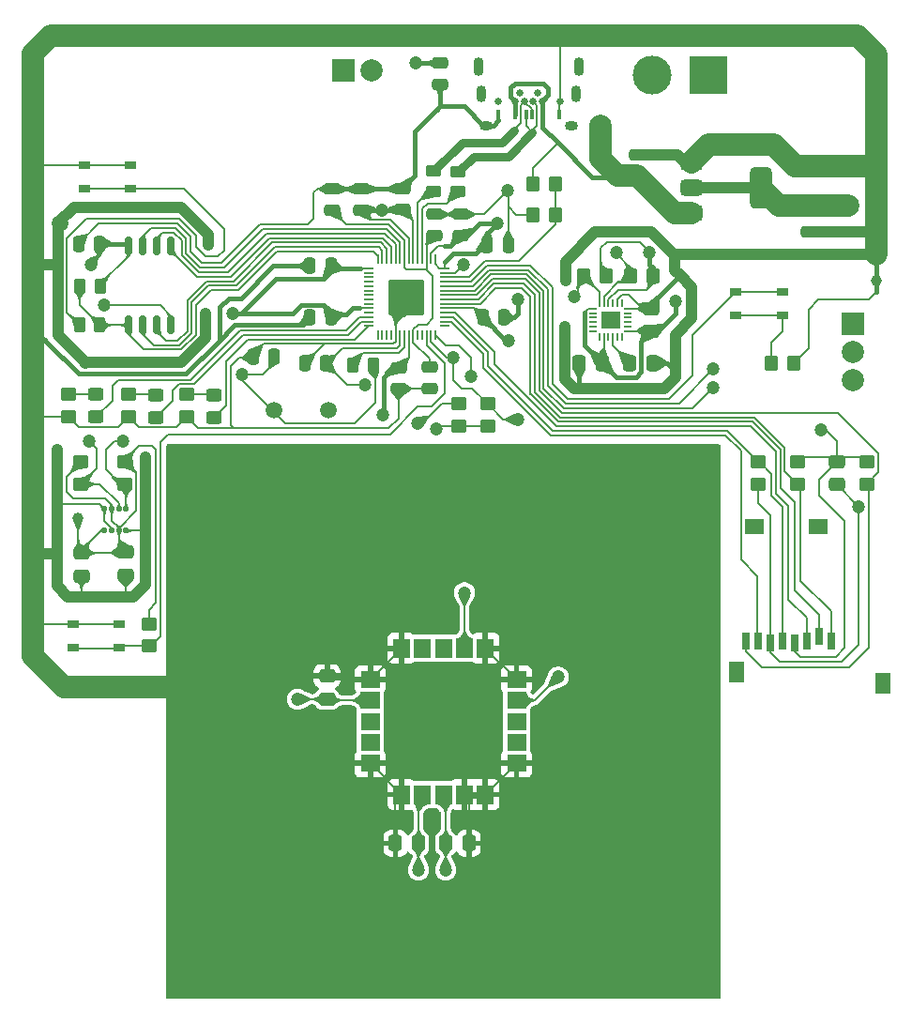
<source format=gtl>
%TF.GenerationSoftware,KiCad,Pcbnew,9.0.1*%
%TF.CreationDate,2025-04-14T20:06:37-03:00*%
%TF.ProjectId,SRAD_computer,53524144-5f63-46f6-9d70-757465722e6b,rev?*%
%TF.SameCoordinates,Original*%
%TF.FileFunction,Copper,L1,Top*%
%TF.FilePolarity,Positive*%
%FSLAX46Y46*%
G04 Gerber Fmt 4.6, Leading zero omitted, Abs format (unit mm)*
G04 Created by KiCad (PCBNEW 9.0.1) date 2025-04-14 20:06:37*
%MOMM*%
%LPD*%
G01*
G04 APERTURE LIST*
G04 Aperture macros list*
%AMRoundRect*
0 Rectangle with rounded corners*
0 $1 Rounding radius*
0 $2 $3 $4 $5 $6 $7 $8 $9 X,Y pos of 4 corners*
0 Add a 4 corners polygon primitive as box body*
4,1,4,$2,$3,$4,$5,$6,$7,$8,$9,$2,$3,0*
0 Add four circle primitives for the rounded corners*
1,1,$1+$1,$2,$3*
1,1,$1+$1,$4,$5*
1,1,$1+$1,$6,$7*
1,1,$1+$1,$8,$9*
0 Add four rect primitives between the rounded corners*
20,1,$1+$1,$2,$3,$4,$5,0*
20,1,$1+$1,$4,$5,$6,$7,0*
20,1,$1+$1,$6,$7,$8,$9,0*
20,1,$1+$1,$8,$9,$2,$3,0*%
G04 Aperture macros list end*
%TA.AperFunction,SMDPad,CuDef*%
%ADD10RoundRect,0.250000X-0.450000X0.325000X-0.450000X-0.325000X0.450000X-0.325000X0.450000X0.325000X0*%
%TD*%
%TA.AperFunction,SMDPad,CuDef*%
%ADD11RoundRect,0.250000X-0.475000X0.337500X-0.475000X-0.337500X0.475000X-0.337500X0.475000X0.337500X0*%
%TD*%
%TA.AperFunction,SMDPad,CuDef*%
%ADD12RoundRect,0.250000X0.475000X-0.250000X0.475000X0.250000X-0.475000X0.250000X-0.475000X-0.250000X0*%
%TD*%
%TA.AperFunction,SMDPad,CuDef*%
%ADD13RoundRect,0.250000X0.262500X0.450000X-0.262500X0.450000X-0.262500X-0.450000X0.262500X-0.450000X0*%
%TD*%
%TA.AperFunction,SMDPad,CuDef*%
%ADD14RoundRect,0.250000X-0.450000X0.350000X-0.450000X-0.350000X0.450000X-0.350000X0.450000X0.350000X0*%
%TD*%
%TA.AperFunction,SMDPad,CuDef*%
%ADD15R,0.300000X0.900000*%
%TD*%
%TA.AperFunction,ComponentPad*%
%ADD16C,0.650000*%
%TD*%
%TA.AperFunction,ComponentPad*%
%ADD17O,0.900000X1.700000*%
%TD*%
%TA.AperFunction,ComponentPad*%
%ADD18O,0.900000X1.500000*%
%TD*%
%TA.AperFunction,ComponentPad*%
%ADD19O,1.150000X0.900000*%
%TD*%
%TA.AperFunction,ComponentPad*%
%ADD20C,1.500000*%
%TD*%
%TA.AperFunction,SMDPad,CuDef*%
%ADD21RoundRect,0.250000X0.337500X0.475000X-0.337500X0.475000X-0.337500X-0.475000X0.337500X-0.475000X0*%
%TD*%
%TA.AperFunction,SMDPad,CuDef*%
%ADD22RoundRect,0.250000X-0.475000X0.250000X-0.475000X-0.250000X0.475000X-0.250000X0.475000X0.250000X0*%
%TD*%
%TA.AperFunction,ComponentPad*%
%ADD23R,2.000000X2.000000*%
%TD*%
%TA.AperFunction,ComponentPad*%
%ADD24C,2.000000*%
%TD*%
%TA.AperFunction,SMDPad,CuDef*%
%ADD25RoundRect,0.250000X0.350000X0.450000X-0.350000X0.450000X-0.350000X-0.450000X0.350000X-0.450000X0*%
%TD*%
%TA.AperFunction,SMDPad,CuDef*%
%ADD26RoundRect,0.375000X-0.625000X-0.375000X0.625000X-0.375000X0.625000X0.375000X-0.625000X0.375000X0*%
%TD*%
%TA.AperFunction,SMDPad,CuDef*%
%ADD27RoundRect,0.500000X-0.500000X-1.400000X0.500000X-1.400000X0.500000X1.400000X-0.500000X1.400000X0*%
%TD*%
%TA.AperFunction,SMDPad,CuDef*%
%ADD28RoundRect,0.250000X-0.450000X0.262500X-0.450000X-0.262500X0.450000X-0.262500X0.450000X0.262500X0*%
%TD*%
%TA.AperFunction,SMDPad,CuDef*%
%ADD29R,1.050000X0.650000*%
%TD*%
%TA.AperFunction,SMDPad,CuDef*%
%ADD30RoundRect,0.162500X0.162500X-0.650000X0.162500X0.650000X-0.162500X0.650000X-0.162500X-0.650000X0*%
%TD*%
%TA.AperFunction,SMDPad,CuDef*%
%ADD31RoundRect,0.250000X-0.350000X-0.450000X0.350000X-0.450000X0.350000X0.450000X-0.350000X0.450000X0*%
%TD*%
%TA.AperFunction,SMDPad,CuDef*%
%ADD32RoundRect,0.250000X0.475000X-0.337500X0.475000X0.337500X-0.475000X0.337500X-0.475000X-0.337500X0*%
%TD*%
%TA.AperFunction,SMDPad,CuDef*%
%ADD33RoundRect,0.250000X-0.337500X-0.475000X0.337500X-0.475000X0.337500X0.475000X-0.337500X0.475000X0*%
%TD*%
%TA.AperFunction,SMDPad,CuDef*%
%ADD34RoundRect,0.250000X0.450000X-0.350000X0.450000X0.350000X-0.450000X0.350000X-0.450000X-0.350000X0*%
%TD*%
%TA.AperFunction,SMDPad,CuDef*%
%ADD35RoundRect,0.250000X0.250000X0.475000X-0.250000X0.475000X-0.250000X-0.475000X0.250000X-0.475000X0*%
%TD*%
%TA.AperFunction,SMDPad,CuDef*%
%ADD36RoundRect,0.027500X-0.292500X-0.082500X0.292500X-0.082500X0.292500X0.082500X-0.292500X0.082500X0*%
%TD*%
%TA.AperFunction,SMDPad,CuDef*%
%ADD37RoundRect,0.027500X-0.082500X-0.292500X0.082500X-0.292500X0.082500X0.292500X-0.082500X0.292500X0*%
%TD*%
%TA.AperFunction,SMDPad,CuDef*%
%ADD38R,1.700000X1.540000*%
%TD*%
%TA.AperFunction,ComponentPad*%
%ADD39R,3.500000X3.500000*%
%TD*%
%TA.AperFunction,ComponentPad*%
%ADD40C,3.500000*%
%TD*%
%TA.AperFunction,SMDPad,CuDef*%
%ADD41RoundRect,0.056250X0.168750X-0.188750X0.168750X0.188750X-0.168750X0.188750X-0.168750X-0.188750X0*%
%TD*%
%TA.AperFunction,SMDPad,CuDef*%
%ADD42RoundRect,0.250000X-0.250000X-0.475000X0.250000X-0.475000X0.250000X0.475000X-0.250000X0.475000X0*%
%TD*%
%TA.AperFunction,SMDPad,CuDef*%
%ADD43RoundRect,0.250000X-0.262500X-0.450000X0.262500X-0.450000X0.262500X0.450000X-0.262500X0.450000X0*%
%TD*%
%TA.AperFunction,SMDPad,CuDef*%
%ADD44RoundRect,0.050000X-0.387500X-0.050000X0.387500X-0.050000X0.387500X0.050000X-0.387500X0.050000X0*%
%TD*%
%TA.AperFunction,SMDPad,CuDef*%
%ADD45RoundRect,0.050000X-0.050000X-0.387500X0.050000X-0.387500X0.050000X0.387500X-0.050000X0.387500X0*%
%TD*%
%TA.AperFunction,ComponentPad*%
%ADD46C,0.600000*%
%TD*%
%TA.AperFunction,SMDPad,CuDef*%
%ADD47RoundRect,0.144000X-1.456000X-1.456000X1.456000X-1.456000X1.456000X1.456000X-1.456000X1.456000X0*%
%TD*%
%TA.AperFunction,SMDPad,CuDef*%
%ADD48R,0.800000X1.500000*%
%TD*%
%TA.AperFunction,SMDPad,CuDef*%
%ADD49R,1.400000X1.900000*%
%TD*%
%TA.AperFunction,SMDPad,CuDef*%
%ADD50R,1.800000X1.400000*%
%TD*%
%TA.AperFunction,SMDPad,CuDef*%
%ADD51R,1.500000X1.800000*%
%TD*%
%TA.AperFunction,SMDPad,CuDef*%
%ADD52R,1.800000X1.500000*%
%TD*%
%TA.AperFunction,ViaPad*%
%ADD53C,0.600000*%
%TD*%
%TA.AperFunction,ViaPad*%
%ADD54C,1.200000*%
%TD*%
%TA.AperFunction,ViaPad*%
%ADD55C,1.500000*%
%TD*%
%TA.AperFunction,ViaPad*%
%ADD56C,2.000000*%
%TD*%
%TA.AperFunction,ViaPad*%
%ADD57C,1.000000*%
%TD*%
%TA.AperFunction,Conductor*%
%ADD58C,1.000000*%
%TD*%
%TA.AperFunction,Conductor*%
%ADD59C,0.200000*%
%TD*%
%TA.AperFunction,Conductor*%
%ADD60C,0.400000*%
%TD*%
%TA.AperFunction,Conductor*%
%ADD61C,2.000000*%
%TD*%
%TA.AperFunction,Conductor*%
%ADD62C,0.800000*%
%TD*%
G04 APERTURE END LIST*
D10*
%TO.P,D2,1,K*%
%TO.N,Net-(D2-K)*%
X68908000Y-69502984D03*
%TO.P,D2,2,A*%
%TO.N,/LED_2*%
X68908000Y-71552984D03*
%TD*%
D11*
%TO.P,C_BME_VDDIO1,1*%
%TO.N,+3V3*%
X66190707Y-83678691D03*
%TO.P,C_BME_VDDIO1,2*%
%TO.N,GND*%
X66190707Y-85753691D03*
%TD*%
D12*
%TO.P,C8,1*%
%TO.N,+1V1*%
X94100000Y-55112836D03*
%TO.P,C8,2*%
%TO.N,GND*%
X94100000Y-53212836D03*
%TD*%
D13*
%TO.P,R2,1*%
%TO.N,+3V3*%
X63880859Y-59723927D03*
%TO.P,R2,2*%
%TO.N,/QSPI_SS*%
X62055859Y-59723927D03*
%TD*%
D14*
%TO.P,R15,1*%
%TO.N,+3V3*%
X133050000Y-75542984D03*
%TO.P,R15,2*%
%TO.N,/SD_DAT1*%
X133050000Y-77542984D03*
%TD*%
D15*
%TO.P,J7,A1,GND*%
%TO.N,GND*%
X105330000Y-44200000D03*
%TO.P,J7,A4,VBUS*%
%TO.N,VBUS*%
X103830000Y-44200000D03*
%TO.P,J7,A6,DP1*%
%TO.N,/USB_D+*%
X102830000Y-44200000D03*
%TO.P,J7,A7,DN1*%
%TO.N,/USB_D-*%
X102330000Y-44200000D03*
%TO.P,J7,A9,VBUS__1*%
%TO.N,VBUS*%
X101330000Y-44200000D03*
%TO.P,J7,A12,GND__1*%
%TO.N,GND*%
X99830000Y-44200000D03*
D16*
%TO.P,J7,B1,GND__2*%
X99780000Y-42990000D03*
%TO.P,J7,B4,VBUS__2*%
%TO.N,VBUS*%
X101380000Y-42990000D03*
%TO.P,J7,B5,CC2*%
%TO.N,unconnected-(J7-CC2-PadB5)*%
X101780000Y-42290000D03*
%TO.P,J7,B6,DP2*%
%TO.N,/USB_D+*%
X102180000Y-42990000D03*
%TO.P,J7,B7,DN2*%
%TO.N,/USB_D-*%
X102980000Y-42990000D03*
%TO.P,J7,B8,SBU2*%
%TO.N,unconnected-(J7-SBU2-PadB8)*%
X103380000Y-42290000D03*
%TO.P,J7,B9,VBUS__3*%
%TO.N,VBUS*%
X103780000Y-42990000D03*
%TO.P,J7,B12,GND__3*%
%TO.N,GND*%
X105380000Y-42990000D03*
D17*
%TO.P,J7,SH1,SHIELD*%
X107080000Y-39870000D03*
D18*
%TO.P,J7,SH2,SHIELD__1*%
X106855000Y-42390000D03*
D19*
%TO.P,J7,SH3,SHIELD__2*%
X106425000Y-45190000D03*
%TO.P,J7,SH4,SHIELD__3*%
X98735000Y-45190000D03*
D18*
%TO.P,J7,SH5,SHIELD__4*%
X98305000Y-42390000D03*
D17*
%TO.P,J7,SH6,SHIELD__5*%
X98080000Y-39870000D03*
%TD*%
D12*
%TO.P,C10,1*%
%TO.N,+3V3*%
X96470000Y-55112836D03*
%TO.P,C10,2*%
%TO.N,GND*%
X96470000Y-53212836D03*
%TD*%
%TO.P,C1,1*%
%TO.N,VBUS*%
X112330000Y-49732836D03*
%TO.P,C1,2*%
%TO.N,GND*%
X112330000Y-47832836D03*
%TD*%
D14*
%TO.P,R13,1*%
%TO.N,/SD_CLK*%
X123303333Y-75552984D03*
%TO.P,R13,2*%
%TO.N,GND*%
X123303333Y-77552984D03*
%TD*%
D20*
%TO.P,Y1,1,1*%
%TO.N,Net-(C3-Pad1)*%
X79590000Y-70882984D03*
%TO.P,Y1,2,2*%
%TO.N,/XIN*%
X84470000Y-70882984D03*
%TD*%
D14*
%TO.P,R_BME_SDA1,1*%
%TO.N,+3V3*%
X62170707Y-75566191D03*
%TO.P,R_BME_SDA1,2*%
%TO.N,/SDA*%
X62170707Y-77566191D03*
%TD*%
%TO.P,R16,1*%
%TO.N,+3V3*%
X68290000Y-90170000D03*
%TO.P,R16,2*%
%TO.N,/RUN*%
X68290000Y-92170000D03*
%TD*%
D21*
%TO.P,C_VDDIO_MPU1,1*%
%TO.N,+3V3*%
X109200000Y-66622984D03*
%TO.P,C_VDDIO_MPU1,2*%
%TO.N,GND*%
X107125000Y-66622984D03*
%TD*%
D22*
%TO.P,C4,1*%
%TO.N,+3V3*%
X127880000Y-52852836D03*
%TO.P,C4,2*%
%TO.N,GND*%
X127880000Y-54752836D03*
%TD*%
D23*
%TO.P,J5,1,1*%
%TO.N,/UART_Rx*%
X131810000Y-63105000D03*
D24*
%TO.P,J5,2,2*%
%TO.N,/UART_Tx*%
X131810000Y-65645000D03*
%TO.P,J5,3,3*%
%TO.N,GND*%
X131810000Y-68185000D03*
%TD*%
D25*
%TO.P,R_BL2,1*%
%TO.N,/BAT_LVL*%
X104980000Y-53230000D03*
%TO.P,R_BL2,2*%
%TO.N,GND*%
X102980000Y-53230000D03*
%TD*%
D26*
%TO.P,U1,1,GND*%
%TO.N,GND*%
X117230000Y-48500336D03*
%TO.P,U1,2,VO*%
%TO.N,+3V3*%
X117230000Y-50800336D03*
D27*
X123530000Y-50800336D03*
D26*
%TO.P,U1,3,VI*%
%TO.N,VBUS*%
X117230000Y-53100336D03*
%TD*%
D14*
%TO.P,R_BME_SCL1,1*%
%TO.N,+3V3*%
X66160707Y-75546191D03*
%TO.P,R_BME_SCL1,2*%
%TO.N,/SCL*%
X66160707Y-77546191D03*
%TD*%
D28*
%TO.P,R3,1*%
%TO.N,/USB_D+*%
X93990000Y-49325336D03*
%TO.P,R3,2*%
%TO.N,Net-(U3-USB_DP)*%
X93990000Y-51150336D03*
%TD*%
D21*
%TO.P,C_SAM_VCCIO1,1*%
%TO.N,+3V3*%
X92620000Y-109952984D03*
%TO.P,C_SAM_VCCIO1,2*%
%TO.N,GND*%
X90545000Y-109952984D03*
%TD*%
D14*
%TO.P,R9,1*%
%TO.N,Net-(D1-K)*%
X71710000Y-69465484D03*
%TO.P,R9,2*%
%TO.N,GND*%
X71710000Y-71465484D03*
%TD*%
D23*
%TO.P,J1,1,1*%
%TO.N,GND*%
X85860000Y-40270000D03*
D24*
%TO.P,J1,2,2*%
%TO.N,/servo*%
X88400000Y-40270000D03*
%TD*%
D29*
%TO.P,S2,1,NO_1*%
%TO.N,/RUN*%
X65600000Y-92310000D03*
%TO.P,S2,2,NO_2*%
X61450000Y-92310000D03*
%TO.P,S2,3,COM_1*%
%TO.N,GND*%
X65600000Y-90160000D03*
%TO.P,S2,4,COM_2*%
X61450000Y-90160000D03*
%TD*%
D30*
%TO.P,U2,1,~{CS}*%
%TO.N,/QSPI_SS*%
X66454747Y-63201427D03*
%TO.P,U2,2,DO(IO1)*%
%TO.N,/QSPI_SD1*%
X67724747Y-63201427D03*
%TO.P,U2,3,IO2*%
%TO.N,/QSPI_SD2*%
X68994747Y-63201427D03*
%TO.P,U2,4,GND*%
%TO.N,GND*%
X70264747Y-63201427D03*
%TO.P,U2,5,DI(IO0)*%
%TO.N,/QSPI_SD0*%
X70264747Y-56026427D03*
%TO.P,U2,6,CLK*%
%TO.N,/QSPI_SCLK*%
X68994747Y-56026427D03*
%TO.P,U2,7,IO3*%
%TO.N,/QSPI_SD3*%
X67724747Y-56026427D03*
%TO.P,U2,8,VCC*%
%TO.N,+3V3*%
X66454747Y-56026427D03*
%TD*%
D14*
%TO.P,R10,1*%
%TO.N,Net-(D2-K)*%
X66440000Y-69482984D03*
%TO.P,R10,2*%
%TO.N,GND*%
X66440000Y-71482984D03*
%TD*%
D31*
%TO.P,R_BL1,1*%
%TO.N,VBUS*%
X102980000Y-50460000D03*
%TO.P,R_BL1,2*%
%TO.N,/BAT_LVL*%
X104980000Y-50460000D03*
%TD*%
D10*
%TO.P,D1,1,K*%
%TO.N,Net-(D1-K)*%
X74178000Y-69485484D03*
%TO.P,D1,2,A*%
%TO.N,/LED_1*%
X74178000Y-71535484D03*
%TD*%
D11*
%TO.P,C18,1*%
%TO.N,+3V3*%
X130356666Y-75515484D03*
%TO.P,C18,2*%
%TO.N,GND*%
X130356666Y-77590484D03*
%TD*%
D22*
%TO.P,C6,1*%
%TO.N,+1V1*%
X93610000Y-67022836D03*
%TO.P,C6,2*%
%TO.N,GND*%
X93610000Y-68922836D03*
%TD*%
D32*
%TO.P,C_VDD_MPU1,1*%
%TO.N,+3V3*%
X113642500Y-63770484D03*
%TO.P,C_VDD_MPU1,2*%
%TO.N,GND*%
X113642500Y-61695484D03*
%TD*%
D10*
%TO.P,D3,1,K*%
%TO.N,Net-(D3-K)*%
X63528000Y-69465484D03*
%TO.P,D3,2,A*%
%TO.N,/LED_3*%
X63528000Y-71515484D03*
%TD*%
D33*
%TO.P,C_MPU_REG1,1*%
%TO.N,Net-(U5-REGOUT)*%
X111705000Y-66622984D03*
%TO.P,C_MPU_REG1,2*%
%TO.N,GND*%
X113780000Y-66622984D03*
%TD*%
D34*
%TO.P,R_SAM_SDA1,1*%
%TO.N,+3V3*%
X98880000Y-72322984D03*
%TO.P,R_SAM_SDA1,2*%
%TO.N,/SDA*%
X98880000Y-70322984D03*
%TD*%
D22*
%TO.P,C17,1*%
%TO.N,+3V3*%
X94570000Y-39582836D03*
%TO.P,C17,2*%
%TO.N,GND*%
X94570000Y-41482836D03*
%TD*%
D35*
%TO.P,C14,1*%
%TO.N,+3V3*%
X84730000Y-62522984D03*
%TO.P,C14,2*%
%TO.N,GND*%
X82830000Y-62522984D03*
%TD*%
D36*
%TO.P,U5,1,RESV_1*%
%TO.N,+3V3*%
X108410000Y-61732984D03*
%TO.P,U5,2,NC*%
%TO.N,unconnected-(U5-NC-Pad2)*%
X108410000Y-62132984D03*
%TO.P,U5,3,NC*%
%TO.N,unconnected-(U5-NC-Pad3)*%
X108410000Y-62532984D03*
%TO.P,U5,4,NC*%
%TO.N,unconnected-(U5-NC-Pad4)*%
X108410000Y-62932984D03*
%TO.P,U5,5,NC*%
%TO.N,unconnected-(U5-NC-Pad5)*%
X108410000Y-63332984D03*
%TO.P,U5,6,NC*%
%TO.N,unconnected-(U5-NC-Pad6)*%
X108410000Y-63732984D03*
D37*
%TO.P,U5,7,AUX_CL*%
%TO.N,unconnected-(U5-AUX_CL-Pad7)*%
X108955000Y-64277984D03*
%TO.P,U5,8,VDDIO*%
%TO.N,+3V3*%
X109355000Y-64277984D03*
%TO.P,U5,9,AD0/SDO*%
%TO.N,unconnected-(U5-AD0{slash}SDO-Pad9)*%
X109755000Y-64277984D03*
%TO.P,U5,10,REGOUT*%
%TO.N,Net-(U5-REGOUT)*%
X110155000Y-64277984D03*
%TO.P,U5,11,FSYNC*%
%TO.N,unconnected-(U5-FSYNC-Pad11)*%
X110555000Y-64277984D03*
%TO.P,U5,12,INT*%
%TO.N,unconnected-(U5-INT-Pad12)*%
X110955000Y-64277984D03*
D36*
%TO.P,U5,13,VDD*%
%TO.N,+3V3*%
X111500000Y-63732984D03*
%TO.P,U5,14,NC*%
%TO.N,unconnected-(U5-NC-Pad14)*%
X111500000Y-63332984D03*
%TO.P,U5,15,NC*%
%TO.N,unconnected-(U5-NC-Pad15)*%
X111500000Y-62932984D03*
%TO.P,U5,16,NC*%
%TO.N,unconnected-(U5-NC-Pad16)*%
X111500000Y-62532984D03*
%TO.P,U5,17,NC*%
%TO.N,unconnected-(U5-NC-Pad17)*%
X111500000Y-62132984D03*
%TO.P,U5,18,GND*%
%TO.N,GND*%
X111500000Y-61732984D03*
D37*
%TO.P,U5,19,RESV_19*%
%TO.N,unconnected-(U5-RESV_19-Pad19)*%
X110955000Y-61187984D03*
%TO.P,U5,20,RESV_20*%
%TO.N,GND*%
X110555000Y-61187984D03*
%TO.P,U5,21,AUX_DA*%
%TO.N,unconnected-(U5-AUX_DA-Pad21)*%
X110155000Y-61187984D03*
%TO.P,U5,22,~{CS}*%
%TO.N,+3V3*%
X109755000Y-61187984D03*
%TO.P,U5,23,SCL/SCLK*%
%TO.N,/SCL*%
X109355000Y-61187984D03*
%TO.P,U5,24,SDA/SDI*%
%TO.N,/SDA*%
X108955000Y-61187984D03*
D38*
%TO.P,U5,25,EXP*%
%TO.N,unconnected-(U5-EXP-Pad25)*%
X109955000Y-62732984D03*
%TD*%
D11*
%TO.P,C_BME_VDD1,1*%
%TO.N,+3V3*%
X62200707Y-83758691D03*
%TO.P,C_BME_VDD1,2*%
%TO.N,GND*%
X62200707Y-85833691D03*
%TD*%
D29*
%TO.P,S3,1,NO_1*%
%TO.N,/~{USB_BOOT}*%
X66635000Y-50935000D03*
%TO.P,S3,2,NO_2*%
X62485000Y-50935000D03*
%TO.P,S3,3,COM_1*%
%TO.N,GND*%
X66635000Y-48785000D03*
%TO.P,S3,4,COM_2*%
X62485000Y-48785000D03*
%TD*%
D32*
%TO.P,C_SAM_VCC1,1*%
%TO.N,+3V3*%
X84370000Y-96952984D03*
%TO.P,C_SAM_VCC1,2*%
%TO.N,GND*%
X84370000Y-94877984D03*
%TD*%
D28*
%TO.P,R4,1*%
%TO.N,/USB_D-*%
X96210000Y-49345336D03*
%TO.P,R4,2*%
%TO.N,Net-(U3-USB_DM)*%
X96210000Y-51170336D03*
%TD*%
D25*
%TO.P,R_MPU_SCL1,1*%
%TO.N,+3V3*%
X113760000Y-58782984D03*
%TO.P,R_MPU_SCL1,2*%
%TO.N,/SCL*%
X111760000Y-58782984D03*
%TD*%
D13*
%TO.P,R1,1*%
%TO.N,/QSPI_SS*%
X63859747Y-63183927D03*
%TO.P,R1,2*%
%TO.N,/~{USB_BOOT}*%
X62034747Y-63183927D03*
%TD*%
D25*
%TO.P,R_MPU_SDA1,1*%
%TO.N,+3V3*%
X109530000Y-58772984D03*
%TO.P,R_MPU_SDA1,2*%
%TO.N,/SDA*%
X107530000Y-58772984D03*
%TD*%
D29*
%TO.P,S1,1,NO_1*%
%TO.N,/SW_1*%
X121280000Y-60172984D03*
%TO.P,S1,2,NO_2*%
X125430000Y-60172984D03*
%TO.P,S1,3,COM_1*%
%TO.N,Net-(S1-COM_1)*%
X121280000Y-62322984D03*
%TO.P,S1,4,COM_2*%
X125430000Y-62322984D03*
%TD*%
D22*
%TO.P,C13,1*%
%TO.N,+3V3*%
X90820000Y-67062836D03*
%TO.P,C13,2*%
%TO.N,GND*%
X90820000Y-68962836D03*
%TD*%
D35*
%TO.P,C15,1*%
%TO.N,+3V3*%
X84730000Y-57872984D03*
%TO.P,C15,2*%
%TO.N,GND*%
X82830000Y-57872984D03*
%TD*%
D31*
%TO.P,R12,1*%
%TO.N,Net-(S1-COM_1)*%
X124450000Y-66632984D03*
%TO.P,R12,2*%
%TO.N,GND*%
X126450000Y-66632984D03*
%TD*%
D12*
%TO.P,C7,1*%
%TO.N,+1V1*%
X84830000Y-52822984D03*
%TO.P,C7,2*%
%TO.N,GND*%
X84830000Y-50922984D03*
%TD*%
D14*
%TO.P,R11,1*%
%TO.N,Net-(D3-K)*%
X61060000Y-69445484D03*
%TO.P,R11,2*%
%TO.N,GND*%
X61060000Y-71445484D03*
%TD*%
D39*
%TO.P,J4,1,1*%
%TO.N,GND*%
X118770000Y-40642836D03*
D40*
%TO.P,J4,2,2*%
%TO.N,VBUS*%
X113690000Y-40642836D03*
%TD*%
D41*
%TO.P,U4,1,GND*%
%TO.N,GND*%
X64290707Y-79801191D03*
%TO.P,U4,2,CSB*%
%TO.N,+3V3*%
X64940707Y-79801191D03*
%TO.P,U4,3,SDI*%
%TO.N,/SDA*%
X65590707Y-79801191D03*
%TO.P,U4,4,SCK*%
%TO.N,/SCL*%
X66240707Y-79801191D03*
%TO.P,U4,5,SDO*%
%TO.N,GND*%
X66240707Y-81741191D03*
%TO.P,U4,6,VDDIO*%
%TO.N,+3V3*%
X65590707Y-81741191D03*
%TO.P,U4,7,GND*%
%TO.N,GND*%
X64940707Y-81741191D03*
%TO.P,U4,8,VDD*%
%TO.N,+3V3*%
X64290707Y-81741191D03*
%TD*%
D42*
%TO.P,C11,1*%
%TO.N,+3V3*%
X98810000Y-55940000D03*
%TO.P,C11,2*%
%TO.N,GND*%
X100710000Y-55940000D03*
%TD*%
D34*
%TO.P,R_SAM_SCL1,1*%
%TO.N,+3V3*%
X96280000Y-72322984D03*
%TO.P,R_SAM_SCL1,2*%
%TO.N,/SCL*%
X96280000Y-70322984D03*
%TD*%
D43*
%TO.P,R5,1*%
%TO.N,/XOUT*%
X86717500Y-66822984D03*
%TO.P,R5,2*%
%TO.N,Net-(C3-Pad1)*%
X88542500Y-66822984D03*
%TD*%
D42*
%TO.P,C12,1*%
%TO.N,+3V3*%
X98430000Y-62522984D03*
%TO.P,C12,2*%
%TO.N,GND*%
X100330000Y-62522984D03*
%TD*%
D35*
%TO.P,C2,1*%
%TO.N,/XIN*%
X84250000Y-66672984D03*
%TO.P,C2,2*%
%TO.N,GND*%
X82350000Y-66672984D03*
%TD*%
D44*
%TO.P,U3,1,IOVDD*%
%TO.N,+3V3*%
X88112500Y-58087836D03*
%TO.P,U3,2,GPIO0*%
%TO.N,/GPIO0*%
X88112500Y-58487836D03*
%TO.P,U3,3,GPIO1*%
%TO.N,/GPIO1*%
X88112500Y-58887836D03*
%TO.P,U3,4,GPIO2*%
%TO.N,/GPIO2*%
X88112500Y-59287836D03*
%TO.P,U3,5,GPIO3*%
%TO.N,/GPIO3*%
X88112500Y-59687836D03*
%TO.P,U3,6,GPIO4*%
%TO.N,/GPIO4*%
X88112500Y-60087836D03*
%TO.P,U3,7,GPIO5*%
%TO.N,/GPIO5*%
X88112500Y-60487836D03*
%TO.P,U3,8,GPIO6*%
%TO.N,/GPIO6*%
X88112500Y-60887836D03*
%TO.P,U3,9,GPIO7*%
%TO.N,/GPIO7*%
X88112500Y-61287836D03*
%TO.P,U3,10,IOVDD*%
%TO.N,+3V3*%
X88112500Y-61687836D03*
%TO.P,U3,11,GPIO8*%
%TO.N,/GPIO8*%
X88112500Y-62087836D03*
%TO.P,U3,12,GPIO9*%
%TO.N,/LED_3*%
X88112500Y-62487836D03*
%TO.P,U3,13,GPIO10*%
%TO.N,/LED_2*%
X88112500Y-62887836D03*
%TO.P,U3,14,GPIO11*%
%TO.N,/LED_1*%
X88112500Y-63287836D03*
D45*
%TO.P,U3,15,GPIO12*%
%TO.N,/GPIO12*%
X88950000Y-64125336D03*
%TO.P,U3,16,GPIO13*%
%TO.N,/GPIO13*%
X89350000Y-64125336D03*
%TO.P,U3,17,GPIO14*%
%TO.N,/GPIO14*%
X89750000Y-64125336D03*
%TO.P,U3,18,GPIO15*%
%TO.N,/GPIO15*%
X90150000Y-64125336D03*
%TO.P,U3,19,TESTEN*%
%TO.N,GND*%
X90550000Y-64125336D03*
%TO.P,U3,20,XIN*%
%TO.N,/XIN*%
X90950000Y-64125336D03*
%TO.P,U3,21,XOUT*%
%TO.N,/XOUT*%
X91350000Y-64125336D03*
%TO.P,U3,22,IOVDD*%
%TO.N,+3V3*%
X91750000Y-64125336D03*
%TO.P,U3,23,DVDD*%
%TO.N,+1V1*%
X92150000Y-64125336D03*
%TO.P,U3,24,SWCLK*%
%TO.N,/SWCLK*%
X92550000Y-64125336D03*
%TO.P,U3,25,SWD*%
%TO.N,/SWD*%
X92950000Y-64125336D03*
%TO.P,U3,26,RUN*%
%TO.N,/RUN*%
X93350000Y-64125336D03*
%TO.P,U3,27,GPIO16*%
%TO.N,/SDA*%
X93750000Y-64125336D03*
%TO.P,U3,28,GPIO17*%
%TO.N,/SCL*%
X94150000Y-64125336D03*
D44*
%TO.P,U3,29,GPIO18*%
%TO.N,/GPIO18*%
X94987500Y-63287836D03*
%TO.P,U3,30,GPIO19*%
%TO.N,/SD_DAT0*%
X94987500Y-62887836D03*
%TO.P,U3,31,GPIO20*%
%TO.N,/SD_CLK*%
X94987500Y-62487836D03*
%TO.P,U3,32,GPIO21*%
%TO.N,/SD_CMD*%
X94987500Y-62087836D03*
%TO.P,U3,33,IOVDD*%
%TO.N,+3V3*%
X94987500Y-61687836D03*
%TO.P,U3,34,GPIO22*%
%TO.N,/SD_DAT3*%
X94987500Y-61287836D03*
%TO.P,U3,35,GPIO23*%
%TO.N,/SD_DAT2*%
X94987500Y-60887836D03*
%TO.P,U3,36,GPIO24*%
%TO.N,/SD_DAT1*%
X94987500Y-60487836D03*
%TO.P,U3,37,GPIO25*%
%TO.N,/UART_Tx*%
X94987500Y-60087836D03*
%TO.P,U3,38,GPIO26_ADC0*%
%TO.N,/UART_Rx*%
X94987500Y-59687836D03*
%TO.P,U3,39,GPIO27_ADC1*%
%TO.N,/SW_1*%
X94987500Y-59287836D03*
%TO.P,U3,40,GPIO28_ADC2*%
%TO.N,/BAT_LVL*%
X94987500Y-58887836D03*
%TO.P,U3,41,GPIO29_ADC3*%
%TO.N,/servo*%
X94987500Y-58487836D03*
%TO.P,U3,42,IOVDD*%
%TO.N,+3V3*%
X94987500Y-58087836D03*
D45*
%TO.P,U3,43,ADC_AVDD*%
X94150000Y-57250336D03*
%TO.P,U3,44,VREG_IN*%
X93750000Y-57250336D03*
%TO.P,U3,45,VREG_VOUT*%
%TO.N,+1V1*%
X93350000Y-57250336D03*
%TO.P,U3,46,USB_DM*%
%TO.N,Net-(U3-USB_DM)*%
X92950000Y-57250336D03*
%TO.P,U3,47,USB_DP*%
%TO.N,Net-(U3-USB_DP)*%
X92550000Y-57250336D03*
%TO.P,U3,48,USB_VDD*%
%TO.N,+3V3*%
X92150000Y-57250336D03*
%TO.P,U3,49,IOVDD*%
X91750000Y-57250336D03*
%TO.P,U3,50,DVDD*%
%TO.N,+1V1*%
X91350000Y-57250336D03*
%TO.P,U3,51,QSPI_SD3*%
%TO.N,/QSPI_SD3*%
X90950000Y-57250336D03*
%TO.P,U3,52,QSPI_SCLK*%
%TO.N,/QSPI_SCLK*%
X90550000Y-57250336D03*
%TO.P,U3,53,QSPI_SD0*%
%TO.N,/QSPI_SD0*%
X90150000Y-57250336D03*
%TO.P,U3,54,QSPI_SD2*%
%TO.N,/QSPI_SD2*%
X89750000Y-57250336D03*
%TO.P,U3,55,QSPI_SD1*%
%TO.N,/QSPI_SD1*%
X89350000Y-57250336D03*
%TO.P,U3,56,QSPI_SS*%
%TO.N,/QSPI_SS*%
X88950000Y-57250336D03*
D46*
%TO.P,U3,57,GND*%
%TO.N,GND*%
X90275000Y-59412836D03*
X90275000Y-60687836D03*
X90275000Y-61962836D03*
X91550000Y-59412836D03*
X91550000Y-60687836D03*
D47*
X91550000Y-60687836D03*
D46*
X91550000Y-61962836D03*
X92825000Y-59412836D03*
X92825000Y-60687836D03*
X92825000Y-61962836D03*
%TD*%
D12*
%TO.P,C9,1*%
%TO.N,+3V3*%
X91160000Y-52792836D03*
%TO.P,C9,2*%
%TO.N,GND*%
X91160000Y-50892836D03*
%TD*%
D48*
%TO.P,J2,1,DAT2*%
%TO.N,/SD_DAT2*%
X129850000Y-91670000D03*
%TO.P,J2,2,CD/DAT3*%
%TO.N,/SD_DAT3*%
X128750000Y-91270000D03*
%TO.P,J2,3,CMD*%
%TO.N,/SD_CMD*%
X127650000Y-91670000D03*
%TO.P,J2,4,VDD*%
%TO.N,+3V3*%
X126550000Y-91870000D03*
%TO.P,J2,5,CLK*%
%TO.N,/SD_CLK*%
X125450000Y-91670000D03*
%TO.P,J2,6,VSS*%
%TO.N,GND*%
X124350000Y-91870000D03*
%TO.P,J2,7,DAT0*%
%TO.N,/SD_DAT0*%
X123250000Y-91670000D03*
%TO.P,J2,8,DAT1*%
%TO.N,/SD_DAT1*%
X122150000Y-91670000D03*
D49*
%TO.P,J2,9,DETECT_LEVER*%
%TO.N,unconnected-(J2-DETECT_LEVER-Pad9)*%
X134510000Y-95520000D03*
D50*
%TO.P,J2,10,DETECT_SWITCH*%
%TO.N,unconnected-(J2-DETECT_SWITCH-Pad10)*%
X128660000Y-81370000D03*
D49*
%TO.P,J2,11*%
%TO.N,N/C*%
X121360000Y-94520000D03*
D50*
%TO.P,J2,12*%
X122960000Y-81370000D03*
%TD*%
D33*
%TO.P,C_SAM_VBCKP1,1*%
%TO.N,+3V3*%
X95082500Y-109952984D03*
%TO.P,C_SAM_VBCKP1,2*%
%TO.N,GND*%
X97157500Y-109952984D03*
%TD*%
D35*
%TO.P,C3,1*%
%TO.N,Net-(C3-Pad1)*%
X79590000Y-66022984D03*
%TO.P,C3,2*%
%TO.N,GND*%
X77690000Y-66022984D03*
%TD*%
D14*
%TO.P,R14,1*%
%TO.N,+3V3*%
X126830000Y-75552984D03*
%TO.P,R14,2*%
%TO.N,/SD_DAT2*%
X126830000Y-77552984D03*
%TD*%
D35*
%TO.P,C5,1*%
%TO.N,+3V3*%
X63838359Y-55853927D03*
%TO.P,C5,2*%
%TO.N,GND*%
X61938359Y-55853927D03*
%TD*%
D51*
%TO.P,U6,1,GND*%
%TO.N,GND*%
X91070000Y-105552984D03*
%TO.P,U6,2,VCC_IO*%
%TO.N,+3V3*%
X92970000Y-105552984D03*
%TO.P,U6,3,V_BCKP*%
X94870000Y-105552984D03*
%TO.P,U6,4,GND*%
%TO.N,GND*%
X96770000Y-105552984D03*
%TO.P,U6,5,GND*%
X98670000Y-105552984D03*
D52*
%TO.P,U6,6,GND*%
X101470000Y-102752984D03*
%TO.P,U6,7,TIMEPULSE*%
%TO.N,unconnected-(U6-TIMEPULSE-Pad7)*%
X101470000Y-100852984D03*
%TO.P,U6,8,~{SAFEBOOT}*%
%TO.N,unconnected-(U6-~{SAFEBOOT}-Pad8)*%
X101470000Y-98952984D03*
%TO.P,U6,9,SDA*%
%TO.N,/SDA*%
X101470000Y-97052984D03*
%TO.P,U6,10,GND*%
%TO.N,GND*%
X101470000Y-95152984D03*
D51*
%TO.P,U6,11,GND*%
X98670000Y-92352984D03*
%TO.P,U6,12,SCL*%
%TO.N,/SCL*%
X96770000Y-92352984D03*
%TO.P,U6,13,TXD*%
%TO.N,unconnected-(U6-TXD-Pad13)*%
X94870000Y-92352984D03*
%TO.P,U6,14,RXD*%
%TO.N,unconnected-(U6-RXD-Pad14)*%
X92970000Y-92352984D03*
%TO.P,U6,15,GND*%
%TO.N,GND*%
X91070000Y-92352984D03*
D52*
%TO.P,U6,16,GND*%
X88270000Y-95152984D03*
%TO.P,U6,17,VCC*%
%TO.N,+3V3*%
X88270000Y-97052984D03*
%TO.P,U6,18,~{RESET}*%
%TO.N,unconnected-(U6-~{RESET}-Pad18)*%
X88270000Y-98952984D03*
%TO.P,U6,19,EXTINT0*%
%TO.N,unconnected-(U6-EXTINT0-Pad19)*%
X88270000Y-100852984D03*
%TO.P,U6,20,GND*%
%TO.N,GND*%
X88270000Y-102752984D03*
%TD*%
D12*
%TO.P,C16,1*%
%TO.N,+3V3*%
X87480000Y-52822984D03*
%TO.P,C16,2*%
%TO.N,GND*%
X87480000Y-50922984D03*
%TD*%
D53*
%TO.N,GND*%
X117520000Y-118202984D03*
X110520000Y-121702984D03*
X79020000Y-90202984D03*
X103520000Y-118202984D03*
X117520000Y-83202984D03*
X72020000Y-118202984D03*
X96520000Y-83202984D03*
X100020000Y-111202984D03*
X100020000Y-90202984D03*
X89520000Y-118202984D03*
X72020000Y-76202984D03*
X114020000Y-90202984D03*
X72020000Y-79702984D03*
X114020000Y-79702984D03*
X79020000Y-79702984D03*
X107020000Y-100702984D03*
X100020000Y-86702984D03*
X117520000Y-107702984D03*
X103520000Y-86702984D03*
X72020000Y-90202984D03*
X107020000Y-86702984D03*
X94460000Y-102702984D03*
D54*
X100636492Y-51076492D03*
D53*
X86020000Y-86702984D03*
X93370000Y-76210000D03*
X90960000Y-102702984D03*
X103520000Y-114702984D03*
X114020000Y-93702984D03*
X96520000Y-114702984D03*
X110520000Y-90202984D03*
X75520000Y-114702984D03*
X72020000Y-104202984D03*
X117520000Y-97202984D03*
X72020000Y-107702984D03*
X82520000Y-111202984D03*
X100020000Y-114702984D03*
X114020000Y-86702984D03*
D54*
X64240000Y-61432836D03*
D53*
X82520000Y-100702984D03*
X103520000Y-107702984D03*
X117520000Y-104202984D03*
X72020000Y-86702984D03*
X79020000Y-76202984D03*
X107020000Y-121702984D03*
X107020000Y-76202984D03*
X100020000Y-83202984D03*
X79020000Y-97202984D03*
X117520000Y-114702984D03*
X82520000Y-118202984D03*
X75520000Y-86702984D03*
X107020000Y-93702984D03*
X90960000Y-99202984D03*
X107020000Y-79702984D03*
X82520000Y-79702984D03*
X86020000Y-76202984D03*
X93020000Y-90202984D03*
X86020000Y-114702984D03*
X79020000Y-93702984D03*
X114020000Y-97202984D03*
D54*
X62534328Y-66528508D03*
D53*
X103400000Y-76430000D03*
X100020000Y-107702984D03*
X93510000Y-79910000D03*
X75520000Y-100702984D03*
X96520000Y-76202984D03*
X75520000Y-97202984D03*
X93020000Y-86702984D03*
X79020000Y-104202984D03*
X97960000Y-95702984D03*
X86020000Y-104202984D03*
X72020000Y-114702984D03*
X82520000Y-104202984D03*
X110520000Y-97202984D03*
X103520000Y-83202984D03*
X72020000Y-97202984D03*
X107020000Y-83202984D03*
X89520000Y-114702984D03*
X114020000Y-76202984D03*
X110520000Y-104202984D03*
X75520000Y-121702984D03*
X110520000Y-107702984D03*
X75520000Y-104202984D03*
X117520000Y-86702984D03*
X79020000Y-86702984D03*
X93020000Y-121702984D03*
X103520000Y-90202984D03*
D54*
X101630000Y-60872984D03*
D53*
X79020000Y-100702984D03*
X117520000Y-121702984D03*
X82520000Y-121702984D03*
X107020000Y-97202984D03*
X82520000Y-93702984D03*
X110520000Y-86702984D03*
X93020000Y-118202984D03*
X94460000Y-95702984D03*
X100020000Y-76202984D03*
X75520000Y-83202984D03*
X100020000Y-118202984D03*
X117520000Y-93702984D03*
X93020000Y-114702984D03*
X93560000Y-82810000D03*
X103520000Y-121702984D03*
X89520000Y-86702984D03*
X117520000Y-100702984D03*
X86020000Y-100702984D03*
X100020000Y-79702984D03*
X110520000Y-111202984D03*
X107020000Y-118202984D03*
X114020000Y-83202984D03*
X110520000Y-76202984D03*
X114020000Y-104202984D03*
X72020000Y-121702984D03*
X107020000Y-111202984D03*
X103520000Y-100702984D03*
X75520000Y-93702984D03*
X72020000Y-93702984D03*
X86020000Y-121702984D03*
X86020000Y-90202984D03*
X82520000Y-114702984D03*
D54*
X132358091Y-79591909D03*
D53*
X89520000Y-121702984D03*
X110520000Y-83202984D03*
X82520000Y-76202984D03*
X89520000Y-83202984D03*
X110520000Y-79702984D03*
X96520000Y-79702984D03*
X72020000Y-83202984D03*
X114020000Y-111202984D03*
X114020000Y-118202984D03*
X117520000Y-90202984D03*
X107020000Y-90202984D03*
X110520000Y-114702984D03*
X96520000Y-118202984D03*
X79020000Y-111202984D03*
X94460000Y-99202984D03*
X117520000Y-111202984D03*
X82520000Y-86702984D03*
X110520000Y-118202984D03*
X75520000Y-90202984D03*
X96520000Y-121702984D03*
X107020000Y-107702984D03*
X89520000Y-76202984D03*
X97960000Y-102702984D03*
X90960000Y-95702984D03*
X79020000Y-83202984D03*
X117520000Y-76202984D03*
X72020000Y-111202984D03*
X114020000Y-107702984D03*
X75520000Y-111202984D03*
X86020000Y-79702984D03*
X110520000Y-93702984D03*
X89520000Y-79702984D03*
X117520000Y-79702984D03*
X89520000Y-90202984D03*
X82520000Y-83202984D03*
X79020000Y-107702984D03*
X75520000Y-118202984D03*
D55*
X60320000Y-54072836D03*
D53*
X86020000Y-93702984D03*
X86020000Y-118202984D03*
X103520000Y-111202984D03*
X114020000Y-121702984D03*
X103520000Y-104202984D03*
X114020000Y-100702984D03*
X79020000Y-118202984D03*
X86020000Y-107702984D03*
X114020000Y-114702984D03*
X72020000Y-100702984D03*
X86020000Y-83202984D03*
X75520000Y-107702984D03*
X75520000Y-76202984D03*
X79020000Y-114702984D03*
D56*
X128990000Y-48832836D03*
D53*
X100020000Y-121702984D03*
X89520000Y-107702984D03*
X79020000Y-121702984D03*
X97960000Y-99202984D03*
X82520000Y-90202984D03*
X107020000Y-114702984D03*
X103520000Y-93702984D03*
X75520000Y-79702984D03*
X82520000Y-107702984D03*
X107020000Y-104202984D03*
X103520000Y-79702984D03*
D57*
X133920000Y-59192984D03*
D53*
X110520000Y-100702984D03*
D56*
%TO.N,VBUS*%
X109065000Y-45267836D03*
D54*
%TO.N,/XIN*%
X87810000Y-68592984D03*
%TO.N,Net-(C3-Pad1)*%
X76690000Y-67682984D03*
%TO.N,+3V3*%
X89330000Y-52822984D03*
X81700000Y-96972984D03*
X94230000Y-72572984D03*
X92620000Y-112362984D03*
X128940000Y-72672984D03*
X95082500Y-112352984D03*
X89430000Y-71322984D03*
X115810000Y-61052984D03*
X75887107Y-62130091D03*
D56*
X131410000Y-52382836D03*
D54*
X92375000Y-39587836D03*
D57*
X61915707Y-80623691D03*
D54*
X100780000Y-64622984D03*
X113460000Y-56622984D03*
X99760000Y-53992984D03*
X63030000Y-57763927D03*
%TO.N,/servo*%
X96680000Y-57772984D03*
%TO.N,/SCL*%
X97380000Y-67822984D03*
X65910000Y-73632984D03*
X92530000Y-72072984D03*
X96770000Y-87352984D03*
X110470000Y-56652984D03*
%TO.N,/SDA*%
X106708603Y-60651587D03*
X101580000Y-71710000D03*
X62880000Y-73632984D03*
X105220000Y-94952984D03*
X95790000Y-66142984D03*
%TO.N,/UART_Rx*%
X119246397Y-67189381D03*
%TO.N,/UART_Tx*%
X119246397Y-68822984D03*
%TD*%
D58*
%TO.N,GND*%
X59995707Y-86753691D02*
X60965707Y-87723691D01*
X59995707Y-83813691D02*
X59995707Y-86753691D01*
D59*
X66190707Y-87708691D02*
X66205707Y-87723691D01*
X132358091Y-79591909D02*
X130356666Y-77590484D01*
D58*
X67970000Y-82399398D02*
X67970000Y-75090000D01*
D60*
X94260148Y-43792836D02*
X94570000Y-43482984D01*
D58*
X57858909Y-57733927D02*
X57830000Y-57762836D01*
D59*
X127810000Y-65272984D02*
X127810000Y-61812984D01*
D58*
X58020000Y-80422836D02*
X57830000Y-80232836D01*
D59*
X65531500Y-72391484D02*
X66440000Y-71482984D01*
X100710000Y-52490000D02*
X100710000Y-51070000D01*
D58*
X116230000Y-58722984D02*
X115737500Y-58230484D01*
D61*
X57820000Y-57752836D02*
X57820000Y-48740000D01*
D59*
X126450000Y-66632984D02*
X127810000Y-65272984D01*
D58*
X115980000Y-47832836D02*
X112739030Y-47832836D01*
X71237535Y-52573927D02*
X73683359Y-55019751D01*
D61*
X57830000Y-64572836D02*
X57830000Y-71552984D01*
D59*
X98670000Y-105552984D02*
X101470000Y-102752984D01*
D60*
X113642500Y-61695484D02*
X113642500Y-61310484D01*
X96737164Y-43480000D02*
X94572984Y-43480000D01*
D59*
X90820000Y-71602984D02*
X89930000Y-72492984D01*
X57850000Y-90160000D02*
X57830000Y-90140000D01*
D60*
X94570000Y-43482984D02*
X94570000Y-41482836D01*
X59025074Y-64677910D02*
X59025074Y-64668058D01*
D59*
X64290707Y-79801191D02*
X63803207Y-79313691D01*
X90550000Y-64125336D02*
X90550000Y-61962836D01*
D58*
X97090000Y-37182984D02*
X97180000Y-37092984D01*
D59*
X85100000Y-64903984D02*
X78649000Y-64903984D01*
X90860000Y-68922836D02*
X90820000Y-68962836D01*
D58*
X67970000Y-82399398D02*
X67970000Y-86660000D01*
X60109747Y-57733927D02*
X60109747Y-53983089D01*
D60*
X98735000Y-45190000D02*
X98447164Y-45190000D01*
D61*
X105950000Y-37092984D02*
X132210000Y-37092984D01*
D59*
X101470000Y-95152984D02*
X98670000Y-92352984D01*
D61*
X57830000Y-90140000D02*
X57830000Y-93080000D01*
D59*
X83530000Y-50922984D02*
X83180000Y-51272984D01*
X76430000Y-66162984D02*
X75680000Y-66912984D01*
D58*
X113634000Y-54811984D02*
X108541000Y-54811984D01*
D60*
X113780000Y-66622984D02*
X115020000Y-66622984D01*
D59*
X75680000Y-72192984D02*
X75980000Y-72492984D01*
D60*
X59025074Y-64668058D02*
X57830000Y-63472984D01*
D58*
X59995707Y-74413691D02*
X59995707Y-79253691D01*
D60*
X107125000Y-66622984D02*
X107125000Y-68572984D01*
D58*
X60109747Y-57733927D02*
X57858909Y-57733927D01*
D59*
X66440000Y-71482984D02*
X67386000Y-72428984D01*
D60*
X58920000Y-64572836D02*
X59025074Y-64677910D01*
D58*
X60109747Y-57733927D02*
X60109747Y-57813927D01*
D59*
X105330000Y-44200000D02*
X105330000Y-43040000D01*
D60*
X101630000Y-60872984D02*
X101630000Y-62172984D01*
D58*
X117280000Y-59772984D02*
X116230000Y-58722984D01*
X117230000Y-48500336D02*
X116647500Y-48500336D01*
X73370747Y-64399913D02*
X71563733Y-66206927D01*
D61*
X128980000Y-48842836D02*
X128990000Y-48832836D01*
D58*
X61518909Y-52573927D02*
X71237535Y-52573927D01*
D59*
X110555000Y-61187984D02*
X110555000Y-60867984D01*
X74823101Y-57609883D02*
X73097047Y-57609883D01*
D58*
X73380000Y-62123674D02*
X73380000Y-64382984D01*
D61*
X63230000Y-95870000D02*
X70217016Y-95870000D01*
D59*
X75980000Y-72492984D02*
X89930000Y-72492984D01*
X124350000Y-92740000D02*
X125210000Y-93600000D01*
X70264747Y-63201427D02*
X70264747Y-62388928D01*
X124350000Y-91870000D02*
X124350000Y-92740000D01*
X66190707Y-85753691D02*
X66190707Y-87708691D01*
D58*
X105880000Y-57472984D02*
X105880000Y-59222984D01*
D59*
X83180000Y-51272984D02*
X83180000Y-53572984D01*
X105380000Y-42990000D02*
X105380000Y-37662984D01*
X72061747Y-56574583D02*
X72061747Y-55216737D01*
X96607500Y-106200484D02*
X96220000Y-105812984D01*
X105380000Y-37662984D02*
X105950000Y-37092984D01*
D58*
X114780000Y-68932984D02*
X115780000Y-67932984D01*
D59*
X90550000Y-64660610D02*
X90550000Y-64125336D01*
D61*
X57820000Y-48740000D02*
X57820000Y-38672984D01*
D59*
X72061747Y-55216737D02*
X70896937Y-54051927D01*
X61060000Y-71445484D02*
X62006000Y-72391484D01*
X67768809Y-81741191D02*
X66240707Y-81741191D01*
D60*
X87480000Y-50922984D02*
X91129852Y-50922984D01*
D59*
X69308655Y-61432836D02*
X64240000Y-61432836D01*
D58*
X71199057Y-66563927D02*
X62569747Y-66563927D01*
D59*
X110994704Y-60428280D02*
X111565397Y-60428280D01*
D58*
X73380000Y-64382984D02*
X73370747Y-64392237D01*
D60*
X113642500Y-61310484D02*
X116230000Y-58722984D01*
D59*
X133221215Y-60901769D02*
X133920000Y-60202984D01*
X62200707Y-87358691D02*
X62565707Y-87723691D01*
X111500000Y-61732984D02*
X113605000Y-61732984D01*
X98507164Y-53212836D02*
X96470000Y-53212836D01*
X65600000Y-90160000D02*
X57850000Y-90160000D01*
D60*
X84830000Y-50922984D02*
X87480000Y-50922984D01*
D59*
X90820000Y-68962836D02*
X90820000Y-71602984D01*
X82350000Y-66672984D02*
X84119000Y-64903984D01*
D60*
X92320000Y-49732836D02*
X92320000Y-45732984D01*
D58*
X59995707Y-83813691D02*
X57845707Y-83813691D01*
D59*
X78284148Y-54148836D02*
X74823101Y-57609883D01*
D58*
X59995707Y-79253691D02*
X59995707Y-83813691D01*
D60*
X61950000Y-67602836D02*
X71630148Y-67602836D01*
D58*
X115820148Y-56832836D02*
X115737500Y-56915484D01*
X115780000Y-67932984D02*
X115780000Y-64072984D01*
X133880000Y-54752836D02*
X133920000Y-54792836D01*
D59*
X84830000Y-50922984D02*
X83530000Y-50922984D01*
D60*
X94572984Y-43480000D02*
X94570000Y-43482984D01*
X76061000Y-63171984D02*
X74480000Y-64752984D01*
D59*
X57937500Y-71445484D02*
X57830000Y-71552984D01*
D58*
X105805000Y-68078132D02*
X106659852Y-68932984D01*
X105950000Y-37092984D02*
X105730000Y-37312984D01*
D59*
X88270000Y-95152984D02*
X84645000Y-95152984D01*
D60*
X71630148Y-67602836D02*
X74480000Y-64752984D01*
D59*
X63740359Y-54051927D02*
X61938359Y-55853927D01*
X110555000Y-60867984D02*
X110994704Y-60428280D01*
X125210000Y-93600000D02*
X130800000Y-93600000D01*
X127810000Y-61812984D02*
X128721215Y-60901769D01*
X62485000Y-48785000D02*
X57865000Y-48785000D01*
D60*
X92320000Y-45732984D02*
X94260148Y-43792836D01*
D59*
X102980000Y-53230000D02*
X101450000Y-53230000D01*
D58*
X115780000Y-64072984D02*
X117280000Y-62572984D01*
D61*
X57830000Y-57762836D02*
X57830000Y-63472984D01*
D60*
X115020000Y-66622984D02*
X116055000Y-67657984D01*
D59*
X100710000Y-55940000D02*
X100710000Y-52490000D01*
D60*
X79480000Y-57872984D02*
X82830000Y-57872984D01*
D59*
X90306626Y-64903984D02*
X85100000Y-64903984D01*
D58*
X133830000Y-54882836D02*
X133920000Y-54792836D01*
D60*
X74660000Y-61589865D02*
X75476881Y-60772984D01*
D58*
X133920000Y-56832836D02*
X115820148Y-56832836D01*
D59*
X132358091Y-92041909D02*
X132358091Y-79591909D01*
X62103359Y-55873927D02*
X62308359Y-55873927D01*
D58*
X67970000Y-86660000D02*
X66906309Y-87723691D01*
D61*
X133920000Y-54792836D02*
X133920000Y-56832836D01*
D59*
X77390000Y-66162984D02*
X76430000Y-66162984D01*
D60*
X76580000Y-60772984D02*
X79480000Y-57872984D01*
D59*
X68000000Y-81972382D02*
X67768809Y-81741191D01*
D58*
X117280000Y-62572984D02*
X117280000Y-59772984D01*
D60*
X98447164Y-45190000D02*
X96737164Y-43480000D01*
D58*
X71563733Y-66206927D02*
X71556057Y-66206927D01*
D60*
X133920000Y-59192984D02*
X133920000Y-56832836D01*
D59*
X64290707Y-80876903D02*
X64940707Y-81526903D01*
D60*
X101630000Y-62172984D02*
X101280000Y-62522984D01*
X82830000Y-62522984D02*
X82181000Y-63171984D01*
D58*
X73370747Y-64392237D02*
X73370747Y-64399913D01*
D59*
X64290707Y-79801191D02*
X64290707Y-80876903D01*
X128721215Y-60901769D02*
X133221215Y-60901769D01*
D60*
X101280000Y-62522984D02*
X100330000Y-62522984D01*
D59*
X111565397Y-60428280D02*
X112832601Y-61695484D01*
D61*
X59400000Y-37092984D02*
X97180000Y-37092984D01*
D59*
X66635000Y-48785000D02*
X62485000Y-48785000D01*
D61*
X133920000Y-38802984D02*
X133920000Y-48792836D01*
D59*
X90545000Y-109952984D02*
X90545000Y-106077984D01*
X90549000Y-64661610D02*
X90306626Y-64903984D01*
D61*
X128990000Y-48832836D02*
X133880000Y-48832836D01*
D59*
X100680000Y-51040000D02*
X98507164Y-53212836D01*
D58*
X108541000Y-54811984D02*
X105880000Y-57472984D01*
D59*
X123303333Y-79303333D02*
X123303333Y-77552984D01*
D58*
X62565707Y-87723691D02*
X66205707Y-87723691D01*
D61*
X57820000Y-38672984D02*
X59400000Y-37092984D01*
D59*
X64940707Y-81526903D02*
X64940707Y-81741191D01*
D58*
X60109747Y-53983089D02*
X61518909Y-52573927D01*
D61*
X60620000Y-95870000D02*
X63230000Y-95870000D01*
X133880000Y-48832836D02*
X133920000Y-48792836D01*
X97180000Y-37092984D02*
X105950000Y-37092984D01*
D60*
X98735000Y-45190000D02*
X99400000Y-45190000D01*
D61*
X124720000Y-46952836D02*
X126610000Y-48842836D01*
D58*
X116647500Y-48500336D02*
X115980000Y-47832836D01*
D61*
X117230000Y-48500336D02*
X118777500Y-46952836D01*
D59*
X62006000Y-72391484D02*
X65531500Y-72391484D01*
D60*
X91129852Y-50922984D02*
X91160000Y-50892836D01*
D59*
X91070000Y-92352984D02*
X88270000Y-95152984D01*
D58*
X106659852Y-68932984D02*
X114780000Y-68932984D01*
D60*
X91160000Y-50892836D02*
X92320000Y-49732836D01*
D59*
X96220000Y-105812984D02*
X98120000Y-105812984D01*
X82604148Y-54148836D02*
X78284148Y-54148836D01*
D60*
X99400000Y-45190000D02*
X99830000Y-44760000D01*
D61*
X132210000Y-37092984D02*
X133920000Y-38802984D01*
D59*
X67386000Y-72428984D02*
X70746500Y-72428984D01*
D61*
X126610000Y-48842836D02*
X128980000Y-48842836D01*
D59*
X75980000Y-72492984D02*
X72737500Y-72492984D01*
D60*
X75476881Y-60772984D02*
X76580000Y-60772984D01*
D58*
X105805000Y-63322984D02*
X105805000Y-68078132D01*
X115737500Y-56915484D02*
X113634000Y-54811984D01*
D59*
X63803207Y-79313691D02*
X60055707Y-79313691D01*
X113605000Y-61732984D02*
X113642500Y-61695484D01*
D60*
X94260148Y-43792836D02*
X94280000Y-43792836D01*
D61*
X133920000Y-48792836D02*
X133920000Y-54792836D01*
D60*
X84860148Y-50892836D02*
X84830000Y-50922984D01*
D59*
X91070000Y-105552984D02*
X88270000Y-102752984D01*
D61*
X57830000Y-80232836D02*
X57830000Y-90140000D01*
D60*
X133970000Y-59242984D02*
X133920000Y-59192984D01*
D58*
X127880000Y-54752836D02*
X133880000Y-54752836D01*
X60109747Y-64103927D02*
X60109747Y-57733927D01*
D59*
X100710000Y-51070000D02*
X100680000Y-51040000D01*
X124350000Y-80350000D02*
X123303333Y-79303333D01*
D60*
X133920000Y-60202984D02*
X133920000Y-59192984D01*
D59*
X70896937Y-54051927D02*
X63740359Y-54051927D01*
X68000000Y-82369398D02*
X68000000Y-81972382D01*
D58*
X60965707Y-87723691D02*
X62565707Y-87723691D01*
D61*
X57830000Y-93080000D02*
X60620000Y-95870000D01*
D58*
X62569747Y-66563927D02*
X62534328Y-66528508D01*
D59*
X97157500Y-109952984D02*
X97157500Y-105940484D01*
D58*
X115737500Y-58230484D02*
X115737500Y-56915484D01*
D60*
X74660000Y-64572984D02*
X74660000Y-61589865D01*
D59*
X94100000Y-53212836D02*
X96470000Y-53212836D01*
X70746500Y-72428984D02*
X71710000Y-71465484D01*
X83180000Y-53572984D02*
X82604148Y-54148836D01*
D58*
X62534328Y-66528508D02*
X60109747Y-64103927D01*
D59*
X101450000Y-53230000D02*
X100710000Y-52490000D01*
D58*
X66906309Y-87723691D02*
X66205707Y-87723691D01*
D59*
X60055707Y-79313691D02*
X59995707Y-79253691D01*
D61*
X118777500Y-46952836D02*
X124720000Y-46952836D01*
D59*
X57865000Y-48785000D02*
X57820000Y-48740000D01*
D61*
X57830000Y-57762836D02*
X57820000Y-57752836D01*
D59*
X70264747Y-62388928D02*
X69308655Y-61432836D01*
D60*
X59025074Y-64677910D02*
X61950000Y-67602836D01*
D59*
X72737500Y-72492984D02*
X71710000Y-71465484D01*
X63190000Y-95830000D02*
X63230000Y-95870000D01*
D58*
X73683359Y-55019751D02*
X73683359Y-56003927D01*
D60*
X82181000Y-63171984D02*
X76061000Y-63171984D01*
D59*
X62200707Y-85833691D02*
X62200707Y-87358691D01*
X78649000Y-64903984D02*
X77390000Y-66162984D01*
D61*
X57830000Y-63472984D02*
X57830000Y-64572836D01*
D59*
X73097047Y-57609883D02*
X72061747Y-56574583D01*
X61060000Y-71445484D02*
X57937500Y-71445484D01*
X93610000Y-68922836D02*
X90860000Y-68922836D01*
X112832601Y-61695484D02*
X113642500Y-61695484D01*
D58*
X105815000Y-63312984D02*
X105805000Y-63322984D01*
D59*
X124350000Y-91870000D02*
X124350000Y-80350000D01*
D60*
X74480000Y-64752984D02*
X74660000Y-64572984D01*
D59*
X84119000Y-64903984D02*
X85100000Y-64903984D01*
D58*
X71556057Y-66206927D02*
X71199057Y-66563927D01*
D59*
X90760148Y-68962836D02*
X90820000Y-68962836D01*
X84645000Y-95152984D02*
X84370000Y-94877984D01*
X75680000Y-66912984D02*
X75680000Y-72192984D01*
X130800000Y-93600000D02*
X132358091Y-92041909D01*
D61*
X70217016Y-95870000D02*
X70800000Y-96452984D01*
X57830000Y-71552984D02*
X57830000Y-80232836D01*
D59*
X105330000Y-43040000D02*
X105380000Y-42990000D01*
%TO.N,VBUS*%
X103830000Y-43040000D02*
X103780000Y-42990000D01*
D60*
X103830000Y-44200000D02*
X103830000Y-43040000D01*
X100960000Y-41790000D02*
X101330000Y-41420000D01*
X104300000Y-41850000D02*
X104300000Y-42470000D01*
X108310148Y-49872984D02*
X112189852Y-49872984D01*
D61*
X111446050Y-49732836D02*
X112330000Y-49732836D01*
D60*
X105218582Y-46781418D02*
X108310148Y-49872984D01*
X103830000Y-45392836D02*
X105218582Y-46781418D01*
X100960000Y-42570000D02*
X100960000Y-41790000D01*
X101330000Y-44200000D02*
X101330000Y-43040000D01*
D59*
X101330000Y-43040000D02*
X101380000Y-42990000D01*
D61*
X109065000Y-48197836D02*
X110590000Y-49722836D01*
D59*
X102980000Y-50460000D02*
X102980000Y-49020000D01*
D61*
X112330000Y-49732836D02*
X115697500Y-53100336D01*
D60*
X103830000Y-44200000D02*
X103830000Y-45392836D01*
D61*
X111436050Y-49722836D02*
X111446050Y-49732836D01*
D60*
X103870000Y-41420000D02*
X104300000Y-41850000D01*
X112189852Y-49872984D02*
X112330000Y-49732836D01*
X104300000Y-42470000D02*
X103780000Y-42990000D01*
X101380000Y-42990000D02*
X100960000Y-42570000D01*
D61*
X109065000Y-45267836D02*
X109065000Y-48197836D01*
X110590000Y-49722836D02*
X111436050Y-49722836D01*
D60*
X101330000Y-41420000D02*
X103870000Y-41420000D01*
D59*
X102980000Y-49020000D02*
X105218582Y-46781418D01*
D61*
X115697500Y-53100336D02*
X117230000Y-53100336D01*
D59*
%TO.N,/XIN*%
X85768000Y-65304984D02*
X90657852Y-65304984D01*
X84350000Y-66722984D02*
X85768000Y-65304984D01*
X86220000Y-68592984D02*
X84350000Y-66722984D01*
X87810000Y-68592984D02*
X86220000Y-68592984D01*
X90657852Y-65304984D02*
X90950000Y-65012836D01*
X90950000Y-65012836D02*
X90950000Y-64125336D01*
%TO.N,Net-(C3-Pad1)*%
X86889000Y-72063984D02*
X88760000Y-70192984D01*
X76700000Y-67692984D02*
X76700000Y-68172984D01*
X76690000Y-67682984D02*
X76700000Y-67692984D01*
X76740000Y-67682984D02*
X78600000Y-67682984D01*
X76690000Y-67682984D02*
X76690000Y-67732984D01*
X78600000Y-67682984D02*
X79950000Y-66332984D01*
X80591000Y-72063984D02*
X86889000Y-72063984D01*
X88760000Y-70192984D02*
X88760000Y-66890484D01*
X76700000Y-68172984D02*
X80591000Y-72063984D01*
X76690000Y-67732984D02*
X76740000Y-67682984D01*
X88760000Y-66890484D02*
X88472500Y-66602984D01*
%TO.N,+3V3*%
X66454747Y-56026427D02*
X66454747Y-56963927D01*
X130356666Y-73659650D02*
X130356666Y-75515484D01*
X94532500Y-106025484D02*
X94320000Y-105812984D01*
X63770000Y-57023927D02*
X63770000Y-55922286D01*
D60*
X75913429Y-62156413D02*
X81246571Y-62156413D01*
D58*
X131410000Y-52372836D02*
X131410000Y-52382836D01*
D59*
X110614704Y-60008280D02*
X113164704Y-60008280D01*
X90106248Y-53721984D02*
X91750000Y-55365736D01*
X88270000Y-97052984D02*
X84470000Y-97052984D01*
D60*
X95540000Y-56042836D02*
X94957500Y-56042836D01*
X79724000Y-58998984D02*
X84104000Y-58998984D01*
D59*
X84370000Y-96952984D02*
X81720000Y-96952984D01*
D60*
X98810000Y-55942984D02*
X98360000Y-56392984D01*
D59*
X87384852Y-58087836D02*
X87380000Y-58082984D01*
X128832150Y-77040000D02*
X130356666Y-75515484D01*
X113760000Y-59412984D02*
X113760000Y-58782984D01*
D60*
X98147016Y-53992984D02*
X97027164Y-55112836D01*
D59*
X97594852Y-61687836D02*
X94987500Y-61687836D01*
X65590707Y-81526903D02*
X67161707Y-79955903D01*
X130270000Y-93130000D02*
X131100000Y-92300000D01*
X87480000Y-52822984D02*
X88379000Y-53721984D01*
X95082500Y-109952984D02*
X95082500Y-112172984D01*
X94957500Y-56042836D02*
X94410148Y-56042836D01*
D60*
X90820000Y-67062836D02*
X90340148Y-67062836D01*
D59*
X65590707Y-81496191D02*
X64940707Y-80846191D01*
X91750000Y-55365736D02*
X91750000Y-57250336D01*
D60*
X98810000Y-54942984D02*
X98810000Y-55942984D01*
D59*
X109620000Y-55682984D02*
X109070000Y-56232984D01*
X68290000Y-88879000D02*
X68909000Y-88260000D01*
X126550000Y-91870000D02*
X126550000Y-92640000D01*
X99659704Y-54093280D02*
X99760000Y-53992984D01*
X96280000Y-72322984D02*
X94480000Y-72322984D01*
D60*
X107595000Y-65017984D02*
X109200000Y-66622984D01*
D59*
X128810000Y-78550000D02*
X128810000Y-77040000D01*
X94987500Y-57480484D02*
X94987500Y-58087836D01*
X109755000Y-60867984D02*
X110614704Y-60008280D01*
X113572984Y-63840000D02*
X113465968Y-63732984D01*
X95082500Y-112355484D02*
X95110000Y-112382984D01*
X127040000Y-93130000D02*
X130270000Y-93130000D01*
X95082500Y-112352984D02*
X95082500Y-112355484D01*
X131100000Y-80840000D02*
X128810000Y-78550000D01*
D60*
X92380000Y-39582836D02*
X92375000Y-39587836D01*
X98530000Y-56220000D02*
X98810000Y-55940000D01*
D59*
X95082500Y-112172984D02*
X95082500Y-112352984D01*
X61915707Y-80623691D02*
X61915707Y-83473691D01*
X107980666Y-61721984D02*
X107595000Y-62107650D01*
D60*
X98810000Y-55940000D02*
X98532984Y-55940000D01*
X115810000Y-61052984D02*
X115810000Y-62192984D01*
X99760000Y-53992984D02*
X99860000Y-54092984D01*
D59*
X90030000Y-53721984D02*
X90106248Y-53721984D01*
D60*
X112725000Y-67402984D02*
X112725000Y-64687984D01*
X84730000Y-62047735D02*
X84730000Y-62522984D01*
X76592893Y-62130091D02*
X79724000Y-58998984D01*
X63838359Y-55853927D02*
X66282247Y-55853927D01*
D59*
X131100000Y-92300000D02*
X131100000Y-80840000D01*
D60*
X99860000Y-54092984D02*
X99660000Y-54092984D01*
D59*
X66282247Y-55853927D02*
X66454747Y-56026427D01*
X65590707Y-81741191D02*
X65590707Y-81496191D01*
X94410148Y-56042836D02*
X93750000Y-56702984D01*
D60*
X94570000Y-39582836D02*
X92380000Y-39582836D01*
D59*
X66454747Y-56963927D02*
X63859747Y-59558927D01*
X94150000Y-57712836D02*
X94525000Y-58087836D01*
D60*
X114232500Y-63770484D02*
X113642500Y-63770484D01*
D59*
X100780000Y-64622984D02*
X100530000Y-64622984D01*
D61*
X131410000Y-52382836D02*
X125112500Y-52382836D01*
D59*
X68550000Y-74090000D02*
X68909000Y-74449000D01*
D60*
X81246571Y-62156413D02*
X82006000Y-61396984D01*
D59*
X64940707Y-79433691D02*
X64330707Y-78823691D01*
D60*
X96470000Y-55112836D02*
X95540000Y-56042836D01*
D59*
X88112500Y-61687836D02*
X87305148Y-61687836D01*
X62200707Y-83758691D02*
X66110707Y-83758691D01*
X92150000Y-53782836D02*
X92150000Y-57250336D01*
X91750000Y-66132836D02*
X91750000Y-64125336D01*
X109070000Y-56232984D02*
X109070000Y-58802984D01*
X98930000Y-72272984D02*
X98880000Y-72322984D01*
X109355000Y-64277984D02*
X109355000Y-66467984D01*
X67161707Y-79955903D02*
X67161707Y-76547191D01*
X129370000Y-72672984D02*
X130356666Y-73659650D01*
X94525000Y-58087836D02*
X94987500Y-58087836D01*
X67390000Y-74090000D02*
X68550000Y-74090000D01*
X126550000Y-92640000D02*
X127040000Y-93130000D01*
X98880000Y-72322984D02*
X96280000Y-72322984D01*
X94150000Y-57250336D02*
X94150000Y-57712836D01*
D60*
X87480000Y-52822984D02*
X89330000Y-52822984D01*
X84079249Y-61396984D02*
X84730000Y-62047735D01*
D59*
X63978207Y-81741191D02*
X64290707Y-81741191D01*
D60*
X85115148Y-58087836D02*
X87375148Y-58087836D01*
X94980000Y-57472984D02*
X94987500Y-57480484D01*
D59*
X108069000Y-61721984D02*
X107980666Y-61721984D01*
D60*
X75887107Y-62130091D02*
X76592893Y-62130091D01*
D59*
X64940707Y-79801191D02*
X64940707Y-79433691D01*
X66160707Y-75546191D02*
X66160707Y-75319293D01*
X113760000Y-58052883D02*
X113760000Y-58782984D01*
D60*
X95730000Y-56722984D02*
X94980000Y-57472984D01*
D59*
X62200707Y-83758691D02*
X62200707Y-83518691D01*
X61435707Y-78823691D02*
X60885707Y-78273691D01*
D60*
X109200000Y-66622984D02*
X109200000Y-66502984D01*
X107595000Y-62107650D02*
X107595000Y-65017984D01*
D59*
X91160000Y-52792836D02*
X92150000Y-53782836D01*
D60*
X99760000Y-53992984D02*
X98147016Y-53992984D01*
D59*
X87305148Y-61687836D02*
X87300000Y-61692984D01*
X88112500Y-58087836D02*
X87384852Y-58087836D01*
X93750000Y-56702984D02*
X93750000Y-57250336D01*
X92620000Y-109952984D02*
X92620000Y-112362984D01*
X92620000Y-109952984D02*
X92620000Y-105902984D01*
X67161707Y-76547191D02*
X66160707Y-75546191D01*
D60*
X91129852Y-52822984D02*
X91160000Y-52792836D01*
X98532984Y-55940000D02*
X97750000Y-56722984D01*
D59*
X99659704Y-54242984D02*
X99659704Y-54093280D01*
X113164704Y-60008280D02*
X113760000Y-59412984D01*
X64330707Y-78823691D02*
X61435707Y-78823691D01*
D60*
X113642500Y-63770484D02*
X113572984Y-63840000D01*
X109200000Y-66622984D02*
X110470000Y-67892984D01*
D59*
X81720000Y-96952984D02*
X81700000Y-96972984D01*
X128810000Y-77040000D02*
X128832150Y-77040000D01*
X90030000Y-53721984D02*
X90129000Y-53721984D01*
D58*
X117230000Y-50800336D02*
X123530000Y-50800336D01*
D59*
X62200707Y-83518691D02*
X63978207Y-81741191D01*
D60*
X92375000Y-39587836D02*
X92370000Y-39592836D01*
X84730000Y-58372984D02*
X84730000Y-57872984D01*
D59*
X94480000Y-72322984D02*
X94230000Y-72572984D01*
X60885707Y-78273691D02*
X60885707Y-76851191D01*
X88379000Y-53721984D02*
X90030000Y-53721984D01*
X95214008Y-58087836D02*
X94987500Y-58087836D01*
D60*
X115810000Y-62192984D02*
X114232500Y-63770484D01*
D59*
X113465968Y-63732984D02*
X111500000Y-63732984D01*
X90820000Y-67062836D02*
X91750000Y-66132836D01*
D60*
X86130000Y-62222984D02*
X84730000Y-62222984D01*
D59*
X113460000Y-56622984D02*
X113460000Y-56532984D01*
X95082500Y-109952984D02*
X95082500Y-105765484D01*
X98430000Y-62522984D02*
X97594852Y-61687836D01*
D60*
X86660000Y-61692984D02*
X86130000Y-62222984D01*
X87300000Y-61692984D02*
X86660000Y-61692984D01*
X75887107Y-62130091D02*
X75913429Y-62156413D01*
D59*
X128940000Y-72672984D02*
X129370000Y-72672984D01*
D60*
X113460000Y-56622984D02*
X113460000Y-57752883D01*
X109355000Y-66467984D02*
X109200000Y-66622984D01*
D59*
X64940707Y-80846191D02*
X64940707Y-79801191D01*
X66110707Y-83758691D02*
X66190707Y-83678691D01*
D60*
X100530000Y-64622984D02*
X98430000Y-62522984D01*
D59*
X127260000Y-75122984D02*
X133477500Y-75122984D01*
X61915707Y-83473691D02*
X62200707Y-83758691D01*
D61*
X125112500Y-52382836D02*
X123530000Y-50800336D01*
D60*
X97750000Y-56722984D02*
X95730000Y-56722984D01*
D59*
X68290000Y-90170000D02*
X68290000Y-88879000D01*
X66190707Y-83678691D02*
X65590707Y-83078691D01*
D60*
X89450000Y-67952984D02*
X89450000Y-71302984D01*
D59*
X109755000Y-61187984D02*
X109755000Y-60867984D01*
D60*
X113460000Y-57752883D02*
X113760000Y-58052883D01*
D59*
X66160707Y-75319293D02*
X67390000Y-74090000D01*
D60*
X87375148Y-58087836D02*
X87380000Y-58082984D01*
X112235000Y-67892984D02*
X112725000Y-67402984D01*
D59*
X68909000Y-74449000D02*
X68909000Y-88260000D01*
X63030000Y-57763927D02*
X63770000Y-57023927D01*
X65590707Y-83078691D02*
X65590707Y-81741191D01*
D60*
X90340148Y-67062836D02*
X89450000Y-67952984D01*
X98530000Y-56472984D02*
X98530000Y-56220000D01*
X97027164Y-55112836D02*
X96470000Y-55112836D01*
X84104000Y-58998984D02*
X84730000Y-58372984D01*
D59*
X126830000Y-75552984D02*
X127260000Y-75122984D01*
X63770000Y-55922286D02*
X63838359Y-55853927D01*
D60*
X110470000Y-67892984D02*
X112235000Y-67892984D01*
X89450000Y-71302984D02*
X89430000Y-71322984D01*
X112725000Y-64687984D02*
X113642500Y-63770484D01*
D59*
X113460000Y-56532984D02*
X112610000Y-55682984D01*
D60*
X82006000Y-61396984D02*
X84079249Y-61396984D01*
D59*
X65590707Y-81741191D02*
X65590707Y-81526903D01*
D60*
X99660000Y-54092984D02*
X98810000Y-54942984D01*
X89330000Y-52822984D02*
X91129852Y-52822984D01*
D59*
X112610000Y-55682984D02*
X109620000Y-55682984D01*
X84470000Y-97052984D02*
X84370000Y-96952984D01*
X60885707Y-76851191D02*
X62170707Y-75566191D01*
%TO.N,+1V1*%
X93350000Y-57250336D02*
X93350000Y-58172984D01*
X91350000Y-58032984D02*
X91520000Y-58202984D01*
X93320000Y-58202984D02*
X93920000Y-58802984D01*
X93360000Y-63152984D02*
X92587078Y-63152984D01*
X84830000Y-52822984D02*
X86130000Y-54122984D01*
X93350000Y-58172984D02*
X93320000Y-58202984D01*
X93070000Y-58202984D02*
X93320000Y-58202984D01*
X91350000Y-57250336D02*
X91350000Y-58032984D01*
X89940148Y-54122984D02*
X86130000Y-54122984D01*
X91350000Y-55532836D02*
X89940148Y-54122984D01*
X91520000Y-58202984D02*
X93070000Y-58202984D01*
X92150000Y-64802984D02*
X93610000Y-66262984D01*
X92587078Y-63152984D02*
X92150000Y-63590062D01*
X93920000Y-62592984D02*
X93360000Y-63152984D01*
X93920000Y-58802984D02*
X93920000Y-62592984D01*
X93350000Y-57250336D02*
X93350000Y-55862836D01*
X93610000Y-66262984D02*
X93610000Y-67022836D01*
X92150000Y-64125336D02*
X92150000Y-64802984D01*
X92150000Y-63590062D02*
X92150000Y-64125336D01*
X91350000Y-57250336D02*
X91350000Y-55532836D01*
X93350000Y-55862836D02*
X94100000Y-55112836D01*
%TO.N,/USB_D-*%
X102880000Y-45620000D02*
X103300000Y-45200000D01*
D62*
X102880000Y-45810000D02*
X100707016Y-47982984D01*
D59*
X102330000Y-45260000D02*
X102880000Y-45810000D01*
X102980000Y-43075298D02*
X102980000Y-42990000D01*
X102330000Y-44200000D02*
X102330000Y-45260000D01*
D62*
X100707016Y-47982984D02*
X97580000Y-47982984D01*
X96217648Y-49345336D02*
X96210000Y-49345336D01*
D59*
X103300000Y-43395298D02*
X102980000Y-43075298D01*
X103300000Y-45200000D02*
X103300000Y-43395298D01*
X102880000Y-45810000D02*
X102880000Y-45620000D01*
D62*
X97580000Y-47982984D02*
X96217648Y-49345336D01*
%TO.N,/USB_D+*%
X96602352Y-46712984D02*
X100137016Y-46712984D01*
D59*
X101879000Y-44941000D02*
X101879000Y-43376298D01*
X102830000Y-44200000D02*
X102830000Y-43740000D01*
X102830000Y-43740000D02*
X102180000Y-43090000D01*
X101879000Y-43376298D02*
X102180000Y-43075298D01*
X101330000Y-45490000D02*
X101879000Y-44941000D01*
X101230000Y-45490000D02*
X101330000Y-45490000D01*
D62*
X100137016Y-46712984D02*
X101230000Y-45620000D01*
D59*
X102180000Y-43075298D02*
X102180000Y-42990000D01*
D62*
X93990000Y-49325336D02*
X96602352Y-46712984D01*
D59*
X102180000Y-43090000D02*
X102180000Y-42990000D01*
%TO.N,/~{USB_BOOT}*%
X75080000Y-54527783D02*
X72661108Y-52108892D01*
X60910747Y-62059927D02*
X60910747Y-55370379D01*
X62630199Y-53650927D02*
X71063037Y-53650927D01*
X71487216Y-50935000D02*
X72661108Y-52108892D01*
X72560000Y-56182836D02*
X73400148Y-57022984D01*
X60910747Y-55370379D02*
X62630199Y-53650927D01*
X71063037Y-53650927D02*
X72560000Y-55147890D01*
X75080000Y-56472984D02*
X75080000Y-54527783D01*
X74530000Y-57022984D02*
X75080000Y-56472984D01*
X72560000Y-55147890D02*
X72560000Y-56182836D01*
X62034747Y-63183927D02*
X60910747Y-62059927D01*
X66635000Y-50935000D02*
X71487216Y-50935000D01*
X73400148Y-57022984D02*
X74530000Y-57022984D01*
X62485000Y-50935000D02*
X66635000Y-50935000D01*
%TO.N,Net-(D1-K)*%
X71710000Y-69465484D02*
X74158000Y-69465484D01*
X74158000Y-69465484D02*
X74178000Y-69485484D01*
%TO.N,/LED_1*%
X77210000Y-64502984D02*
X75240000Y-66472984D01*
X75240000Y-66472984D02*
X75240000Y-70473484D01*
X75240000Y-70473484D02*
X74178000Y-71535484D01*
X88112500Y-63287836D02*
X86897352Y-64502984D01*
X86897352Y-64502984D02*
X77210000Y-64502984D01*
%TO.N,/LED_2*%
X86274852Y-64092984D02*
X76800000Y-64092984D01*
X70993000Y-68533984D02*
X70434000Y-69092984D01*
X72359000Y-68533984D02*
X70993000Y-68533984D01*
X70434000Y-70026984D02*
X68908000Y-71552984D01*
X70434000Y-69092984D02*
X70434000Y-70026984D01*
X88112500Y-62887836D02*
X87480000Y-62887836D01*
X87480000Y-62887836D02*
X86274852Y-64092984D01*
X76800000Y-64092984D02*
X72359000Y-68533984D01*
%TO.N,/RUN*%
X93790000Y-70540000D02*
X95010000Y-69320000D01*
X90070000Y-73040000D02*
X92570000Y-70540000D01*
X95010000Y-69320000D02*
X95010000Y-66680000D01*
X70020000Y-73040000D02*
X90070000Y-73040000D01*
X65740000Y-92170000D02*
X65600000Y-92310000D01*
X92570000Y-70540000D02*
X93790000Y-70540000D01*
X95010000Y-66680000D02*
X93350000Y-65020000D01*
X69310000Y-91300000D02*
X69310000Y-73750000D01*
X69310000Y-73750000D02*
X70020000Y-73040000D01*
X68550000Y-92060000D02*
X69310000Y-91300000D01*
X68290000Y-92170000D02*
X65740000Y-92170000D01*
X93350000Y-65020000D02*
X93350000Y-64125336D01*
X61870000Y-92380000D02*
X66020000Y-92380000D01*
%TO.N,/QSPI_SS*%
X66454747Y-63201427D02*
X66454747Y-64013926D01*
X62034747Y-61358927D02*
X63859747Y-63183927D01*
X88570000Y-56582836D02*
X88950000Y-56962836D01*
X72569747Y-61377539D02*
X73902225Y-60045061D01*
X76397923Y-60045061D02*
X79860148Y-56582836D01*
X71231947Y-65405927D02*
X72569747Y-64068127D01*
X88950000Y-56962836D02*
X88950000Y-57250336D01*
X63877247Y-63201427D02*
X63859747Y-63183927D01*
X72569747Y-64068127D02*
X72569747Y-61377539D01*
X67846748Y-65405927D02*
X71231947Y-65405927D01*
X66454747Y-64013926D02*
X67846748Y-65405927D01*
X73902225Y-60045061D02*
X76397923Y-60045061D01*
X66454747Y-63201427D02*
X63877247Y-63201427D01*
X79860148Y-56582836D02*
X88570000Y-56582836D01*
X62034747Y-59558927D02*
X62034747Y-61358927D01*
%TO.N,Net-(U3-USB_DP)*%
X93592648Y-51150336D02*
X93990000Y-51150336D01*
X92550000Y-52192984D02*
X93592648Y-51150336D01*
X92550000Y-57250336D02*
X92550000Y-52192984D01*
%TO.N,Net-(U3-USB_DM)*%
X92950000Y-57250336D02*
X92950000Y-52712984D01*
X93450000Y-52212984D02*
X95167352Y-52212984D01*
X95167352Y-52212984D02*
X96210000Y-51170336D01*
X92950000Y-52712984D02*
X93450000Y-52212984D01*
%TO.N,/XOUT*%
X87607500Y-65722984D02*
X90809852Y-65722984D01*
X91350000Y-65182836D02*
X91350000Y-64125336D01*
X90809852Y-65722984D02*
X91350000Y-65182836D01*
X86687500Y-66642984D02*
X87607500Y-65722984D01*
%TO.N,/QSPI_SD3*%
X71660747Y-56740683D02*
X71660747Y-55382837D01*
X68485748Y-54452927D02*
X67724747Y-55213928D01*
X67724747Y-55213928D02*
X67724747Y-56026427D01*
X89767000Y-54549836D02*
X78583148Y-54549836D01*
X90950000Y-55732836D02*
X89767000Y-54549836D01*
X72930947Y-58010883D02*
X71660747Y-56740683D01*
X75122101Y-58010883D02*
X72930947Y-58010883D01*
X78583148Y-54549836D02*
X75122101Y-58010883D01*
X71660747Y-55382837D02*
X70730837Y-54452927D01*
X70730837Y-54452927D02*
X68485748Y-54452927D01*
X90950000Y-57250336D02*
X90950000Y-55732836D01*
%TO.N,/QSPI_SCLK*%
X68994747Y-55368927D02*
X69509747Y-54853927D01*
X71259747Y-55548937D02*
X71259747Y-56906783D01*
X90550000Y-55922836D02*
X90550000Y-57250336D01*
X75451923Y-58441061D02*
X78942148Y-54950836D01*
X89578000Y-54950836D02*
X90550000Y-55922836D01*
X68994747Y-56026427D02*
X68994747Y-55368927D01*
X72794025Y-58441061D02*
X75451923Y-58441061D01*
X70564737Y-54853927D02*
X71259747Y-55548937D01*
X69509747Y-54853927D02*
X70564737Y-54853927D01*
X71259747Y-56906783D02*
X72794025Y-58441061D01*
X78942148Y-54950836D02*
X89578000Y-54950836D01*
%TO.N,/QSPI_SD0*%
X72627925Y-58842061D02*
X70858747Y-57072883D01*
X79191148Y-55351836D02*
X75700923Y-58842061D01*
X90150000Y-57250336D02*
X90150000Y-56112836D01*
X75700923Y-58842061D02*
X72627925Y-58842061D01*
X70858747Y-57072883D02*
X70858747Y-57071583D01*
X70858747Y-57071583D02*
X70264747Y-56477583D01*
X70264747Y-56477583D02*
X70264747Y-56026427D01*
X90150000Y-56112836D02*
X89389000Y-55351836D01*
X89389000Y-55351836D02*
X79191148Y-55351836D01*
%TO.N,/QSPI_SD1*%
X89350000Y-56482836D02*
X89350000Y-57250336D01*
X76218923Y-59644061D02*
X79690148Y-56172836D01*
X68715748Y-65004927D02*
X71065847Y-65004927D01*
X73679613Y-59644061D02*
X76218923Y-59644061D01*
X71065847Y-65004927D02*
X72159747Y-63911027D01*
X89033500Y-56166336D02*
X89350000Y-56482836D01*
X79690148Y-56172836D02*
X89027000Y-56172836D01*
X72159747Y-61163927D02*
X73679613Y-59644061D01*
X89027000Y-56172836D02*
X89033500Y-56166336D01*
X67724747Y-63201427D02*
X67724747Y-64013926D01*
X72159747Y-63911027D02*
X72159747Y-61163927D01*
X67724747Y-64013926D02*
X68715748Y-65004927D01*
%TO.N,/QSPI_SD2*%
X69869747Y-64603927D02*
X70899747Y-64603927D01*
X70899747Y-64603927D02*
X71758747Y-63744927D01*
X68994747Y-63201427D02*
X68994747Y-63728927D01*
X68994747Y-63728927D02*
X69869747Y-64603927D01*
X89750000Y-56312836D02*
X89750000Y-57250336D01*
X71759747Y-60996827D02*
X71759747Y-60973927D01*
X75949923Y-59243061D02*
X79427648Y-55765336D01*
X89202500Y-55765336D02*
X89750000Y-56312836D01*
X71759747Y-60973927D02*
X73490613Y-59243061D01*
X73490613Y-59243061D02*
X75949923Y-59243061D01*
X71758747Y-63744927D02*
X71758747Y-60997827D01*
X79427648Y-55765336D02*
X89202500Y-55765336D01*
X71758747Y-60997827D02*
X71759747Y-60996827D01*
%TO.N,Net-(U5-REGOUT)*%
X110155000Y-65072984D02*
X111705000Y-66622984D01*
X110155000Y-64277984D02*
X110155000Y-65072984D01*
%TO.N,/servo*%
X94987500Y-58487836D02*
X95965148Y-58487836D01*
X95965148Y-58487836D02*
X96680000Y-57772984D01*
%TO.N,/SCL*%
X110470000Y-56652984D02*
X110470000Y-56777984D01*
X65723207Y-77546191D02*
X64400000Y-76222984D01*
X110654704Y-59308280D02*
X111505296Y-59308280D01*
X92947016Y-72072984D02*
X92530000Y-72072984D01*
X64400000Y-76222984D02*
X64400000Y-74442984D01*
X97380000Y-66172984D02*
X97380000Y-67822984D01*
X95830000Y-65032984D02*
X96240000Y-65032984D01*
X66240707Y-77626191D02*
X66160707Y-77546191D01*
X109355000Y-61187984D02*
X109355000Y-60607984D01*
X95057648Y-65032984D02*
X94150000Y-64125336D01*
X66240707Y-79801191D02*
X66240707Y-77626191D01*
X64400000Y-74442984D02*
X64420000Y-74422984D01*
X96240000Y-65032984D02*
X97380000Y-66172984D01*
X111760000Y-58067984D02*
X111760000Y-58782984D01*
X109355000Y-60607984D02*
X110654704Y-59308280D01*
X110470000Y-56777984D02*
X111760000Y-58067984D01*
X95830000Y-65032984D02*
X95057648Y-65032984D01*
X65210000Y-73632984D02*
X65910000Y-73632984D01*
X96770000Y-87352984D02*
X96770000Y-92352984D01*
X66160707Y-77546191D02*
X65723207Y-77546191D01*
X64420000Y-74422984D02*
X65210000Y-73632984D01*
X94697016Y-70322984D02*
X92947016Y-72072984D01*
X96280000Y-70322984D02*
X94697016Y-70322984D01*
%TO.N,/SDA*%
X101580000Y-71710000D02*
X100267016Y-71710000D01*
X95747626Y-66100610D02*
X95190000Y-66100610D01*
X108944000Y-60186984D02*
X108944000Y-61187984D01*
X106698603Y-60651587D02*
X106980000Y-60370190D01*
X105220000Y-94952984D02*
X103120000Y-97052984D01*
X63873207Y-77566191D02*
X65590707Y-79283691D01*
X106330000Y-60882984D02*
X106561397Y-60651587D01*
X95790000Y-68182984D02*
X95790000Y-66142984D01*
X98880000Y-70322984D02*
X97480000Y-68922984D01*
X97480000Y-68922984D02*
X96530000Y-68922984D01*
X62170707Y-77566191D02*
X63873207Y-77566191D01*
X65590707Y-79283691D02*
X65590707Y-79801191D01*
X62970000Y-73722984D02*
X62880000Y-73722984D01*
X95790000Y-66142984D02*
X95747626Y-66100610D01*
X103120000Y-97052984D02*
X101470000Y-97052984D01*
X63620000Y-76116898D02*
X63620000Y-74372984D01*
X93750000Y-64660610D02*
X93750000Y-64125336D01*
X100267016Y-71710000D02*
X98880000Y-70322984D01*
X96530000Y-68922984D02*
X95790000Y-68182984D01*
X95190000Y-66100610D02*
X93750000Y-64660610D01*
X106708603Y-60651587D02*
X106698603Y-60651587D01*
X106561397Y-60651587D02*
X106708603Y-60651587D01*
X63620000Y-74372984D02*
X62970000Y-73722984D01*
X106980000Y-60370190D02*
X106980000Y-59322984D01*
X106980000Y-59322984D02*
X107530000Y-58772984D01*
X107530000Y-58772984D02*
X108944000Y-60186984D01*
X62170707Y-77566191D02*
X63620000Y-76116898D01*
%TO.N,/UART_Rx*%
X94987500Y-59687836D02*
X97492164Y-59687836D01*
X104309000Y-59969084D02*
X104309000Y-68699084D01*
X116131794Y-70303984D02*
X119246397Y-67189381D01*
X98956016Y-58223984D02*
X102563900Y-58223984D01*
X102563900Y-58223984D02*
X104309000Y-59969084D01*
X105913900Y-70303984D02*
X116131794Y-70303984D01*
X97492164Y-59687836D02*
X98956016Y-58223984D01*
X104309000Y-68699084D02*
X105913900Y-70303984D01*
%TO.N,/UART_Tx*%
X99125016Y-58624984D02*
X102397800Y-58624984D01*
X117330000Y-70722984D02*
X119230000Y-68822984D01*
X102397800Y-58624984D02*
X103908000Y-60135184D01*
X103908000Y-68900984D02*
X105730000Y-70722984D01*
X97662164Y-60087836D02*
X99125016Y-58624984D01*
X103908000Y-60135184D02*
X103908000Y-68900984D01*
X105730000Y-70722984D02*
X117330000Y-70722984D01*
X94987500Y-60087836D02*
X97662164Y-60087836D01*
%TO.N,Net-(D2-K)*%
X66440000Y-69482984D02*
X68888000Y-69482984D01*
X68888000Y-69482984D02*
X68908000Y-69502984D01*
%TO.N,Net-(D3-K)*%
X63508000Y-69445484D02*
X63528000Y-69465484D01*
X61060000Y-69445484D02*
X63508000Y-69445484D01*
%TO.N,/LED_3*%
X65000000Y-70043484D02*
X63528000Y-71515484D01*
X76510000Y-63672984D02*
X72050000Y-68132984D01*
X88112500Y-62487836D02*
X87295148Y-62487836D01*
X65000000Y-68656984D02*
X65000000Y-70043484D01*
X86110000Y-63672984D02*
X76510000Y-63672984D01*
X65524000Y-68132984D02*
X65000000Y-68656984D01*
X87295148Y-62487836D02*
X86110000Y-63672984D01*
X72050000Y-68132984D02*
X65524000Y-68132984D01*
%TO.N,Net-(S1-COM_1)*%
X125430000Y-62322984D02*
X121280000Y-62322984D01*
X124450000Y-64772984D02*
X125430000Y-63792984D01*
X125430000Y-63792984D02*
X125430000Y-62322984D01*
X124450000Y-66632984D02*
X124450000Y-64772984D01*
%TO.N,/SW_1*%
X98787016Y-57822984D02*
X102730000Y-57822984D01*
X104710000Y-59802984D02*
X104710000Y-68532984D01*
X94987500Y-59287836D02*
X97322164Y-59287836D01*
X104710000Y-68532984D02*
X106080000Y-69902984D01*
X106080000Y-69902984D02*
X115260000Y-69902984D01*
X117380000Y-64072984D02*
X121280000Y-60172984D01*
X97322164Y-59287836D02*
X98787016Y-57822984D01*
X125430000Y-60172984D02*
X120980000Y-60172984D01*
X102730000Y-57822984D02*
X104710000Y-59802984D01*
X117380000Y-67782984D02*
X117380000Y-64072984D01*
X115260000Y-69902984D02*
X117380000Y-67782984D01*
%TO.N,/BAT_LVL*%
X104980000Y-54090000D02*
X104980000Y-53230000D01*
X94987500Y-58887836D02*
X97152164Y-58887836D01*
X101648016Y-57421984D02*
X104980000Y-54090000D01*
X104980000Y-53230000D02*
X104980000Y-50460000D01*
X97152164Y-58887836D02*
X98618016Y-57421984D01*
X98618016Y-57421984D02*
X101648016Y-57421984D01*
%TO.N,/SD_DAT1*%
X99279916Y-59040084D02*
X102245800Y-59040084D01*
X105563900Y-71123984D02*
X127510000Y-71123984D01*
X104480000Y-70042984D02*
X104482900Y-70042984D01*
X134140000Y-76452984D02*
X134140000Y-74792984D01*
X102245800Y-59040084D02*
X103507000Y-60301284D01*
X94987500Y-60487836D02*
X97832164Y-60487836D01*
X131460000Y-94080000D02*
X133259091Y-92280909D01*
X122150000Y-91670000D02*
X122150000Y-92620000D01*
X97832164Y-60487836D02*
X99279916Y-59040084D01*
X130471000Y-71123984D02*
X127510000Y-71123984D01*
X123610000Y-94080000D02*
X131460000Y-94080000D01*
X104482900Y-70042984D02*
X105563900Y-71123984D01*
X134140000Y-74792984D02*
X130471000Y-71123984D01*
X133259091Y-92280909D02*
X133259091Y-77752075D01*
X133050000Y-77542984D02*
X134140000Y-76452984D01*
X103507000Y-69069984D02*
X104480000Y-70042984D01*
X127510000Y-71123984D02*
X128001000Y-71123984D01*
X122150000Y-92620000D02*
X123610000Y-94080000D01*
X133259091Y-77752075D02*
X133050000Y-77542984D01*
X103507000Y-60301284D02*
X103507000Y-69069984D01*
%TO.N,/SD_DAT2*%
X102112250Y-59473634D02*
X101910000Y-59473634D01*
X125682000Y-76404984D02*
X125682000Y-74304984D01*
X97997371Y-60887836D02*
X94987500Y-60887836D01*
X122902000Y-71524984D02*
X105394900Y-71524984D01*
X99411573Y-59473634D02*
X97997371Y-60887836D01*
X126830000Y-77552984D02*
X125682000Y-76404984D01*
X103106000Y-68742984D02*
X103106000Y-60467384D01*
X129850000Y-89000000D02*
X127110000Y-86260000D01*
X127110000Y-77832984D02*
X126830000Y-77552984D01*
X125682000Y-74304984D02*
X122902000Y-71524984D01*
X103106000Y-60467384D02*
X102112250Y-59473634D01*
X102112250Y-59473634D02*
X99411573Y-59473634D01*
X103106000Y-69236084D02*
X103106000Y-68742984D01*
X126830000Y-77552984D02*
X126830000Y-77910000D01*
X127110000Y-86260000D02*
X127110000Y-77832984D01*
X103106000Y-68903884D02*
X103106000Y-68742984D01*
X129850000Y-91670000D02*
X129850000Y-89000000D01*
X105394900Y-71524984D02*
X103106000Y-69236084D01*
%TO.N,/SD_CLK*%
X123436667Y-75552984D02*
X124480000Y-76596317D01*
X94987500Y-62487836D02*
X95744852Y-62487836D01*
X120483333Y-72732984D02*
X123303333Y-75552984D01*
X124480000Y-76596317D02*
X124480000Y-78620000D01*
X125450000Y-91670000D02*
X125450000Y-79590000D01*
X95744852Y-62487836D02*
X98920000Y-65662984D01*
X98920000Y-66882984D02*
X104770000Y-72732984D01*
X125450000Y-79590000D02*
X124535000Y-78675000D01*
X98920000Y-65662984D02*
X98920000Y-66882984D01*
X124480000Y-78620000D02*
X124535000Y-78675000D01*
X104770000Y-72732984D02*
X120483333Y-72732984D01*
X123303333Y-75552984D02*
X123436667Y-75552984D01*
%TO.N,/SD_DAT3*%
X101946150Y-59874634D02*
X99585366Y-59874634D01*
X98172164Y-61287836D02*
X94987500Y-61287836D01*
X102700000Y-60628484D02*
X101946150Y-59874634D01*
X121912439Y-71925984D02*
X121850000Y-71925984D01*
X128750000Y-89300000D02*
X126600000Y-87150000D01*
X105228800Y-71925984D02*
X121912439Y-71925984D01*
X122735900Y-71925984D02*
X121912439Y-71925984D01*
X102700000Y-69397184D02*
X105228800Y-71925984D01*
X126600000Y-87150000D02*
X126600000Y-79188784D01*
X125281000Y-77869784D02*
X125281000Y-74471084D01*
X128750000Y-91270000D02*
X128750000Y-89300000D01*
X99585366Y-59874634D02*
X98172164Y-61287836D01*
X102700000Y-69312984D02*
X102700000Y-69397184D01*
X125281000Y-74471084D02*
X122735900Y-71925984D01*
X102700000Y-69312984D02*
X102700000Y-60628484D01*
X102700000Y-69412984D02*
X102700000Y-69312984D01*
X126600000Y-79188784D02*
X125281000Y-77869784D01*
%TO.N,/SD_CMD*%
X124880000Y-74637184D02*
X122569800Y-72326984D01*
X99440000Y-66720084D02*
X99440000Y-65612984D01*
X127650000Y-89630000D02*
X126010000Y-87990000D01*
X127650000Y-91670000D02*
X127650000Y-89630000D01*
X102533900Y-69813984D02*
X99440000Y-66720084D01*
X126010000Y-87990000D02*
X126010000Y-79520000D01*
X105062700Y-72326984D02*
X102549700Y-69813984D01*
X102549700Y-69813984D02*
X102533900Y-69813984D01*
X99440000Y-65612984D02*
X95914852Y-62087836D01*
X95914852Y-62087836D02*
X94987500Y-62087836D01*
X122569800Y-72326984D02*
X105062700Y-72326984D01*
X124880000Y-78390000D02*
X124880000Y-74637184D01*
X126010000Y-79520000D02*
X124880000Y-78390000D01*
%TO.N,/SD_DAT0*%
X95577852Y-62887836D02*
X94987500Y-62887836D01*
X121720000Y-84380000D02*
X123180000Y-85840000D01*
X111730000Y-73132984D02*
X104560000Y-73132984D01*
X111730000Y-73132984D02*
X120310000Y-73132984D01*
X121720000Y-74542984D02*
X121720000Y-84380000D01*
X98500000Y-65809984D02*
X95577852Y-62887836D01*
X123180000Y-85840000D02*
X123180000Y-91510000D01*
X120310000Y-73132984D02*
X121720000Y-74542984D01*
X98500000Y-67072984D02*
X98500000Y-65809984D01*
X112490000Y-73132984D02*
X111730000Y-73132984D01*
X104560000Y-73132984D02*
X98500000Y-67072984D01*
%TD*%
%TA.AperFunction,Conductor*%
%TO.N,GND*%
G36*
X119813039Y-73972669D02*
G01*
X119858794Y-74025473D01*
X119870000Y-74076984D01*
X119870000Y-123828984D01*
X119850315Y-123896023D01*
X119797511Y-123941778D01*
X119746000Y-123952984D01*
X69994000Y-123952984D01*
X69926961Y-123933299D01*
X69881206Y-123880495D01*
X69870000Y-123828984D01*
X69870000Y-110477970D01*
X89457501Y-110477970D01*
X89467994Y-110580681D01*
X89523141Y-110747103D01*
X89523143Y-110747108D01*
X89615184Y-110896329D01*
X89739154Y-111020299D01*
X89888375Y-111112340D01*
X89888380Y-111112342D01*
X90054802Y-111167489D01*
X90054809Y-111167490D01*
X90157519Y-111177983D01*
X90294999Y-111177983D01*
X90295000Y-111177982D01*
X90295000Y-110202984D01*
X89457501Y-110202984D01*
X89457501Y-110477970D01*
X69870000Y-110477970D01*
X69870000Y-109427997D01*
X89457500Y-109427997D01*
X89457500Y-109702984D01*
X90295000Y-109702984D01*
X90295000Y-108727984D01*
X90795000Y-108727984D01*
X90795000Y-111177983D01*
X90932472Y-111177983D01*
X90932486Y-111177982D01*
X91035197Y-111167489D01*
X91201619Y-111112342D01*
X91201624Y-111112340D01*
X91350845Y-111020299D01*
X91474816Y-110896328D01*
X91474817Y-110896326D01*
X91563164Y-110753094D01*
X91615112Y-110706369D01*
X91684074Y-110695146D01*
X91748157Y-110722990D01*
X91767079Y-110742704D01*
X91775051Y-110753094D01*
X91854218Y-110856266D01*
X91979659Y-110952520D01*
X91979660Y-110952520D01*
X91979661Y-110952521D01*
X92021357Y-110969792D01*
X92042186Y-110986576D01*
X92065119Y-111000353D01*
X92072342Y-111010877D01*
X92075761Y-111013633D01*
X92085090Y-111029453D01*
X92115454Y-111090947D01*
X92127484Y-111159773D01*
X92116645Y-111198265D01*
X91838715Y-111794096D01*
X91804406Y-111867651D01*
X91801110Y-111874716D01*
X91800537Y-111874449D01*
X91791519Y-111892037D01*
X91777677Y-111912752D01*
X91706027Y-112085732D01*
X91706025Y-112085740D01*
X91669500Y-112269363D01*
X91669500Y-112456604D01*
X91706025Y-112640227D01*
X91706027Y-112640235D01*
X91777676Y-112813212D01*
X91777681Y-112813221D01*
X91881697Y-112968891D01*
X91881700Y-112968895D01*
X92014088Y-113101283D01*
X92014092Y-113101286D01*
X92169762Y-113205302D01*
X92169768Y-113205305D01*
X92169769Y-113205306D01*
X92342749Y-113276957D01*
X92526379Y-113313483D01*
X92526383Y-113313484D01*
X92526384Y-113313484D01*
X92713617Y-113313484D01*
X92713618Y-113313483D01*
X92897251Y-113276957D01*
X93070231Y-113205306D01*
X93225908Y-113101286D01*
X93358302Y-112968892D01*
X93462322Y-112813215D01*
X93533973Y-112640235D01*
X93570500Y-112456600D01*
X93570500Y-112269368D01*
X93533973Y-112085733D01*
X93462322Y-111912753D01*
X93448514Y-111892088D01*
X93439623Y-111874626D01*
X93438986Y-111874924D01*
X93435668Y-111867810D01*
X93122696Y-111196859D01*
X93117841Y-111164917D01*
X93111581Y-111133232D01*
X93112461Y-111129526D01*
X93112197Y-111127785D01*
X93119740Y-111098898D01*
X93129547Y-111074064D01*
X93134339Y-111063426D01*
X93151384Y-111029892D01*
X93199308Y-110979051D01*
X93214460Y-110971523D01*
X93260341Y-110952520D01*
X93385782Y-110856266D01*
X93482036Y-110730825D01*
X93542544Y-110584746D01*
X93558000Y-110467345D01*
X93557999Y-109438624D01*
X93557999Y-109438623D01*
X93557999Y-109438620D01*
X93542546Y-109321230D01*
X93542544Y-109321223D01*
X93542544Y-109321222D01*
X93482036Y-109175143D01*
X93385782Y-109049702D01*
X93385780Y-109049701D01*
X93385780Y-109049700D01*
X93333569Y-109009638D01*
X93260341Y-108953448D01*
X93260337Y-108953446D01*
X93260338Y-108953446D01*
X93218637Y-108936173D01*
X93197806Y-108919386D01*
X93174876Y-108905612D01*
X93167652Y-108895086D01*
X93164233Y-108892331D01*
X93154905Y-108876512D01*
X93117195Y-108800138D01*
X93110913Y-108784950D01*
X93095147Y-108738275D01*
X93091831Y-108726599D01*
X93082712Y-108687255D01*
X93080078Y-108671114D01*
X93074885Y-108617054D01*
X93074371Y-108612072D01*
X93073367Y-108606823D01*
X93074030Y-108606696D01*
X93070500Y-108581195D01*
X93070500Y-107272279D01*
X93072022Y-107252913D01*
X93081108Y-107195448D01*
X93089659Y-107165859D01*
X93115970Y-107104638D01*
X93125029Y-107087428D01*
X93143537Y-107058104D01*
X93150691Y-107047940D01*
X93183369Y-107006139D01*
X93191377Y-106996880D01*
X93229246Y-106957242D01*
X93238391Y-106948598D01*
X93280549Y-106912631D01*
X93290849Y-106904739D01*
X93329986Y-106877888D01*
X93341622Y-106870816D01*
X93381817Y-106849319D01*
X93394733Y-106843339D01*
X93427171Y-106830532D01*
X93441250Y-106825927D01*
X93465419Y-106819592D01*
X93484778Y-106816132D01*
X93561265Y-106808653D01*
X93571816Y-106806345D01*
X93598302Y-106803484D01*
X93753261Y-106803484D01*
X93787326Y-106798520D01*
X93821393Y-106793557D01*
X93865540Y-106771974D01*
X93934411Y-106760215D01*
X93974459Y-106771974D01*
X94009406Y-106789059D01*
X94018607Y-106793557D01*
X94086739Y-106803484D01*
X94086740Y-106803484D01*
X94169999Y-106803484D01*
X94187731Y-106804758D01*
X94196996Y-106806096D01*
X94203406Y-106808039D01*
X94271637Y-106816881D01*
X94272520Y-106817009D01*
X94273604Y-106817505D01*
X94300260Y-106824374D01*
X94339551Y-106839862D01*
X94363923Y-106852767D01*
X94421247Y-106891849D01*
X94440242Y-106907802D01*
X94470089Y-106938458D01*
X94488397Y-106957263D01*
X94506274Y-106975624D01*
X94521023Y-106993978D01*
X94583946Y-107089631D01*
X94593010Y-107105971D01*
X94605646Y-107133449D01*
X94610844Y-107146710D01*
X94615938Y-107162285D01*
X94620898Y-107183741D01*
X94628859Y-107240960D01*
X94628990Y-107241895D01*
X94629035Y-107242097D01*
X94629098Y-107242673D01*
X94629680Y-107246853D01*
X94629560Y-107246869D01*
X94632000Y-107269049D01*
X94632000Y-108575452D01*
X94630828Y-108592464D01*
X94629702Y-108600593D01*
X94628766Y-108603642D01*
X94615421Y-108703700D01*
X94615367Y-108704094D01*
X94615280Y-108704286D01*
X94611633Y-108721616D01*
X94599797Y-108762434D01*
X94596035Y-108773447D01*
X94572948Y-108831907D01*
X94568156Y-108842547D01*
X94551115Y-108876073D01*
X94503190Y-108926916D01*
X94488030Y-108934446D01*
X94442163Y-108953445D01*
X94442158Y-108953448D01*
X94316719Y-109049700D01*
X94220463Y-109175144D01*
X94159956Y-109321221D01*
X94159955Y-109321223D01*
X94145899Y-109427997D01*
X94144501Y-109438620D01*
X94144500Y-109438629D01*
X94144500Y-110467347D01*
X94159953Y-110584737D01*
X94159956Y-110584746D01*
X94217218Y-110722990D01*
X94220464Y-110730825D01*
X94316718Y-110856266D01*
X94442159Y-110952520D01*
X94442160Y-110952520D01*
X94442161Y-110952521D01*
X94483857Y-110969792D01*
X94504686Y-110986576D01*
X94527619Y-111000353D01*
X94534841Y-111010877D01*
X94538261Y-111013633D01*
X94547589Y-111029453D01*
X94547590Y-111029454D01*
X94575555Y-111086090D01*
X94587585Y-111154916D01*
X94576746Y-111193407D01*
X94263610Y-111864716D01*
X94263037Y-111864449D01*
X94254019Y-111882037D01*
X94240177Y-111902752D01*
X94168527Y-112075732D01*
X94168525Y-112075740D01*
X94132000Y-112259363D01*
X94132000Y-112446604D01*
X94168525Y-112630227D01*
X94168527Y-112630235D01*
X94240176Y-112803212D01*
X94240181Y-112803221D01*
X94344197Y-112958891D01*
X94344200Y-112958895D01*
X94476588Y-113091283D01*
X94476592Y-113091286D01*
X94632262Y-113195302D01*
X94632268Y-113195305D01*
X94632269Y-113195306D01*
X94805249Y-113266957D01*
X94988879Y-113303483D01*
X94988883Y-113303484D01*
X94988884Y-113303484D01*
X95176117Y-113303484D01*
X95176118Y-113303483D01*
X95359751Y-113266957D01*
X95532731Y-113195306D01*
X95688408Y-113091286D01*
X95820802Y-112958892D01*
X95924822Y-112803215D01*
X95996473Y-112630235D01*
X96033000Y-112446600D01*
X96033000Y-112259368D01*
X95996473Y-112075733D01*
X95924822Y-111902753D01*
X95911014Y-111882088D01*
X95902123Y-111864626D01*
X95901486Y-111864924D01*
X95587336Y-111191446D01*
X95582482Y-111159515D01*
X95576219Y-111127820D01*
X95577100Y-111124110D01*
X95576836Y-111122370D01*
X95584379Y-111093482D01*
X95592046Y-111074067D01*
X95596839Y-111063426D01*
X95613884Y-111029892D01*
X95661808Y-110979051D01*
X95676960Y-110971523D01*
X95722841Y-110952520D01*
X95848282Y-110856266D01*
X95935422Y-110742702D01*
X95991847Y-110701501D01*
X96061593Y-110697346D01*
X96122514Y-110731558D01*
X96139335Y-110753093D01*
X96227684Y-110896329D01*
X96351654Y-111020299D01*
X96500875Y-111112340D01*
X96500880Y-111112342D01*
X96667302Y-111167489D01*
X96667309Y-111167490D01*
X96770019Y-111177983D01*
X96907499Y-111177983D01*
X97407500Y-111177983D01*
X97544972Y-111177983D01*
X97544986Y-111177982D01*
X97647697Y-111167489D01*
X97814119Y-111112342D01*
X97814124Y-111112340D01*
X97963345Y-111020299D01*
X98087315Y-110896329D01*
X98179356Y-110747108D01*
X98179358Y-110747103D01*
X98234505Y-110580681D01*
X98234506Y-110580674D01*
X98244999Y-110477970D01*
X98245000Y-110477957D01*
X98245000Y-110202984D01*
X97407500Y-110202984D01*
X97407500Y-111177983D01*
X96907499Y-111177983D01*
X96907500Y-111177982D01*
X96907500Y-109702984D01*
X97407500Y-109702984D01*
X98244999Y-109702984D01*
X98244999Y-109428012D01*
X98244998Y-109427997D01*
X98234505Y-109325286D01*
X98179358Y-109158864D01*
X98179356Y-109158859D01*
X98087315Y-109009638D01*
X97963345Y-108885668D01*
X97814124Y-108793627D01*
X97814119Y-108793625D01*
X97647697Y-108738478D01*
X97647690Y-108738477D01*
X97544986Y-108727984D01*
X97407500Y-108727984D01*
X97407500Y-109702984D01*
X96907500Y-109702984D01*
X96907500Y-108727984D01*
X96770027Y-108727984D01*
X96770012Y-108727985D01*
X96667302Y-108738478D01*
X96500880Y-108793625D01*
X96500875Y-108793627D01*
X96351654Y-108885668D01*
X96227683Y-109009639D01*
X96227680Y-109009643D01*
X96139334Y-109152874D01*
X96087386Y-109199599D01*
X96018424Y-109210820D01*
X95954342Y-109182977D01*
X95935420Y-109163263D01*
X95927448Y-109152874D01*
X95848282Y-109049702D01*
X95722841Y-108953448D01*
X95722837Y-108953446D01*
X95722838Y-108953446D01*
X95681137Y-108936173D01*
X95660306Y-108919386D01*
X95637376Y-108905612D01*
X95630152Y-108895086D01*
X95626733Y-108892331D01*
X95617405Y-108876512D01*
X95579695Y-108800138D01*
X95573413Y-108784950D01*
X95557647Y-108738275D01*
X95554331Y-108726599D01*
X95545212Y-108687255D01*
X95542578Y-108671114D01*
X95537385Y-108617054D01*
X95536871Y-108612072D01*
X95535867Y-108606823D01*
X95536530Y-108606696D01*
X95533000Y-108581195D01*
X95533000Y-107265851D01*
X95534004Y-107250100D01*
X95535257Y-107240313D01*
X95536656Y-107235561D01*
X95551204Y-107115786D01*
X95551238Y-107115521D01*
X95551326Y-107115318D01*
X95554076Y-107100646D01*
X95570151Y-107037578D01*
X95573251Y-107027297D01*
X95574678Y-107023215D01*
X95596264Y-106961443D01*
X95636962Y-106904651D01*
X95701904Y-106878877D01*
X95770471Y-106892305D01*
X95772749Y-106893518D01*
X95777907Y-106896334D01*
X95912623Y-106946581D01*
X95912627Y-106946582D01*
X95972155Y-106952983D01*
X95972172Y-106952984D01*
X96520000Y-106952984D01*
X97020000Y-106952984D01*
X97567828Y-106952984D01*
X97567844Y-106952983D01*
X97627377Y-106946581D01*
X97627378Y-106946581D01*
X97676665Y-106928198D01*
X97746356Y-106923212D01*
X97763335Y-106928198D01*
X97812621Y-106946581D01*
X97872155Y-106952983D01*
X97872172Y-106952984D01*
X98420000Y-106952984D01*
X98920000Y-106952984D01*
X99467828Y-106952984D01*
X99467844Y-106952983D01*
X99527372Y-106946582D01*
X99527379Y-106946580D01*
X99662086Y-106896338D01*
X99662093Y-106896334D01*
X99777187Y-106810174D01*
X99777190Y-106810171D01*
X99863350Y-106695077D01*
X99863354Y-106695070D01*
X99913596Y-106560363D01*
X99913598Y-106560356D01*
X99919999Y-106500828D01*
X99920000Y-106500811D01*
X99920000Y-105802984D01*
X98920000Y-105802984D01*
X98920000Y-106952984D01*
X98420000Y-106952984D01*
X98420000Y-105802984D01*
X97020000Y-105802984D01*
X97020000Y-106952984D01*
X96520000Y-106952984D01*
X96520000Y-105302984D01*
X97020000Y-105302984D01*
X98420000Y-105302984D01*
X98920000Y-105302984D01*
X99920000Y-105302984D01*
X99920000Y-104605156D01*
X99919999Y-104605139D01*
X99913598Y-104545611D01*
X99913596Y-104545604D01*
X99863354Y-104410897D01*
X99863350Y-104410890D01*
X99777190Y-104295796D01*
X99777187Y-104295793D01*
X99662093Y-104209633D01*
X99662086Y-104209629D01*
X99527379Y-104159387D01*
X99527372Y-104159385D01*
X99467844Y-104152984D01*
X98920000Y-104152984D01*
X98920000Y-105302984D01*
X98420000Y-105302984D01*
X98420000Y-104152984D01*
X97872155Y-104152984D01*
X97812627Y-104159385D01*
X97812619Y-104159387D01*
X97763333Y-104177770D01*
X97693641Y-104182754D01*
X97676667Y-104177770D01*
X97627380Y-104159387D01*
X97627372Y-104159385D01*
X97567844Y-104152984D01*
X97020000Y-104152984D01*
X97020000Y-105302984D01*
X96520000Y-105302984D01*
X96520000Y-104152984D01*
X95972155Y-104152984D01*
X95912627Y-104159385D01*
X95912620Y-104159387D01*
X95777913Y-104209629D01*
X95777910Y-104209631D01*
X95686917Y-104277750D01*
X95621453Y-104302168D01*
X95612605Y-104302484D01*
X94086739Y-104302484D01*
X94018611Y-104312409D01*
X94018604Y-104312412D01*
X93974459Y-104333993D01*
X93905586Y-104345751D01*
X93865541Y-104333993D01*
X93821395Y-104312412D01*
X93821388Y-104312409D01*
X93753261Y-104302484D01*
X93753260Y-104302484D01*
X92227396Y-104302484D01*
X92160357Y-104282799D01*
X92153085Y-104277751D01*
X92062088Y-104209630D01*
X92062086Y-104209629D01*
X91927379Y-104159387D01*
X91927372Y-104159385D01*
X91867844Y-104152984D01*
X91320000Y-104152984D01*
X91320000Y-106952984D01*
X91867828Y-106952984D01*
X91867844Y-106952983D01*
X91927372Y-106946582D01*
X91927383Y-106946579D01*
X91975114Y-106928777D01*
X91995186Y-106927341D01*
X92014300Y-106921027D01*
X92029329Y-106924898D01*
X92044805Y-106923792D01*
X92062468Y-106933436D01*
X92081960Y-106938458D01*
X92092508Y-106949839D01*
X92106129Y-106957276D01*
X92115775Y-106974941D01*
X92129456Y-106989702D01*
X92138064Y-107015762D01*
X92139614Y-107018599D01*
X92140527Y-107023215D01*
X92157638Y-107119285D01*
X92159306Y-107133116D01*
X92164521Y-107214688D01*
X92165367Y-107225382D01*
X92166310Y-107230901D01*
X92166085Y-107230939D01*
X92169500Y-107257129D01*
X92169500Y-108575452D01*
X92168328Y-108592464D01*
X92167202Y-108600593D01*
X92166266Y-108603642D01*
X92152921Y-108703700D01*
X92152867Y-108704094D01*
X92152780Y-108704286D01*
X92149133Y-108721616D01*
X92137297Y-108762434D01*
X92133535Y-108773447D01*
X92110448Y-108831907D01*
X92105656Y-108842547D01*
X92088615Y-108876073D01*
X92040690Y-108926916D01*
X92025530Y-108934446D01*
X91979663Y-108953445D01*
X91979658Y-108953448D01*
X91854217Y-109049702D01*
X91767078Y-109163264D01*
X91710650Y-109204466D01*
X91640904Y-109208621D01*
X91579984Y-109174408D01*
X91563164Y-109152874D01*
X91474815Y-109009638D01*
X91350845Y-108885668D01*
X91201624Y-108793627D01*
X91201619Y-108793625D01*
X91035197Y-108738478D01*
X91035190Y-108738477D01*
X90932486Y-108727984D01*
X90795000Y-108727984D01*
X90295000Y-108727984D01*
X90157527Y-108727984D01*
X90157512Y-108727985D01*
X90054802Y-108738478D01*
X89888380Y-108793625D01*
X89888375Y-108793627D01*
X89739154Y-108885668D01*
X89615184Y-109009638D01*
X89523143Y-109158859D01*
X89523141Y-109158864D01*
X89467994Y-109325286D01*
X89467993Y-109325293D01*
X89457500Y-109427997D01*
X69870000Y-109427997D01*
X69870000Y-106500828D01*
X89820000Y-106500828D01*
X89826401Y-106560356D01*
X89826403Y-106560363D01*
X89876645Y-106695070D01*
X89876649Y-106695077D01*
X89962809Y-106810171D01*
X89962812Y-106810174D01*
X90077906Y-106896334D01*
X90077913Y-106896338D01*
X90212620Y-106946580D01*
X90212627Y-106946582D01*
X90272155Y-106952983D01*
X90272172Y-106952984D01*
X90820000Y-106952984D01*
X90820000Y-105802984D01*
X89820000Y-105802984D01*
X89820000Y-106500828D01*
X69870000Y-106500828D01*
X69870000Y-104605139D01*
X89820000Y-104605139D01*
X89820000Y-105302984D01*
X90820000Y-105302984D01*
X90820000Y-104152984D01*
X90272155Y-104152984D01*
X90212627Y-104159385D01*
X90212620Y-104159387D01*
X90077913Y-104209629D01*
X90077906Y-104209633D01*
X89962812Y-104295793D01*
X89962809Y-104295796D01*
X89876649Y-104410890D01*
X89876645Y-104410897D01*
X89826403Y-104545604D01*
X89826401Y-104545611D01*
X89820000Y-104605139D01*
X69870000Y-104605139D01*
X69870000Y-103550828D01*
X86870000Y-103550828D01*
X86876401Y-103610356D01*
X86876403Y-103610363D01*
X86926645Y-103745070D01*
X86926649Y-103745077D01*
X87012809Y-103860171D01*
X87012812Y-103860174D01*
X87127906Y-103946334D01*
X87127913Y-103946338D01*
X87262620Y-103996580D01*
X87262627Y-103996582D01*
X87322155Y-104002983D01*
X87322172Y-104002984D01*
X88020000Y-104002984D01*
X88520000Y-104002984D01*
X89217828Y-104002984D01*
X89217844Y-104002983D01*
X89277372Y-103996582D01*
X89277379Y-103996580D01*
X89412086Y-103946338D01*
X89412093Y-103946334D01*
X89527187Y-103860174D01*
X89527190Y-103860171D01*
X89613350Y-103745077D01*
X89613354Y-103745070D01*
X89663596Y-103610363D01*
X89663598Y-103610356D01*
X89669999Y-103550828D01*
X100070000Y-103550828D01*
X100076401Y-103610356D01*
X100076403Y-103610363D01*
X100126645Y-103745070D01*
X100126649Y-103745077D01*
X100212809Y-103860171D01*
X100212812Y-103860174D01*
X100327906Y-103946334D01*
X100327913Y-103946338D01*
X100462620Y-103996580D01*
X100462627Y-103996582D01*
X100522155Y-104002983D01*
X100522172Y-104002984D01*
X101220000Y-104002984D01*
X101720000Y-104002984D01*
X102417828Y-104002984D01*
X102417844Y-104002983D01*
X102477372Y-103996582D01*
X102477379Y-103996580D01*
X102612086Y-103946338D01*
X102612093Y-103946334D01*
X102727187Y-103860174D01*
X102727190Y-103860171D01*
X102813350Y-103745077D01*
X102813354Y-103745070D01*
X102863596Y-103610363D01*
X102863598Y-103610356D01*
X102869999Y-103550828D01*
X102870000Y-103550811D01*
X102870000Y-103002984D01*
X101720000Y-103002984D01*
X101720000Y-104002984D01*
X101220000Y-104002984D01*
X101220000Y-103002984D01*
X100070000Y-103002984D01*
X100070000Y-103550828D01*
X89669999Y-103550828D01*
X89670000Y-103550811D01*
X89670000Y-103002984D01*
X88520000Y-103002984D01*
X88520000Y-104002984D01*
X88020000Y-104002984D01*
X88020000Y-103002984D01*
X86870000Y-103002984D01*
X86870000Y-103550828D01*
X69870000Y-103550828D01*
X69870000Y-96879363D01*
X80749500Y-96879363D01*
X80749500Y-97066604D01*
X80786025Y-97250227D01*
X80786027Y-97250235D01*
X80857676Y-97423212D01*
X80857681Y-97423221D01*
X80961697Y-97578891D01*
X80961700Y-97578895D01*
X81094088Y-97711283D01*
X81094092Y-97711286D01*
X81249762Y-97815302D01*
X81249768Y-97815305D01*
X81249769Y-97815306D01*
X81422749Y-97886957D01*
X81606379Y-97923483D01*
X81606383Y-97923484D01*
X81606384Y-97923484D01*
X81793617Y-97923484D01*
X81793618Y-97923483D01*
X81977251Y-97886957D01*
X82150231Y-97815306D01*
X82173850Y-97799523D01*
X82197570Y-97787147D01*
X82198898Y-97786627D01*
X82198897Y-97786627D01*
X82198905Y-97786625D01*
X82950635Y-97418392D01*
X82969213Y-97415205D01*
X82986279Y-97407200D01*
X83017758Y-97406878D01*
X83019496Y-97406580D01*
X83021468Y-97406826D01*
X83120500Y-97420032D01*
X83138622Y-97423846D01*
X83179454Y-97435686D01*
X83190454Y-97439444D01*
X83228649Y-97454527D01*
X83248921Y-97462532D01*
X83259558Y-97467323D01*
X83293088Y-97484366D01*
X83343931Y-97532291D01*
X83351463Y-97547454D01*
X83370461Y-97593320D01*
X83370464Y-97593325D01*
X83462022Y-97712647D01*
X83466718Y-97718766D01*
X83592159Y-97815020D01*
X83738238Y-97875528D01*
X83855639Y-97890984D01*
X84884360Y-97890983D01*
X84884363Y-97890983D01*
X85001753Y-97875530D01*
X85001757Y-97875528D01*
X85001762Y-97875528D01*
X85147841Y-97815020D01*
X85273282Y-97718766D01*
X85349189Y-97619841D01*
X85363514Y-97609354D01*
X85374200Y-97595360D01*
X85405324Y-97578746D01*
X85493179Y-97546926D01*
X85493178Y-97546925D01*
X85506693Y-97542030D01*
X85526048Y-97536747D01*
X85663831Y-97510901D01*
X85681120Y-97508902D01*
X85687267Y-97508627D01*
X85701311Y-97507718D01*
X85702460Y-97507424D01*
X85702821Y-97507333D01*
X85733474Y-97503484D01*
X86552490Y-97503484D01*
X86570887Y-97504856D01*
X86577070Y-97505783D01*
X86578274Y-97506171D01*
X86647890Y-97516408D01*
X86648020Y-97516428D01*
X86648220Y-97516521D01*
X86673862Y-97523216D01*
X86721204Y-97541296D01*
X86768391Y-97559317D01*
X86784528Y-97566849D01*
X86805856Y-97578740D01*
X86825505Y-97589695D01*
X86835998Y-97596253D01*
X86884075Y-97629759D01*
X86894378Y-97637778D01*
X86928983Y-97667772D01*
X86939278Y-97677799D01*
X86965810Y-97706820D01*
X86975684Y-97719105D01*
X86986872Y-97734996D01*
X86995779Y-97749722D01*
X87000700Y-97759302D01*
X87012666Y-97795292D01*
X87018709Y-97831040D01*
X87019148Y-97833830D01*
X87029425Y-97904371D01*
X87029428Y-97904379D01*
X87051009Y-97948525D01*
X87062767Y-98017398D01*
X87051009Y-98057443D01*
X87029428Y-98101588D01*
X87029425Y-98101595D01*
X87019500Y-98169723D01*
X87019500Y-99736244D01*
X87029425Y-99804372D01*
X87029428Y-99804379D01*
X87051009Y-99848525D01*
X87062767Y-99917398D01*
X87051009Y-99957443D01*
X87029428Y-100001588D01*
X87029425Y-100001595D01*
X87019500Y-100069723D01*
X87019500Y-101595588D01*
X86999815Y-101662627D01*
X86994767Y-101669899D01*
X86926646Y-101760895D01*
X86926645Y-101760897D01*
X86876403Y-101895604D01*
X86876401Y-101895611D01*
X86870000Y-101955139D01*
X86870000Y-102502984D01*
X89670000Y-102502984D01*
X89670000Y-101955156D01*
X89669999Y-101955139D01*
X89663598Y-101895611D01*
X89663596Y-101895604D01*
X89613354Y-101760897D01*
X89613353Y-101760895D01*
X89545233Y-101669899D01*
X89520816Y-101604435D01*
X89520500Y-101595588D01*
X89520500Y-100069723D01*
X89510573Y-100001591D01*
X89488991Y-99957445D01*
X89477231Y-99888573D01*
X89488991Y-99848523D01*
X89510573Y-99804376D01*
X89520500Y-99736244D01*
X89520500Y-98169723D01*
X89510573Y-98101591D01*
X89488991Y-98057445D01*
X89477231Y-97988573D01*
X89488991Y-97948523D01*
X89501232Y-97923484D01*
X89510573Y-97904377D01*
X89520500Y-97836244D01*
X89520500Y-96310379D01*
X89540185Y-96243341D01*
X89545233Y-96236069D01*
X89613353Y-96145072D01*
X89613354Y-96145070D01*
X89663596Y-96010363D01*
X89663598Y-96010356D01*
X89669999Y-95950828D01*
X89670000Y-95950811D01*
X89670000Y-95402984D01*
X100070000Y-95402984D01*
X100070000Y-95950828D01*
X100076401Y-96010356D01*
X100076403Y-96010363D01*
X100126645Y-96145070D01*
X100126647Y-96145073D01*
X100194766Y-96236067D01*
X100219184Y-96301531D01*
X100219500Y-96310379D01*
X100219500Y-97836244D01*
X100229425Y-97904372D01*
X100229428Y-97904379D01*
X100251009Y-97948525D01*
X100262767Y-98017398D01*
X100251009Y-98057443D01*
X100229428Y-98101588D01*
X100229425Y-98101595D01*
X100219500Y-98169723D01*
X100219500Y-99736244D01*
X100229425Y-99804372D01*
X100229428Y-99804379D01*
X100251009Y-99848525D01*
X100262767Y-99917398D01*
X100251009Y-99957443D01*
X100229428Y-100001588D01*
X100229425Y-100001595D01*
X100219500Y-100069723D01*
X100219500Y-101595588D01*
X100199815Y-101662627D01*
X100194767Y-101669899D01*
X100126646Y-101760895D01*
X100126645Y-101760897D01*
X100076403Y-101895604D01*
X100076401Y-101895611D01*
X100070000Y-101955139D01*
X100070000Y-102502984D01*
X102870000Y-102502984D01*
X102870000Y-101955156D01*
X102869999Y-101955139D01*
X102863598Y-101895611D01*
X102863596Y-101895604D01*
X102813354Y-101760897D01*
X102813353Y-101760895D01*
X102745233Y-101669899D01*
X102720816Y-101604435D01*
X102720500Y-101595588D01*
X102720500Y-100069723D01*
X102710573Y-100001591D01*
X102688991Y-99957445D01*
X102677231Y-99888573D01*
X102688991Y-99848523D01*
X102710573Y-99804376D01*
X102720500Y-99736244D01*
X102720500Y-98169723D01*
X102710573Y-98101591D01*
X102688991Y-98057445D01*
X102683982Y-98028110D01*
X102676445Y-97999320D01*
X102677994Y-97993045D01*
X102677231Y-97988573D01*
X102682498Y-97964549D01*
X102685183Y-97956312D01*
X102710573Y-97904377D01*
X102717400Y-97857518D01*
X102724641Y-97835258D01*
X102730304Y-97797558D01*
X102740239Y-97764240D01*
X102744562Y-97754826D01*
X102760352Y-97729203D01*
X102791026Y-97690804D01*
X102808981Y-97672563D01*
X102876999Y-97616440D01*
X102896029Y-97603508D01*
X103001053Y-97545600D01*
X103017205Y-97538152D01*
X103051232Y-97525336D01*
X103064347Y-97521211D01*
X103089795Y-97514737D01*
X103107837Y-97511545D01*
X103145383Y-97507734D01*
X103149432Y-97507299D01*
X103149435Y-97507298D01*
X103149445Y-97507297D01*
X103154645Y-97506284D01*
X103154790Y-97507030D01*
X103171272Y-97504725D01*
X103171249Y-97504545D01*
X103179300Y-97503484D01*
X103179309Y-97503484D01*
X103255396Y-97483096D01*
X103271476Y-97478788D01*
X103271478Y-97478787D01*
X103286416Y-97474784D01*
X103293884Y-97472784D01*
X103293884Y-97472783D01*
X103293887Y-97472783D01*
X103396614Y-97413473D01*
X104615408Y-96194677D01*
X104660688Y-96165834D01*
X105449180Y-95878958D01*
X105449179Y-95878958D01*
X105453784Y-95877283D01*
X105454005Y-95877891D01*
X105472809Y-95871818D01*
X105497251Y-95866957D01*
X105670231Y-95795306D01*
X105825908Y-95691286D01*
X105958302Y-95558892D01*
X106062322Y-95403215D01*
X106133973Y-95230235D01*
X106170500Y-95046600D01*
X106170500Y-94859368D01*
X106133973Y-94675733D01*
X106062322Y-94502753D01*
X106062321Y-94502752D01*
X106062318Y-94502746D01*
X105958302Y-94347076D01*
X105958299Y-94347072D01*
X105825911Y-94214684D01*
X105825907Y-94214681D01*
X105670237Y-94110665D01*
X105670228Y-94110660D01*
X105497251Y-94039011D01*
X105497243Y-94039009D01*
X105313620Y-94002484D01*
X105313616Y-94002484D01*
X105126384Y-94002484D01*
X105126379Y-94002484D01*
X104942756Y-94039009D01*
X104942748Y-94039011D01*
X104769771Y-94110660D01*
X104769762Y-94110665D01*
X104614092Y-94214681D01*
X104614088Y-94214684D01*
X104481700Y-94347072D01*
X104481697Y-94347076D01*
X104377681Y-94502746D01*
X104377676Y-94502755D01*
X104306026Y-94675734D01*
X104306026Y-94675735D01*
X104301177Y-94700111D01*
X104295137Y-94718750D01*
X104295779Y-94718984D01*
X104294027Y-94723798D01*
X104294026Y-94723801D01*
X104228834Y-94902984D01*
X104007147Y-95512293D01*
X103978301Y-95557578D01*
X103049401Y-96486478D01*
X103020530Y-96502242D01*
X102992176Y-96518999D01*
X102989993Y-96518917D01*
X102988078Y-96519963D01*
X102955254Y-96517615D01*
X102922355Y-96516383D01*
X102919757Y-96515077D01*
X102918386Y-96514979D01*
X102890822Y-96500529D01*
X102855938Y-96476218D01*
X102845619Y-96468186D01*
X102811016Y-96438193D01*
X102800713Y-96428160D01*
X102774184Y-96399141D01*
X102764317Y-96386865D01*
X102753131Y-96370979D01*
X102744204Y-96356216D01*
X102743415Y-96354679D01*
X102730311Y-96286050D01*
X102754463Y-96223739D01*
X102813352Y-96145073D01*
X102813354Y-96145070D01*
X102863596Y-96010363D01*
X102863598Y-96010356D01*
X102869999Y-95950828D01*
X102870000Y-95950811D01*
X102870000Y-95402984D01*
X100070000Y-95402984D01*
X89670000Y-95402984D01*
X86870000Y-95402984D01*
X86870000Y-95950828D01*
X86876401Y-96010356D01*
X86876403Y-96010363D01*
X86926645Y-96145070D01*
X86926647Y-96145072D01*
X86983736Y-96221334D01*
X86988484Y-96234065D01*
X86997363Y-96244352D01*
X87000455Y-96266159D01*
X87008153Y-96286798D01*
X87005474Y-96301560D01*
X87007172Y-96313529D01*
X86997163Y-96347375D01*
X86995449Y-96351109D01*
X86979638Y-96376772D01*
X86948975Y-96415157D01*
X86931009Y-96433409D01*
X86863003Y-96489521D01*
X86843958Y-96502464D01*
X86738953Y-96560361D01*
X86722792Y-96567813D01*
X86688777Y-96580626D01*
X86675638Y-96584758D01*
X86650206Y-96591228D01*
X86632158Y-96594422D01*
X86594529Y-96598242D01*
X86590534Y-96598670D01*
X86585316Y-96599688D01*
X86585169Y-96598937D01*
X86559822Y-96602484D01*
X85750574Y-96602484D01*
X85731913Y-96601072D01*
X85726111Y-96600188D01*
X85725303Y-96599926D01*
X85659512Y-96590050D01*
X85659191Y-96590002D01*
X85659041Y-96589932D01*
X85632683Y-96582895D01*
X85594124Y-96567813D01*
X85545225Y-96548686D01*
X85528108Y-96540426D01*
X85527413Y-96540022D01*
X85497372Y-96522568D01*
X85485875Y-96515003D01*
X85466574Y-96500709D01*
X85425817Y-96448518D01*
X85369536Y-96312643D01*
X85273282Y-96187202D01*
X85273280Y-96187201D01*
X85273280Y-96187200D01*
X85159720Y-96100063D01*
X85118517Y-96043635D01*
X85114362Y-95973889D01*
X85148574Y-95912969D01*
X85170110Y-95896148D01*
X85313342Y-95807801D01*
X85313344Y-95807800D01*
X85437315Y-95683829D01*
X85529356Y-95534608D01*
X85529358Y-95534603D01*
X85584505Y-95368181D01*
X85584506Y-95368174D01*
X85594999Y-95265470D01*
X85595000Y-95265457D01*
X85595000Y-95127984D01*
X83145001Y-95127984D01*
X83145001Y-95265470D01*
X83155494Y-95368181D01*
X83210641Y-95534603D01*
X83210643Y-95534608D01*
X83302684Y-95683829D01*
X83426654Y-95807799D01*
X83569890Y-95896148D01*
X83616614Y-95948096D01*
X83627837Y-96017059D01*
X83599993Y-96081141D01*
X83580280Y-96100062D01*
X83466718Y-96187201D01*
X83370464Y-96312642D01*
X83370461Y-96312647D01*
X83353189Y-96354345D01*
X83336405Y-96375171D01*
X83322630Y-96398103D01*
X83312102Y-96405328D01*
X83309347Y-96408747D01*
X83293530Y-96418074D01*
X83217162Y-96455783D01*
X83201944Y-96462077D01*
X83184528Y-96467960D01*
X83155301Y-96477832D01*
X83143623Y-96481149D01*
X83104276Y-96490270D01*
X83088130Y-96492905D01*
X83034130Y-96498091D01*
X83029939Y-96498523D01*
X83029056Y-96498615D01*
X83029051Y-96498616D01*
X83023795Y-96499622D01*
X83023338Y-96497236D01*
X82963620Y-96496489D01*
X82949809Y-96491328D01*
X82188420Y-96153979D01*
X82169762Y-96143712D01*
X82150231Y-96130662D01*
X81977251Y-96059011D01*
X81977243Y-96059009D01*
X81793620Y-96022484D01*
X81793616Y-96022484D01*
X81606384Y-96022484D01*
X81606379Y-96022484D01*
X81422756Y-96059009D01*
X81422748Y-96059011D01*
X81249771Y-96130660D01*
X81249762Y-96130665D01*
X81094092Y-96234681D01*
X81094088Y-96234684D01*
X80961700Y-96367072D01*
X80961697Y-96367076D01*
X80857681Y-96522746D01*
X80857676Y-96522755D01*
X80786027Y-96695732D01*
X80786025Y-96695740D01*
X80749500Y-96879363D01*
X69870000Y-96879363D01*
X69870000Y-94490497D01*
X83145000Y-94490497D01*
X83145000Y-94627984D01*
X84120000Y-94627984D01*
X84620000Y-94627984D01*
X85594999Y-94627984D01*
X85594999Y-94490512D01*
X85594998Y-94490497D01*
X85584506Y-94387788D01*
X85573687Y-94355139D01*
X86870000Y-94355139D01*
X86870000Y-94902984D01*
X88020000Y-94902984D01*
X88520000Y-94902984D01*
X89670000Y-94902984D01*
X89670000Y-94355156D01*
X89669999Y-94355139D01*
X100070000Y-94355139D01*
X100070000Y-94902984D01*
X101220000Y-94902984D01*
X101720000Y-94902984D01*
X102870000Y-94902984D01*
X102870000Y-94355156D01*
X102869999Y-94355139D01*
X102863598Y-94295611D01*
X102863596Y-94295604D01*
X102813354Y-94160897D01*
X102813350Y-94160890D01*
X102727190Y-94045796D01*
X102727187Y-94045793D01*
X102612093Y-93959633D01*
X102612086Y-93959629D01*
X102477379Y-93909387D01*
X102477372Y-93909385D01*
X102417844Y-93902984D01*
X101720000Y-93902984D01*
X101720000Y-94902984D01*
X101220000Y-94902984D01*
X101220000Y-93902984D01*
X100522155Y-93902984D01*
X100462627Y-93909385D01*
X100462620Y-93909387D01*
X100327913Y-93959629D01*
X100327906Y-93959633D01*
X100212812Y-94045793D01*
X100212809Y-94045796D01*
X100126649Y-94160890D01*
X100126645Y-94160897D01*
X100076403Y-94295604D01*
X100076401Y-94295611D01*
X100070000Y-94355139D01*
X89669999Y-94355139D01*
X89663598Y-94295611D01*
X89663596Y-94295604D01*
X89613354Y-94160897D01*
X89613350Y-94160890D01*
X89527190Y-94045796D01*
X89527187Y-94045793D01*
X89412093Y-93959633D01*
X89412086Y-93959629D01*
X89277379Y-93909387D01*
X89277372Y-93909385D01*
X89217844Y-93902984D01*
X88520000Y-93902984D01*
X88520000Y-94902984D01*
X88020000Y-94902984D01*
X88020000Y-93902984D01*
X87322155Y-93902984D01*
X87262627Y-93909385D01*
X87262620Y-93909387D01*
X87127913Y-93959629D01*
X87127906Y-93959633D01*
X87012812Y-94045793D01*
X87012809Y-94045796D01*
X86926649Y-94160890D01*
X86926645Y-94160897D01*
X86876403Y-94295604D01*
X86876401Y-94295611D01*
X86870000Y-94355139D01*
X85573687Y-94355139D01*
X85529358Y-94221364D01*
X85529356Y-94221359D01*
X85437315Y-94072138D01*
X85313345Y-93948168D01*
X85164124Y-93856127D01*
X85164119Y-93856125D01*
X84997697Y-93800978D01*
X84997690Y-93800977D01*
X84894986Y-93790484D01*
X84620000Y-93790484D01*
X84620000Y-94627984D01*
X84120000Y-94627984D01*
X84120000Y-93790484D01*
X83845029Y-93790484D01*
X83845012Y-93790485D01*
X83742302Y-93800978D01*
X83575880Y-93856125D01*
X83575875Y-93856127D01*
X83426654Y-93948168D01*
X83302684Y-94072138D01*
X83210643Y-94221359D01*
X83210641Y-94221364D01*
X83155494Y-94387786D01*
X83155493Y-94387793D01*
X83145000Y-94490497D01*
X69870000Y-94490497D01*
X69870000Y-93300828D01*
X89820000Y-93300828D01*
X89826401Y-93360356D01*
X89826403Y-93360363D01*
X89876645Y-93495070D01*
X89876649Y-93495077D01*
X89962809Y-93610171D01*
X89962812Y-93610174D01*
X90077906Y-93696334D01*
X90077913Y-93696338D01*
X90212620Y-93746580D01*
X90212627Y-93746582D01*
X90272155Y-93752983D01*
X90272172Y-93752984D01*
X90820000Y-93752984D01*
X90820000Y-92602984D01*
X89820000Y-92602984D01*
X89820000Y-93300828D01*
X69870000Y-93300828D01*
X69870000Y-91405139D01*
X89820000Y-91405139D01*
X89820000Y-92102984D01*
X90820000Y-92102984D01*
X90820000Y-90952984D01*
X91320000Y-90952984D01*
X91320000Y-93752984D01*
X91867828Y-93752984D01*
X91867844Y-93752983D01*
X91927372Y-93746582D01*
X91927379Y-93746580D01*
X92062086Y-93696338D01*
X92062088Y-93696337D01*
X92153085Y-93628217D01*
X92218549Y-93603800D01*
X92227396Y-93603484D01*
X93753261Y-93603484D01*
X93787326Y-93598520D01*
X93821393Y-93593557D01*
X93865540Y-93571974D01*
X93934411Y-93560215D01*
X93974459Y-93571974D01*
X94018607Y-93593557D01*
X94086739Y-93603484D01*
X94086740Y-93603484D01*
X95653261Y-93603484D01*
X95687326Y-93598520D01*
X95721393Y-93593557D01*
X95765540Y-93571974D01*
X95834411Y-93560215D01*
X95874459Y-93571974D01*
X95918607Y-93593557D01*
X95986739Y-93603484D01*
X97512604Y-93603484D01*
X97579643Y-93623169D01*
X97586915Y-93628217D01*
X97677911Y-93696337D01*
X97677913Y-93696338D01*
X97812620Y-93746580D01*
X97812627Y-93746582D01*
X97872155Y-93752983D01*
X97872172Y-93752984D01*
X98420000Y-93752984D01*
X98920000Y-93752984D01*
X99467828Y-93752984D01*
X99467844Y-93752983D01*
X99527372Y-93746582D01*
X99527379Y-93746580D01*
X99662086Y-93696338D01*
X99662093Y-93696334D01*
X99777187Y-93610174D01*
X99777190Y-93610171D01*
X99863350Y-93495077D01*
X99863354Y-93495070D01*
X99913596Y-93360363D01*
X99913598Y-93360356D01*
X99919999Y-93300828D01*
X99920000Y-93300811D01*
X99920000Y-92602984D01*
X98920000Y-92602984D01*
X98920000Y-93752984D01*
X98420000Y-93752984D01*
X98420000Y-92102984D01*
X98920000Y-92102984D01*
X99920000Y-92102984D01*
X99920000Y-91405156D01*
X99919999Y-91405139D01*
X99913598Y-91345611D01*
X99913596Y-91345604D01*
X99863354Y-91210897D01*
X99863350Y-91210890D01*
X99777190Y-91095796D01*
X99777187Y-91095793D01*
X99662093Y-91009633D01*
X99662086Y-91009629D01*
X99527379Y-90959387D01*
X99527372Y-90959385D01*
X99467844Y-90952984D01*
X98920000Y-90952984D01*
X98920000Y-92102984D01*
X98420000Y-92102984D01*
X98420000Y-90952984D01*
X97872155Y-90952984D01*
X97812627Y-90959385D01*
X97812620Y-90959387D01*
X97677913Y-91009629D01*
X97677910Y-91009631D01*
X97601648Y-91066721D01*
X97588903Y-91071474D01*
X97578605Y-91080359D01*
X97556808Y-91083445D01*
X97536183Y-91091138D01*
X97521412Y-91088456D01*
X97509425Y-91090154D01*
X97475585Y-91080138D01*
X97471844Y-91078419D01*
X97446210Y-91062622D01*
X97407830Y-91031963D01*
X97389577Y-91013997D01*
X97333458Y-90945982D01*
X97320517Y-90926938D01*
X97310346Y-90908491D01*
X97262621Y-90821938D01*
X97255168Y-90805775D01*
X97242356Y-90771761D01*
X97238225Y-90758625D01*
X97231754Y-90733190D01*
X97228560Y-90715136D01*
X97224753Y-90677622D01*
X97224316Y-90673553D01*
X97223301Y-90668341D01*
X97224047Y-90668195D01*
X97220500Y-90642832D01*
X97220500Y-88658508D01*
X97232124Y-88606089D01*
X97586818Y-87845691D01*
X97586818Y-87845688D01*
X97588889Y-87841250D01*
X97589477Y-87841524D01*
X97598481Y-87823928D01*
X97612322Y-87803215D01*
X97683973Y-87630235D01*
X97720500Y-87446600D01*
X97720500Y-87259368D01*
X97683973Y-87075733D01*
X97612322Y-86902753D01*
X97612321Y-86902752D01*
X97612318Y-86902746D01*
X97508302Y-86747076D01*
X97508299Y-86747072D01*
X97375911Y-86614684D01*
X97375907Y-86614681D01*
X97220237Y-86510665D01*
X97220228Y-86510660D01*
X97047251Y-86439011D01*
X97047243Y-86439009D01*
X96863620Y-86402484D01*
X96863616Y-86402484D01*
X96676384Y-86402484D01*
X96676379Y-86402484D01*
X96492756Y-86439009D01*
X96492748Y-86439011D01*
X96319771Y-86510660D01*
X96319762Y-86510665D01*
X96164092Y-86614681D01*
X96164088Y-86614684D01*
X96031700Y-86747072D01*
X96031697Y-86747076D01*
X95927681Y-86902746D01*
X95927676Y-86902755D01*
X95856027Y-87075732D01*
X95856025Y-87075740D01*
X95819500Y-87259363D01*
X95819500Y-87446604D01*
X95856025Y-87630227D01*
X95856027Y-87630235D01*
X95927678Y-87803216D01*
X95941483Y-87823877D01*
X95950386Y-87841337D01*
X95951014Y-87841045D01*
X96307876Y-88606089D01*
X96319500Y-88658508D01*
X96319500Y-90635469D01*
X96318127Y-90653869D01*
X96317198Y-90660057D01*
X96316813Y-90661255D01*
X96306636Y-90730446D01*
X96306552Y-90731009D01*
X96306461Y-90731204D01*
X96299765Y-90756848D01*
X96263670Y-90851363D01*
X96256136Y-90867505D01*
X96233286Y-90908491D01*
X96226710Y-90919011D01*
X96193228Y-90967052D01*
X96185200Y-90977367D01*
X96155221Y-91011955D01*
X96145187Y-91022258D01*
X96116151Y-91048803D01*
X96103871Y-91058673D01*
X96087994Y-91069852D01*
X96073254Y-91078767D01*
X96063670Y-91083689D01*
X96027691Y-91095650D01*
X95991956Y-91101691D01*
X95989166Y-91102130D01*
X95918611Y-91112410D01*
X95918608Y-91112410D01*
X95918607Y-91112411D01*
X95918606Y-91112411D01*
X95918604Y-91112412D01*
X95874459Y-91133993D01*
X95805586Y-91145751D01*
X95765541Y-91133993D01*
X95721395Y-91112412D01*
X95721388Y-91112409D01*
X95653261Y-91102484D01*
X95653260Y-91102484D01*
X94086740Y-91102484D01*
X94086739Y-91102484D01*
X94018611Y-91112409D01*
X94018604Y-91112412D01*
X93974459Y-91133993D01*
X93905586Y-91145751D01*
X93865541Y-91133993D01*
X93821395Y-91112412D01*
X93821388Y-91112409D01*
X93753261Y-91102484D01*
X93753260Y-91102484D01*
X92227396Y-91102484D01*
X92160357Y-91082799D01*
X92153085Y-91077751D01*
X92062088Y-91009630D01*
X92062086Y-91009629D01*
X91927379Y-90959387D01*
X91927372Y-90959385D01*
X91867844Y-90952984D01*
X91320000Y-90952984D01*
X90820000Y-90952984D01*
X90272155Y-90952984D01*
X90212627Y-90959385D01*
X90212620Y-90959387D01*
X90077913Y-91009629D01*
X90077906Y-91009633D01*
X89962812Y-91095793D01*
X89962809Y-91095796D01*
X89876649Y-91210890D01*
X89876645Y-91210897D01*
X89826403Y-91345604D01*
X89826401Y-91345611D01*
X89820000Y-91405139D01*
X69870000Y-91405139D01*
X69870000Y-74076984D01*
X69889685Y-74009945D01*
X69942489Y-73964190D01*
X69994000Y-73952984D01*
X119746000Y-73952984D01*
X119813039Y-73972669D01*
G37*
%TD.AperFunction*%
%TD*%
%TA.AperFunction,Conductor*%
%TO.N,GND*%
G36*
X94578239Y-41490009D02*
G01*
X95043477Y-41951551D01*
X95051753Y-41959761D01*
X95055213Y-41968020D01*
X95051819Y-41976307D01*
X95044368Y-41979736D01*
X95038194Y-41980188D01*
X94989183Y-41992734D01*
X94989180Y-41992735D01*
X94946280Y-42014886D01*
X94946277Y-42014889D01*
X94901289Y-42053275D01*
X94901282Y-42053282D01*
X94864283Y-42101469D01*
X94824630Y-42180241D01*
X94797303Y-42265816D01*
X94775913Y-42384941D01*
X94770664Y-42471842D01*
X94766744Y-42479893D01*
X94758985Y-42482836D01*
X94381335Y-42482836D01*
X94373062Y-42479409D01*
X94369641Y-42471507D01*
X94368502Y-42435557D01*
X94344250Y-42272093D01*
X94297731Y-42140614D01*
X94297731Y-42140613D01*
X94236321Y-42050749D01*
X94186351Y-42014889D01*
X94161882Y-41997329D01*
X94147844Y-41992734D01*
X94118619Y-41983167D01*
X94118612Y-41983166D01*
X94094386Y-41980523D01*
X94086533Y-41976219D01*
X94084024Y-41967623D01*
X94087415Y-41960586D01*
X94088247Y-41959761D01*
X94561760Y-41490009D01*
X94570047Y-41486616D01*
X94578239Y-41490009D01*
G37*
%TD.AperFunction*%
%TD*%
%TA.AperFunction,Conductor*%
%TO.N,GND*%
G36*
X63994047Y-79362597D02*
G01*
X64034242Y-79400292D01*
X64045049Y-79410428D01*
X64166112Y-79499834D01*
X64272859Y-79547077D01*
X64349851Y-79554784D01*
X64357742Y-79559018D01*
X64360328Y-79567591D01*
X64359908Y-79569737D01*
X64293002Y-79796512D01*
X64287374Y-79803477D01*
X64286216Y-79804027D01*
X64080314Y-79888402D01*
X64071360Y-79888368D01*
X64065052Y-79882012D01*
X64064230Y-79878676D01*
X64059799Y-79831527D01*
X64040748Y-79769133D01*
X63999618Y-79687766D01*
X63947973Y-79612973D01*
X63947971Y-79612971D01*
X63947970Y-79612969D01*
X63889469Y-79547075D01*
X63851680Y-79504510D01*
X63848751Y-79496050D01*
X63852156Y-79488472D01*
X63977771Y-79362857D01*
X63986043Y-79359431D01*
X63994047Y-79362597D01*
G37*
%TD.AperFunction*%
%TD*%
%TA.AperFunction,Conductor*%
%TO.N,GND*%
G36*
X91552522Y-60700587D02*
G01*
X91555299Y-60705448D01*
X92001712Y-62273377D01*
X92000681Y-62282272D01*
X91993663Y-62287834D01*
X91990802Y-62288276D01*
X91924981Y-62290203D01*
X91800991Y-62302956D01*
X91680029Y-62325987D01*
X91555920Y-62360628D01*
X91555912Y-62360630D01*
X91555908Y-62360632D01*
X91436623Y-62404814D01*
X91436615Y-62404817D01*
X91317950Y-62460055D01*
X91206192Y-62523423D01*
X91206189Y-62523425D01*
X91100497Y-62594997D01*
X91100479Y-62595011D01*
X91003712Y-62672533D01*
X91003696Y-62672548D01*
X90843118Y-62837248D01*
X90796555Y-62906014D01*
X90731915Y-63001476D01*
X90669422Y-63153426D01*
X90651449Y-63277809D01*
X90646874Y-63285507D01*
X90639869Y-63287836D01*
X90461066Y-63287836D01*
X90452793Y-63284409D01*
X90449384Y-63276787D01*
X90444412Y-63187559D01*
X90394444Y-62906014D01*
X90312463Y-62638926D01*
X90220346Y-62437705D01*
X90167277Y-62360628D01*
X90129549Y-62305831D01*
X90043754Y-62230629D01*
X90043748Y-62230625D01*
X89990624Y-62210294D01*
X89978270Y-62205566D01*
X89971769Y-62199410D01*
X89971526Y-62190458D01*
X89974386Y-62186166D01*
X91535981Y-60700175D01*
X91544336Y-60696956D01*
X91552522Y-60700587D01*
G37*
%TD.AperFunction*%
%TD*%
%TA.AperFunction,Conductor*%
%TO.N,GND*%
G36*
X90567048Y-61908228D02*
G01*
X90571883Y-61915163D01*
X90612281Y-62080821D01*
X90631839Y-62155613D01*
X90632085Y-62156800D01*
X90645147Y-62242019D01*
X90645274Y-62243348D01*
X90649539Y-62355659D01*
X90646428Y-62364056D01*
X90638291Y-62367795D01*
X90637847Y-62367803D01*
X90459841Y-62367803D01*
X90451568Y-62364376D01*
X90448314Y-62358107D01*
X90447888Y-62355659D01*
X90439128Y-62305263D01*
X90409072Y-62272857D01*
X90363662Y-62260510D01*
X90307012Y-62258160D01*
X90306464Y-62258124D01*
X90193890Y-62248147D01*
X90190333Y-62247255D01*
X90121278Y-62217800D01*
X90115012Y-62211402D01*
X90115106Y-62202448D01*
X90116121Y-62200567D01*
X90272295Y-61965899D01*
X90279731Y-61960911D01*
X90279727Y-61960911D01*
X90558273Y-61906452D01*
X90567048Y-61908228D01*
G37*
%TD.AperFunction*%
%TD*%
%TA.AperFunction,Conductor*%
%TO.N,GND*%
G36*
X114345329Y-66040567D02*
G01*
X114949518Y-66419545D01*
X114954705Y-66426844D01*
X114955000Y-66429456D01*
X114955000Y-66816511D01*
X114951573Y-66824784D01*
X114949517Y-66826423D01*
X114345331Y-67205399D01*
X114336502Y-67206892D01*
X114330633Y-67203546D01*
X113786656Y-66631042D01*
X113783443Y-66622685D01*
X113786657Y-66614925D01*
X114330634Y-66042419D01*
X114338815Y-66038784D01*
X114345329Y-66040567D01*
G37*
%TD.AperFunction*%
%TD*%
%TA.AperFunction,Conductor*%
%TO.N,GND*%
G36*
X107133249Y-66630279D02*
G01*
X107687557Y-67187709D01*
X107690961Y-67195991D01*
X107689740Y-67201163D01*
X107328226Y-67928989D01*
X107321476Y-67934874D01*
X107317747Y-67935484D01*
X106932253Y-67935484D01*
X106923980Y-67932057D01*
X106921774Y-67928989D01*
X106560259Y-67201163D01*
X106559648Y-67192229D01*
X106562439Y-67187712D01*
X107116705Y-66630325D01*
X107124967Y-66626876D01*
X107133249Y-66630279D01*
G37*
%TD.AperFunction*%
%TD*%
%TA.AperFunction,Conductor*%
%TO.N,GND*%
G36*
X66198766Y-85760348D02*
G01*
X66770469Y-86303564D01*
X66774106Y-86311747D01*
X66771595Y-86319294D01*
X66294220Y-86924239D01*
X66286405Y-86928611D01*
X66285035Y-86928691D01*
X66096379Y-86928691D01*
X66088106Y-86925264D01*
X66087194Y-86924239D01*
X65609818Y-86319294D01*
X65607383Y-86310676D01*
X65610943Y-86303565D01*
X66182648Y-85760347D01*
X66191006Y-85757134D01*
X66198766Y-85760348D01*
G37*
%TD.AperFunction*%
%TD*%
%TA.AperFunction,Conductor*%
%TO.N,GND*%
G36*
X66453151Y-81531595D02*
G01*
X66456183Y-81536279D01*
X66464521Y-81560331D01*
X66464522Y-81560332D01*
X66486680Y-81587108D01*
X66486679Y-81587108D01*
X66486681Y-81587109D01*
X66486682Y-81587110D01*
X66534283Y-81615563D01*
X66590351Y-81631930D01*
X66590354Y-81631931D01*
X66680083Y-81640210D01*
X66688005Y-81644383D01*
X66690707Y-81651861D01*
X66690707Y-81830242D01*
X66687280Y-81838515D01*
X66679782Y-81841916D01*
X66616089Y-81846146D01*
X66616085Y-81846147D01*
X66526335Y-81870256D01*
X66526328Y-81870259D01*
X66473040Y-81909550D01*
X66473039Y-81909551D01*
X66458280Y-81935086D01*
X66458279Y-81935087D01*
X66456272Y-81944416D01*
X66451181Y-81951783D01*
X66442372Y-81953392D01*
X66436317Y-81949975D01*
X66247259Y-81749211D01*
X66244083Y-81740840D01*
X66247260Y-81733170D01*
X66436614Y-81532091D01*
X66444779Y-81528418D01*
X66453151Y-81531595D01*
G37*
%TD.AperFunction*%
%TD*%
%TA.AperFunction,Conductor*%
%TO.N,GND*%
G36*
X88057299Y-50444860D02*
G01*
X88697916Y-50719942D01*
X88704166Y-50726355D01*
X88705000Y-50730693D01*
X88705000Y-51115274D01*
X88701573Y-51123547D01*
X88697916Y-51126025D01*
X88057299Y-51401107D01*
X88048345Y-51401222D01*
X88045151Y-51399309D01*
X87489641Y-50931937D01*
X87485516Y-50923988D01*
X87488220Y-50915452D01*
X87489641Y-50914031D01*
X87720332Y-50719942D01*
X88045151Y-50446657D01*
X88053687Y-50443954D01*
X88057299Y-50444860D01*
G37*
%TD.AperFunction*%
%TD*%
%TA.AperFunction,Conductor*%
%TO.N,GND*%
G36*
X90595085Y-50416709D02*
G01*
X90842484Y-50624855D01*
X91150358Y-50883883D01*
X91154483Y-50891832D01*
X91151779Y-50900368D01*
X91150358Y-50901789D01*
X90594607Y-51369364D01*
X90586071Y-51372068D01*
X90582887Y-51371336D01*
X89942512Y-51125863D01*
X89936014Y-51119702D01*
X89935000Y-51114938D01*
X89935000Y-50730375D01*
X89938427Y-50722102D01*
X89941672Y-50719811D01*
X90582534Y-50415096D01*
X90591474Y-50414639D01*
X90595085Y-50416709D01*
G37*
%TD.AperFunction*%
%TD*%
%TA.AperFunction,Conductor*%
%TO.N,GND*%
G36*
X114125905Y-60558040D02*
G01*
X114398210Y-60830345D01*
X114401637Y-60838618D01*
X114401626Y-60839117D01*
X114367941Y-61628147D01*
X114364165Y-61636266D01*
X114357179Y-61639311D01*
X113649285Y-61695595D01*
X113640767Y-61692835D01*
X113638136Y-61689625D01*
X113609659Y-61638491D01*
X113319381Y-61117256D01*
X113318351Y-61108361D01*
X113322945Y-61101945D01*
X114110976Y-60556691D01*
X114119728Y-60554802D01*
X114125905Y-60558040D01*
G37*
%TD.AperFunction*%
%TD*%
%TA.AperFunction,Conductor*%
%TO.N,GND*%
G36*
X112997473Y-61186525D02*
G01*
X113633125Y-61687310D01*
X113637502Y-61695121D01*
X113635074Y-61703741D01*
X113634134Y-61704796D01*
X113078194Y-62257623D01*
X113069911Y-62261027D01*
X113064067Y-62259444D01*
X112335823Y-61836366D01*
X112330391Y-61829247D01*
X112330000Y-61826249D01*
X112330000Y-61639157D01*
X112333427Y-61630884D01*
X112335092Y-61629502D01*
X112983630Y-61186056D01*
X112992392Y-61184216D01*
X112997473Y-61186525D01*
G37*
%TD.AperFunction*%
%TD*%
%TA.AperFunction,Conductor*%
%TO.N,GND*%
G36*
X97047785Y-52736008D02*
G01*
X97689187Y-53109451D01*
X97694612Y-53116575D01*
X97695000Y-53119562D01*
X97695000Y-53306109D01*
X97691573Y-53314382D01*
X97689187Y-53316220D01*
X97047788Y-53689662D01*
X97038914Y-53690863D01*
X97034369Y-53688504D01*
X96479641Y-53221789D01*
X96475516Y-53213840D01*
X96478220Y-53205304D01*
X96479641Y-53203883D01*
X97034371Y-52737166D01*
X97042905Y-52734463D01*
X97047785Y-52736008D01*
G37*
%TD.AperFunction*%
%TD*%
%TA.AperFunction,Conductor*%
%TO.N,GND*%
G36*
X86914848Y-50446658D02*
G01*
X87470358Y-50914031D01*
X87474483Y-50921980D01*
X87471779Y-50930516D01*
X87470358Y-50931937D01*
X86914848Y-51399309D01*
X86906312Y-51402013D01*
X86902700Y-51401107D01*
X86262084Y-51126025D01*
X86255834Y-51119612D01*
X86255000Y-51115274D01*
X86255000Y-50730693D01*
X86258427Y-50722420D01*
X86262084Y-50719942D01*
X86902701Y-50444859D01*
X86911654Y-50444745D01*
X86914848Y-50446658D01*
G37*
%TD.AperFunction*%
%TD*%
%TA.AperFunction,Conductor*%
%TO.N,GND*%
G36*
X85407299Y-50444860D02*
G01*
X86047916Y-50719942D01*
X86054166Y-50726355D01*
X86055000Y-50730693D01*
X86055000Y-51115274D01*
X86051573Y-51123547D01*
X86047916Y-51126025D01*
X85407299Y-51401107D01*
X85398345Y-51401222D01*
X85395151Y-51399309D01*
X84839641Y-50931937D01*
X84835516Y-50923988D01*
X84838220Y-50915452D01*
X84839641Y-50914031D01*
X85070332Y-50719942D01*
X85395151Y-50446657D01*
X85403687Y-50443954D01*
X85407299Y-50444860D01*
G37*
%TD.AperFunction*%
%TD*%
%TA.AperFunction,Conductor*%
%TO.N,GND*%
G36*
X90828239Y-68970009D02*
G01*
X91312572Y-69450494D01*
X91316032Y-69458753D01*
X91313503Y-69466065D01*
X90923513Y-69958401D01*
X90915690Y-69962758D01*
X90914342Y-69962836D01*
X90725658Y-69962836D01*
X90717385Y-69959409D01*
X90716487Y-69958401D01*
X90694322Y-69930420D01*
X90326495Y-69466063D01*
X90324045Y-69457452D01*
X90327426Y-69450495D01*
X90811760Y-68970009D01*
X90820047Y-68966616D01*
X90828239Y-68970009D01*
G37*
%TD.AperFunction*%
%TD*%
%TA.AperFunction,Conductor*%
%TO.N,GND*%
G36*
X83131097Y-65755789D02*
G01*
X83133411Y-65757585D01*
X83264527Y-65888701D01*
X83267954Y-65896974D01*
X83267017Y-65901561D01*
X82854532Y-66869453D01*
X82848136Y-66875720D01*
X82839310Y-66875683D01*
X82356736Y-66676759D01*
X82350393Y-66670438D01*
X82349499Y-66665642D01*
X82367667Y-65956821D01*
X82371305Y-65948639D01*
X82376455Y-65945788D01*
X83122232Y-65754525D01*
X83131097Y-65755789D01*
G37*
%TD.AperFunction*%
%TD*%
%TA.AperFunction,Conductor*%
%TO.N,GND*%
G36*
X84265630Y-50447315D02*
G01*
X84820358Y-50914031D01*
X84824483Y-50921980D01*
X84821779Y-50930516D01*
X84820358Y-50931937D01*
X84265630Y-51398652D01*
X84257094Y-51401356D01*
X84252212Y-51399810D01*
X84006045Y-51256484D01*
X83610813Y-51026368D01*
X83605388Y-51019244D01*
X83605000Y-51016257D01*
X83605000Y-50829710D01*
X83608427Y-50821437D01*
X83610810Y-50819601D01*
X84252213Y-50446156D01*
X84261085Y-50444956D01*
X84265630Y-50447315D01*
G37*
%TD.AperFunction*%
%TD*%
%TA.AperFunction,Conductor*%
%TO.N,GND*%
G36*
X62719456Y-54936732D02*
G01*
X62721770Y-54938528D01*
X62852886Y-55069644D01*
X62856313Y-55077917D01*
X62855376Y-55082504D01*
X62442891Y-56050396D01*
X62436495Y-56056663D01*
X62427669Y-56056626D01*
X61945095Y-55857702D01*
X61938752Y-55851381D01*
X61937858Y-55846585D01*
X61956026Y-55137764D01*
X61959664Y-55129582D01*
X61964814Y-55126731D01*
X62710591Y-54935468D01*
X62719456Y-54936732D01*
G37*
%TD.AperFunction*%
%TD*%
%TA.AperFunction,Conductor*%
%TO.N,GND*%
G36*
X100811547Y-54718427D02*
G01*
X100813385Y-54720813D01*
X101186826Y-55362211D01*
X101188027Y-55371085D01*
X101185668Y-55375630D01*
X100718953Y-55930358D01*
X100711004Y-55934483D01*
X100702468Y-55931779D01*
X100701047Y-55930358D01*
X100234331Y-55375630D01*
X100231627Y-55367094D01*
X100233171Y-55362215D01*
X100606615Y-54720812D01*
X100613739Y-54715388D01*
X100616726Y-54715000D01*
X100803274Y-54715000D01*
X100811547Y-54718427D01*
G37*
%TD.AperFunction*%
%TD*%
%TA.AperFunction,Conductor*%
%TO.N,GND*%
G36*
X82341402Y-57379465D02*
G01*
X82589704Y-57629755D01*
X82822825Y-57864744D01*
X82826219Y-57873031D01*
X82822825Y-57881224D01*
X82341404Y-58366501D01*
X82333145Y-58369961D01*
X82327122Y-58368320D01*
X82324060Y-58366501D01*
X82196246Y-58290567D01*
X81835724Y-58076384D01*
X81830362Y-58069212D01*
X81830000Y-58066325D01*
X81830000Y-57679642D01*
X81833427Y-57671369D01*
X81835721Y-57669584D01*
X82327124Y-57377646D01*
X82335985Y-57376368D01*
X82341402Y-57379465D01*
G37*
%TD.AperFunction*%
%TD*%
%TA.AperFunction,Conductor*%
%TO.N,GND*%
G36*
X77198022Y-65595149D02*
G01*
X77682301Y-66015434D01*
X77686303Y-66023444D01*
X77683588Y-66031799D01*
X77216613Y-66587265D01*
X77208666Y-66591392D01*
X77201359Y-66589596D01*
X76695402Y-66266434D01*
X76690274Y-66259093D01*
X76690000Y-66256574D01*
X76690000Y-66068008D01*
X76693427Y-66059735D01*
X76693619Y-66059546D01*
X77182298Y-65595499D01*
X77190655Y-65592289D01*
X77198022Y-65595149D01*
G37*
%TD.AperFunction*%
%TD*%
%TA.AperFunction,Conductor*%
%TO.N,GND*%
G36*
X64829271Y-81275263D02*
G01*
X64829836Y-81275870D01*
X64878409Y-81331868D01*
X64878427Y-81331918D01*
X64878442Y-81331906D01*
X64947998Y-81412787D01*
X65022816Y-81478364D01*
X65022817Y-81478364D01*
X65022818Y-81478365D01*
X65040528Y-81484479D01*
X65061410Y-81491689D01*
X65068112Y-81497628D01*
X65068651Y-81506566D01*
X65067881Y-81508319D01*
X64943974Y-81737169D01*
X64937021Y-81742812D01*
X64936157Y-81743034D01*
X64739791Y-81785487D01*
X64730981Y-81783886D01*
X64725883Y-81776523D01*
X64726894Y-81768743D01*
X64746799Y-81729684D01*
X64754299Y-81700604D01*
X64761798Y-81671530D01*
X64761799Y-81671522D01*
X64764862Y-81614503D01*
X64755931Y-81550916D01*
X64736596Y-81493563D01*
X64685422Y-81415764D01*
X64683740Y-81406971D01*
X64686923Y-81401065D01*
X64812726Y-81275262D01*
X64820998Y-81271836D01*
X64829271Y-81275263D01*
G37*
%TD.AperFunction*%
%TD*%
%TA.AperFunction,Conductor*%
%TO.N,GND*%
G36*
X82339698Y-62267390D02*
G01*
X82822968Y-62518805D01*
X82828725Y-62525662D01*
X82828969Y-62531807D01*
X82665904Y-63240314D01*
X82660709Y-63247608D01*
X82656370Y-63249240D01*
X81911152Y-63369789D01*
X81902438Y-63367727D01*
X81897734Y-63360107D01*
X81897584Y-63358239D01*
X81897584Y-62975267D01*
X81899293Y-62969179D01*
X82165804Y-62531807D01*
X82324310Y-62271681D01*
X82331541Y-62266400D01*
X82339698Y-62267390D01*
G37*
%TD.AperFunction*%
%TD*%
%TA.AperFunction,Conductor*%
%TO.N,GND*%
G36*
X64298795Y-79807933D02*
G01*
X64427549Y-79931179D01*
X64499258Y-79999821D01*
X64502865Y-80008017D01*
X64499620Y-80016363D01*
X64496265Y-80018804D01*
X64456988Y-80037813D01*
X64456986Y-80037816D01*
X64421480Y-80089271D01*
X64421479Y-80089273D01*
X64401491Y-80153469D01*
X64391681Y-80260558D01*
X64387514Y-80268484D01*
X64380030Y-80271191D01*
X64201775Y-80271191D01*
X64193502Y-80267764D01*
X64190093Y-80260139D01*
X64186450Y-80194508D01*
X64163400Y-80097362D01*
X64140068Y-80061551D01*
X64124867Y-80038220D01*
X64096075Y-80024184D01*
X64085080Y-80018824D01*
X64079146Y-80012119D01*
X64079691Y-80003181D01*
X64082115Y-79999858D01*
X64282618Y-79807933D01*
X64290963Y-79804689D01*
X64298795Y-79807933D01*
G37*
%TD.AperFunction*%
%TD*%
%TA.AperFunction,Conductor*%
%TO.N,GND*%
G36*
X100829929Y-62013488D02*
G01*
X101173873Y-62346149D01*
X101174012Y-62346286D01*
X101446176Y-62618450D01*
X101449603Y-62626723D01*
X101446176Y-62634996D01*
X101443919Y-62636758D01*
X100836143Y-63001158D01*
X100827286Y-63002473D01*
X100821999Y-62999539D01*
X100337638Y-62531750D01*
X100334068Y-62523538D01*
X100337281Y-62515279D01*
X100813391Y-62013915D01*
X100821571Y-62010277D01*
X100829929Y-62013488D01*
G37*
%TD.AperFunction*%
%TD*%
%TA.AperFunction,Conductor*%
%TO.N,GND*%
G36*
X91874129Y-49908155D02*
G01*
X92145446Y-50179472D01*
X92148873Y-50187745D01*
X92148091Y-50191951D01*
X91887808Y-50867652D01*
X91881636Y-50874140D01*
X91877190Y-50875142D01*
X91167341Y-50893336D01*
X91158983Y-50890122D01*
X91156224Y-50886099D01*
X90956922Y-50402607D01*
X90956937Y-50393654D01*
X90962207Y-50387840D01*
X91860327Y-49906116D01*
X91869236Y-49905227D01*
X91874129Y-49908155D01*
G37*
%TD.AperFunction*%
%TD*%
%TA.AperFunction,Conductor*%
%TO.N,GND*%
G36*
X95905630Y-52737167D02*
G01*
X96460358Y-53203883D01*
X96464483Y-53211832D01*
X96461779Y-53220368D01*
X96460358Y-53221789D01*
X95905630Y-53688504D01*
X95897094Y-53691208D01*
X95892212Y-53689662D01*
X95646045Y-53546336D01*
X95250813Y-53316220D01*
X95245388Y-53309096D01*
X95245000Y-53306109D01*
X95245000Y-53119562D01*
X95248427Y-53111289D01*
X95250810Y-53109453D01*
X95892213Y-52736008D01*
X95901085Y-52734808D01*
X95905630Y-52737167D01*
G37*
%TD.AperFunction*%
%TD*%
%TA.AperFunction,Conductor*%
%TO.N,GND*%
G36*
X94677785Y-52736008D02*
G01*
X95319187Y-53109451D01*
X95324612Y-53116575D01*
X95325000Y-53119562D01*
X95325000Y-53306109D01*
X95321573Y-53314382D01*
X95319187Y-53316220D01*
X94677788Y-53689662D01*
X94668914Y-53690863D01*
X94664369Y-53688504D01*
X94109641Y-53221789D01*
X94105516Y-53213840D01*
X94108220Y-53205304D01*
X94109641Y-53203883D01*
X94664371Y-52737166D01*
X94672905Y-52734463D01*
X94677785Y-52736008D01*
G37*
%TD.AperFunction*%
%TD*%
%TA.AperFunction,Conductor*%
%TO.N,GND*%
G36*
X70113387Y-62097212D02*
G01*
X70113886Y-62097743D01*
X70159210Y-62149095D01*
X70186306Y-62179796D01*
X70186316Y-62179822D01*
X70186324Y-62179816D01*
X70288144Y-62295720D01*
X70372234Y-62370834D01*
X70406616Y-62384259D01*
X70409532Y-62385398D01*
X70415992Y-62391600D01*
X70416774Y-62398462D01*
X70271877Y-63168020D01*
X70266978Y-63175516D01*
X70258214Y-63177353D01*
X70250718Y-63172454D01*
X70249916Y-63171092D01*
X70248378Y-63168020D01*
X69943995Y-62559915D01*
X69943358Y-62550985D01*
X69947178Y-62545522D01*
X70004789Y-62499750D01*
X70025904Y-62461393D01*
X70034911Y-62420392D01*
X70031604Y-62363802D01*
X70015295Y-62310275D01*
X70002559Y-62290214D01*
X69969250Y-62237741D01*
X69967709Y-62228920D01*
X69970853Y-62223200D01*
X70096842Y-62097211D01*
X70105114Y-62093785D01*
X70113387Y-62097212D01*
G37*
%TD.AperFunction*%
%TD*%
%TA.AperFunction,Conductor*%
%TO.N,GND*%
G36*
X62208766Y-85840348D02*
G01*
X62770400Y-86373996D01*
X62774037Y-86382179D01*
X62770823Y-86390537D01*
X62763849Y-86394080D01*
X62737514Y-86397502D01*
X62675076Y-86416879D01*
X62675062Y-86416884D01*
X62616540Y-86447029D01*
X62616525Y-86447038D01*
X62552720Y-86494406D01*
X62495136Y-86551998D01*
X62495134Y-86552000D01*
X62436666Y-86628168D01*
X62436656Y-86628184D01*
X62387780Y-86710461D01*
X62387778Y-86710466D01*
X62348196Y-86797113D01*
X62348193Y-86797120D01*
X62320108Y-86881450D01*
X62302222Y-86998755D01*
X62297588Y-87006417D01*
X62290656Y-87008691D01*
X62110869Y-87008691D01*
X62102596Y-87005264D01*
X62099284Y-86998629D01*
X62084370Y-86893171D01*
X62021613Y-86726105D01*
X61930759Y-86581448D01*
X61828494Y-86477665D01*
X61828493Y-86477664D01*
X61828494Y-86477664D01*
X61722374Y-86415265D01*
X61722370Y-86415263D01*
X61634633Y-86395695D01*
X61627304Y-86390550D01*
X61625761Y-86381729D01*
X61629119Y-86375796D01*
X62192648Y-85840347D01*
X62201006Y-85837134D01*
X62208766Y-85840348D01*
G37*
%TD.AperFunction*%
%TD*%
%TA.AperFunction,Conductor*%
%TO.N,GND*%
G36*
X78427449Y-64988882D02*
G01*
X78431105Y-64991359D01*
X78561876Y-65122130D01*
X78565303Y-65130403D01*
X78564645Y-65134270D01*
X78193901Y-66192931D01*
X78187933Y-66199607D01*
X78178992Y-66200106D01*
X78178894Y-66200071D01*
X77696523Y-66026295D01*
X77689901Y-66020267D01*
X77688811Y-66016022D01*
X77644220Y-65306441D01*
X77647121Y-65297971D01*
X77651557Y-65294843D01*
X78418495Y-64988765D01*
X78427449Y-64988882D01*
G37*
%TD.AperFunction*%
%TD*%
%TA.AperFunction,Conductor*%
%TO.N,GND*%
G36*
X91397615Y-68485484D02*
G01*
X92038708Y-68819557D01*
X92044460Y-68826418D01*
X92045000Y-68829932D01*
X92045000Y-69016450D01*
X92041573Y-69024723D01*
X92039630Y-69026290D01*
X91397928Y-69439136D01*
X91389117Y-69440730D01*
X91384066Y-69438249D01*
X90894420Y-69026290D01*
X90829640Y-68971788D01*
X90825516Y-68963840D01*
X90828220Y-68955304D01*
X90829641Y-68953883D01*
X91384678Y-68486907D01*
X91393213Y-68484204D01*
X91397615Y-68485484D01*
G37*
%TD.AperFunction*%
%TD*%
%TA.AperFunction,Conductor*%
%TO.N,GND*%
G36*
X113074180Y-61129926D02*
G01*
X113076623Y-61131790D01*
X113632191Y-61685218D01*
X113635634Y-61693484D01*
X113632223Y-61701764D01*
X113629612Y-61703737D01*
X112938151Y-62087562D01*
X112929255Y-62088581D01*
X112923189Y-62084453D01*
X112412741Y-61418942D01*
X112410425Y-61410291D01*
X112413751Y-61403549D01*
X112545720Y-61271580D01*
X112550919Y-61268565D01*
X113065299Y-61128788D01*
X113074180Y-61129926D01*
G37*
%TD.AperFunction*%
%TD*%
%TA.AperFunction,Conductor*%
%TO.N,VBUS*%
G36*
X111694572Y-49312400D02*
G01*
X112317932Y-49724203D01*
X112322946Y-49731622D01*
X112321245Y-49740414D01*
X112319015Y-49742918D01*
X111768810Y-50205829D01*
X111760274Y-50208533D01*
X111752325Y-50204408D01*
X111751908Y-50203883D01*
X111722308Y-50164302D01*
X111665558Y-50127614D01*
X111665554Y-50127612D01*
X111593723Y-50101865D01*
X111511492Y-50085203D01*
X111511497Y-50085203D01*
X111334455Y-50071681D01*
X111171757Y-50072153D01*
X111116845Y-50072836D01*
X111108530Y-50069512D01*
X111105001Y-50061282D01*
X111105000Y-50061137D01*
X111105000Y-49684058D01*
X111108427Y-49675785D01*
X111116058Y-49672376D01*
X111173149Y-49669237D01*
X111338984Y-49635508D01*
X111338985Y-49635507D01*
X111338987Y-49635507D01*
X111372554Y-49621340D01*
X111479050Y-49576398D01*
X111581633Y-49500310D01*
X111648494Y-49410169D01*
X111676952Y-49318685D01*
X111682681Y-49311805D01*
X111691598Y-49310990D01*
X111694572Y-49312400D01*
G37*
%TD.AperFunction*%
%TD*%
%TA.AperFunction,Conductor*%
%TO.N,/XIN*%
G36*
X85036008Y-65901928D02*
G01*
X85036619Y-65902497D01*
X85168359Y-66034237D01*
X85171786Y-66042510D01*
X85170599Y-66047644D01*
X84755057Y-66898552D01*
X84748348Y-66904482D01*
X84739569Y-66904008D01*
X84257020Y-66677321D01*
X84250989Y-66670701D01*
X84250392Y-66665226D01*
X84342310Y-65957463D01*
X84346774Y-65949702D01*
X84353077Y-65947302D01*
X85027514Y-65899100D01*
X85036008Y-65901928D01*
G37*
%TD.AperFunction*%
%TD*%
%TA.AperFunction,Conductor*%
%TO.N,/XIN*%
G36*
X84754707Y-66467480D02*
G01*
X84846153Y-66672000D01*
X85169322Y-67394774D01*
X85170976Y-67398472D01*
X85171225Y-67407424D01*
X85168568Y-67411521D01*
X85037275Y-67542814D01*
X85029002Y-67546241D01*
X85026695Y-67546011D01*
X84299558Y-67399765D01*
X84292123Y-67394774D01*
X84290184Y-67388961D01*
X84249759Y-66680452D01*
X84252709Y-66672000D01*
X84256814Y-66669042D01*
X84739405Y-66461507D01*
X84748358Y-66461387D01*
X84754707Y-66467480D01*
G37*
%TD.AperFunction*%
%TD*%
%TA.AperFunction,Conductor*%
%TO.N,Net-(C3-Pad1)*%
G36*
X79594250Y-66035048D02*
G01*
X79596777Y-66039145D01*
X79848089Y-66737430D01*
X79847666Y-66746375D01*
X79843866Y-66750923D01*
X79260219Y-67166508D01*
X79251492Y-67168515D01*
X79245160Y-67165250D01*
X79113975Y-67034065D01*
X79110557Y-67026249D01*
X79090205Y-66503271D01*
X79093307Y-66494874D01*
X79093811Y-66494362D01*
X79577710Y-66034624D01*
X79586067Y-66031411D01*
X79594250Y-66035048D01*
G37*
%TD.AperFunction*%
%TD*%
%TA.AperFunction,Conductor*%
%TO.N,Net-(C3-Pad1)*%
G36*
X88550408Y-66831432D02*
G01*
X88552927Y-66833536D01*
X89031726Y-67363953D01*
X89034726Y-67372391D01*
X89034354Y-67374778D01*
X88862300Y-68026769D01*
X88856875Y-68033894D01*
X88850987Y-68035484D01*
X88665106Y-68035484D01*
X88656833Y-68032057D01*
X88656528Y-68031741D01*
X88144654Y-67479930D01*
X88141540Y-67471534D01*
X88143287Y-67465809D01*
X88534299Y-66835208D01*
X88541571Y-66829985D01*
X88550408Y-66831432D01*
G37*
%TD.AperFunction*%
%TD*%
%TA.AperFunction,Conductor*%
%TO.N,+3V3*%
G36*
X66457665Y-56049766D02*
G01*
X66463860Y-56056232D01*
X66464231Y-56057348D01*
X66674714Y-56815809D01*
X66673624Y-56824698D01*
X66666770Y-56830154D01*
X66635344Y-56839483D01*
X66635338Y-56839485D01*
X66592361Y-56869815D01*
X66509152Y-56965940D01*
X66509151Y-56965941D01*
X66436815Y-57079843D01*
X66391538Y-57162383D01*
X66384555Y-57167988D01*
X66375653Y-57167014D01*
X66373007Y-57165029D01*
X66248419Y-57040441D01*
X66244992Y-57032168D01*
X66246096Y-57027206D01*
X66249226Y-57020527D01*
X66268028Y-56928997D01*
X66255649Y-56844809D01*
X66237171Y-56815809D01*
X66214886Y-56780832D01*
X66183092Y-56756744D01*
X66183089Y-56756742D01*
X66152790Y-56743335D01*
X66146611Y-56736854D01*
X66146813Y-56727928D01*
X66442247Y-56055768D01*
X66448712Y-56049574D01*
X66457665Y-56049766D01*
G37*
%TD.AperFunction*%
%TD*%
%TA.AperFunction,Conductor*%
%TO.N,+3V3*%
G36*
X63845412Y-55863844D02*
G01*
X63847667Y-55866392D01*
X64260692Y-56498899D01*
X64262346Y-56507700D01*
X64260310Y-56512243D01*
X63809892Y-57122588D01*
X63802222Y-57127210D01*
X63793531Y-57125055D01*
X63792205Y-57123914D01*
X63661629Y-56993338D01*
X63659581Y-56990576D01*
X63361122Y-56431589D01*
X63360248Y-56422677D01*
X63362498Y-56418537D01*
X63828926Y-55865248D01*
X63836878Y-55861131D01*
X63845412Y-55863844D01*
G37*
%TD.AperFunction*%
%TD*%
%TA.AperFunction,Conductor*%
%TO.N,+3V3*%
G36*
X85023321Y-96452383D02*
G01*
X85025591Y-96457269D01*
X85034489Y-96500564D01*
X85034491Y-96500571D01*
X85060474Y-96567106D01*
X85060476Y-96567109D01*
X85060479Y-96567117D01*
X85097152Y-96629436D01*
X85097156Y-96629441D01*
X85151331Y-96696508D01*
X85215195Y-96756915D01*
X85295723Y-96816556D01*
X85295731Y-96816562D01*
X85348825Y-96847409D01*
X85381391Y-96866331D01*
X85502525Y-96913713D01*
X85553369Y-96933601D01*
X85553371Y-96933601D01*
X85553375Y-96933603D01*
X85553377Y-96933603D01*
X85553380Y-96933604D01*
X85588181Y-96938827D01*
X85672538Y-96951488D01*
X85680209Y-96956104D01*
X85682500Y-96963058D01*
X85682500Y-97141797D01*
X85679073Y-97150070D01*
X85671325Y-97153485D01*
X85631458Y-97155275D01*
X85631450Y-97155275D01*
X85631449Y-97155276D01*
X85631447Y-97155276D01*
X85631442Y-97155277D01*
X85422242Y-97194520D01*
X85372114Y-97212675D01*
X85225958Y-97265612D01*
X85225955Y-97265613D01*
X85225954Y-97265614D01*
X85080980Y-97349066D01*
X84988819Y-97435054D01*
X84948189Y-97507963D01*
X84941168Y-97513521D01*
X84932273Y-97512487D01*
X84929719Y-97510563D01*
X84378365Y-96962296D01*
X84374915Y-96954033D01*
X84378319Y-96945750D01*
X84379363Y-96944819D01*
X85006892Y-96450433D01*
X85015510Y-96448006D01*
X85023321Y-96452383D01*
G37*
%TD.AperFunction*%
%TD*%
%TA.AperFunction,Conductor*%
%TO.N,+3V3*%
G36*
X87385967Y-96316275D02*
G01*
X88260197Y-97043992D01*
X88264363Y-97051918D01*
X88261704Y-97060469D01*
X88260197Y-97061976D01*
X87388171Y-97787857D01*
X87379620Y-97790516D01*
X87371694Y-97786350D01*
X87368997Y-97779361D01*
X87368488Y-97767361D01*
X87368487Y-97767355D01*
X87368487Y-97767350D01*
X87356661Y-97697386D01*
X87334116Y-97630343D01*
X87296756Y-97557610D01*
X87248792Y-97489488D01*
X87248787Y-97489482D01*
X87248785Y-97489479D01*
X87182870Y-97417378D01*
X87182861Y-97417370D01*
X87108100Y-97352571D01*
X87108096Y-97352568D01*
X87019596Y-97290889D01*
X87019591Y-97290886D01*
X87019588Y-97290884D01*
X86927478Y-97239530D01*
X86927466Y-97239525D01*
X86751501Y-97172323D01*
X86751499Y-97172322D01*
X86629998Y-97154454D01*
X86622311Y-97149860D01*
X86620000Y-97142879D01*
X86620000Y-96963556D01*
X86623427Y-96955283D01*
X86630516Y-96951916D01*
X86703415Y-96944517D01*
X86789139Y-96922707D01*
X86834764Y-96905521D01*
X86880387Y-96888336D01*
X86880389Y-96888335D01*
X87054768Y-96792187D01*
X87195662Y-96675935D01*
X87294014Y-96552814D01*
X87351157Y-96428391D01*
X87366913Y-96323526D01*
X87371530Y-96315857D01*
X87380220Y-96313697D01*
X87385967Y-96316275D01*
G37*
%TD.AperFunction*%
%TD*%
%TA.AperFunction,Conductor*%
%TO.N,+3V3*%
G36*
X83807860Y-96394042D02*
G01*
X83811288Y-96396406D01*
X84362657Y-96944688D01*
X84366107Y-96952951D01*
X84362703Y-96961234D01*
X84362657Y-96961280D01*
X83812954Y-97507904D01*
X83804671Y-97511308D01*
X83796408Y-97507858D01*
X83793546Y-97503128D01*
X83790863Y-97494626D01*
X83790862Y-97494622D01*
X83761281Y-97431381D01*
X83720591Y-97372148D01*
X83708936Y-97359648D01*
X83660014Y-97307179D01*
X83660009Y-97307175D01*
X83588983Y-97248647D01*
X83588977Y-97248643D01*
X83497584Y-97189522D01*
X83497582Y-97189521D01*
X83400522Y-97140186D01*
X83400502Y-97140177D01*
X83300083Y-97100521D01*
X83203117Y-97072404D01*
X83067653Y-97054338D01*
X83059906Y-97049848D01*
X83057500Y-97042741D01*
X83057500Y-96863613D01*
X83060927Y-96855340D01*
X83068079Y-96851967D01*
X83153672Y-96843746D01*
X83246794Y-96822161D01*
X83345945Y-96788670D01*
X83524501Y-96700506D01*
X83660735Y-96598116D01*
X83750799Y-96491798D01*
X83792378Y-96399879D01*
X83798910Y-96393754D01*
X83807860Y-96394042D01*
G37*
%TD.AperFunction*%
%TD*%
%TA.AperFunction,Conductor*%
%TO.N,+3V3*%
G36*
X82042326Y-96478082D02*
G01*
X82881511Y-96849900D01*
X82887686Y-96856384D01*
X82888471Y-96860597D01*
X82888471Y-97045686D01*
X82885044Y-97053959D01*
X82881918Y-97056193D01*
X82042519Y-97467370D01*
X82033582Y-97467932D01*
X82027653Y-97463377D01*
X81753268Y-97053959D01*
X81703364Y-96979496D01*
X81701606Y-96970717D01*
X81703364Y-96966472D01*
X82027871Y-96482265D01*
X82035322Y-96477302D01*
X82042326Y-96478082D01*
G37*
%TD.AperFunction*%
%TD*%
%TA.AperFunction,Conductor*%
%TO.N,+3V3*%
G36*
X97409965Y-54453054D02*
G01*
X97411329Y-54454223D01*
X97682362Y-54725256D01*
X97685789Y-54733529D01*
X97683021Y-54741086D01*
X97199860Y-55312166D01*
X97191900Y-55316269D01*
X97187756Y-55315871D01*
X96475997Y-55115431D01*
X96468963Y-55109890D01*
X96467758Y-55106750D01*
X96358928Y-54625056D01*
X96360447Y-54616232D01*
X96367762Y-54611067D01*
X96368525Y-54610921D01*
X97401267Y-54450934D01*
X97409965Y-54453054D01*
G37*
%TD.AperFunction*%
%TD*%
%TA.AperFunction,Conductor*%
%TO.N,+3V3*%
G36*
X65718081Y-81274698D02*
G01*
X65718688Y-81275263D01*
X65844425Y-81401000D01*
X65847852Y-81409273D01*
X65845868Y-81415791D01*
X65797076Y-81488525D01*
X65768229Y-81592204D01*
X65768228Y-81592206D01*
X65774079Y-81694780D01*
X65806631Y-81769784D01*
X65806781Y-81778737D01*
X65800556Y-81785175D01*
X65793426Y-81785878D01*
X65595256Y-81743034D01*
X65587893Y-81737936D01*
X65587445Y-81737180D01*
X65463660Y-81508556D01*
X65462736Y-81499650D01*
X65468379Y-81492697D01*
X65470342Y-81491856D01*
X65504709Y-81480721D01*
X65555228Y-81441249D01*
X65652970Y-81331908D01*
X65701577Y-81275869D01*
X65709586Y-81271865D01*
X65718081Y-81274698D01*
G37*
%TD.AperFunction*%
%TD*%
%TA.AperFunction,Conductor*%
%TO.N,+3V3*%
G36*
X88196163Y-52840651D02*
G01*
X88204344Y-52844289D01*
X88207195Y-52849440D01*
X88398458Y-53595215D01*
X88397194Y-53604081D01*
X88395398Y-53606395D01*
X88264282Y-53737511D01*
X88256009Y-53740938D01*
X88251422Y-53740001D01*
X87283530Y-53327516D01*
X87277263Y-53321120D01*
X87277299Y-53312295D01*
X87476225Y-52829718D01*
X87482545Y-52823377D01*
X87487339Y-52822483D01*
X88196163Y-52840651D01*
G37*
%TD.AperFunction*%
%TD*%
%TA.AperFunction,Conductor*%
%TO.N,+3V3*%
G36*
X95090749Y-109960279D02*
G01*
X95476169Y-110347869D01*
X95637420Y-110510029D01*
X95640824Y-110518312D01*
X95637374Y-110526575D01*
X95632646Y-110529436D01*
X95624146Y-110532118D01*
X95560900Y-110561701D01*
X95560898Y-110561702D01*
X95560897Y-110561703D01*
X95545638Y-110572185D01*
X95501663Y-110602393D01*
X95501660Y-110602396D01*
X95436695Y-110662969D01*
X95436691Y-110662974D01*
X95378164Y-110734001D01*
X95378159Y-110734007D01*
X95319040Y-110825397D01*
X95269698Y-110922470D01*
X95269693Y-110922481D01*
X95230037Y-111022900D01*
X95201920Y-111119865D01*
X95201920Y-111119868D01*
X95183854Y-111255331D01*
X95179364Y-111263078D01*
X95172257Y-111265484D01*
X94993130Y-111265484D01*
X94984857Y-111262057D01*
X94981484Y-111254903D01*
X94979175Y-111230872D01*
X94973262Y-111169313D01*
X94951678Y-111076192D01*
X94918187Y-110977041D01*
X94830022Y-110798484D01*
X94830021Y-110798483D01*
X94830021Y-110798482D01*
X94830019Y-110798479D01*
X94727632Y-110662250D01*
X94621316Y-110572185D01*
X94529396Y-110530605D01*
X94523270Y-110524073D01*
X94523558Y-110515123D01*
X94525919Y-110511698D01*
X95074205Y-109960325D01*
X95082467Y-109956876D01*
X95090749Y-109960279D01*
G37*
%TD.AperFunction*%
%TD*%
%TA.AperFunction,Conductor*%
%TO.N,+3V3*%
G36*
X95183320Y-111167940D02*
G01*
X95185650Y-111171267D01*
X95577144Y-112010557D01*
X95577536Y-112019503D01*
X95573055Y-112025222D01*
X95089014Y-112349618D01*
X95080233Y-112351377D01*
X95075986Y-112349618D01*
X94591944Y-112025222D01*
X94586980Y-112017770D01*
X94587854Y-112010559D01*
X94979350Y-111171267D01*
X94985953Y-111165218D01*
X94989953Y-111164513D01*
X95175047Y-111164513D01*
X95183320Y-111167940D01*
G37*
%TD.AperFunction*%
%TD*%
%TA.AperFunction,Conductor*%
%TO.N,+3V3*%
G36*
X98838091Y-54648955D02*
G01*
X98839800Y-54650367D01*
X99110930Y-54921497D01*
X99113521Y-54925427D01*
X99288364Y-55362811D01*
X99288253Y-55371765D01*
X99286445Y-55374695D01*
X98819659Y-55928410D01*
X98811707Y-55932527D01*
X98803173Y-55929814D01*
X98800785Y-55927058D01*
X98400894Y-55285558D01*
X98399426Y-55276725D01*
X98401137Y-55272807D01*
X98821842Y-54652075D01*
X98829320Y-54647150D01*
X98838091Y-54648955D01*
G37*
%TD.AperFunction*%
%TD*%
%TA.AperFunction,Conductor*%
%TO.N,+3V3*%
G36*
X108364417Y-65500367D02*
G01*
X109297527Y-65894469D01*
X109303815Y-65900845D01*
X109304554Y-65906925D01*
X109201662Y-66617094D01*
X109197084Y-66624790D01*
X109194545Y-66626232D01*
X108622596Y-66862168D01*
X108613641Y-66862155D01*
X108607650Y-66856546D01*
X108492820Y-66624790D01*
X108078048Y-65787672D01*
X108077446Y-65778738D01*
X108080257Y-65774207D01*
X108351593Y-65502871D01*
X108359865Y-65499445D01*
X108364417Y-65500367D01*
G37*
%TD.AperFunction*%
%TD*%
%TA.AperFunction,Conductor*%
%TO.N,+3V3*%
G36*
X62012645Y-82587118D02*
G01*
X62016065Y-82595020D01*
X62016243Y-82600642D01*
X62016252Y-82600924D01*
X62016253Y-82600932D01*
X62026532Y-82665213D01*
X62026533Y-82665219D01*
X62049256Y-82733949D01*
X62084296Y-82805948D01*
X62084301Y-82805957D01*
X62130587Y-82877722D01*
X62130589Y-82877724D01*
X62130591Y-82877727D01*
X62245266Y-83003565D01*
X62377510Y-83096498D01*
X62517854Y-83152453D01*
X62517853Y-83152453D01*
X62565490Y-83158620D01*
X62642186Y-83168549D01*
X62649951Y-83173009D01*
X62652287Y-83181654D01*
X62649888Y-83187376D01*
X62207150Y-83751481D01*
X62199346Y-83755873D01*
X62191817Y-83754223D01*
X61512511Y-83336451D01*
X61507259Y-83329198D01*
X61508674Y-83320356D01*
X61513331Y-83316059D01*
X61538089Y-83303463D01*
X61587744Y-83261838D01*
X61632635Y-83206978D01*
X61684004Y-83119861D01*
X61727080Y-83020696D01*
X61767544Y-82894713D01*
X61795862Y-82770188D01*
X61808553Y-82650919D01*
X61814594Y-82594153D01*
X61818877Y-82586289D01*
X61826228Y-82583691D01*
X62004372Y-82583691D01*
X62012645Y-82587118D01*
G37*
%TD.AperFunction*%
%TD*%
%TA.AperFunction,Conductor*%
%TO.N,+3V3*%
G36*
X61922220Y-80627059D02*
G01*
X62176245Y-80797403D01*
X62323280Y-80896003D01*
X62328243Y-80903457D01*
X62327461Y-80910460D01*
X62018791Y-81607124D01*
X62012307Y-81613299D01*
X62008094Y-81614084D01*
X61823320Y-81614084D01*
X61815047Y-81610657D01*
X61812623Y-81607124D01*
X61503951Y-80910458D01*
X61503734Y-80901507D01*
X61508132Y-80896003D01*
X61909192Y-80627059D01*
X61917970Y-80625298D01*
X61922220Y-80627059D01*
G37*
%TD.AperFunction*%
%TD*%
%TA.AperFunction,Conductor*%
%TO.N,+3V3*%
G36*
X64341234Y-55358589D02*
G01*
X64832635Y-55650526D01*
X64837997Y-55657698D01*
X64838359Y-55660585D01*
X64838359Y-56047268D01*
X64834932Y-56055541D01*
X64832635Y-56057327D01*
X64341236Y-56349263D01*
X64332373Y-56350542D01*
X64326955Y-56347444D01*
X63845532Y-55862166D01*
X63842139Y-55853880D01*
X63845532Y-55845687D01*
X64326956Y-55360407D01*
X64335213Y-55356949D01*
X64341234Y-55358589D01*
G37*
%TD.AperFunction*%
%TD*%
%TA.AperFunction,Conductor*%
%TO.N,+3V3*%
G36*
X65509787Y-81275459D02*
G01*
X65510517Y-81276260D01*
X65563609Y-81340231D01*
X65563725Y-81340373D01*
X65620082Y-81410488D01*
X65620084Y-81410490D01*
X65690329Y-81478372D01*
X65690332Y-81478374D01*
X65723462Y-81491211D01*
X65729937Y-81497395D01*
X65730144Y-81506347D01*
X65729312Y-81508063D01*
X65594133Y-81737285D01*
X65586979Y-81742671D01*
X65586147Y-81742854D01*
X65391058Y-81778303D01*
X65382305Y-81776410D01*
X65377454Y-81768883D01*
X65378921Y-81760794D01*
X65408324Y-81711585D01*
X65426075Y-81654948D01*
X65431913Y-81599622D01*
X65426438Y-81540079D01*
X65410710Y-81486538D01*
X65365902Y-81415712D01*
X65364374Y-81406889D01*
X65367514Y-81401186D01*
X65493242Y-81275458D01*
X65501514Y-81272032D01*
X65509787Y-81275459D01*
G37*
%TD.AperFunction*%
%TD*%
%TA.AperFunction,Conductor*%
%TO.N,+3V3*%
G36*
X94008349Y-39109757D02*
G01*
X94010270Y-39111071D01*
X94560358Y-39573883D01*
X94564483Y-39581832D01*
X94561779Y-39590368D01*
X94560358Y-39591789D01*
X94011336Y-40053703D01*
X94002800Y-40056407D01*
X93994851Y-40052282D01*
X93993157Y-40049600D01*
X93975511Y-40010866D01*
X93975506Y-40010857D01*
X93942964Y-39966583D01*
X93942958Y-39966577D01*
X93891752Y-39920068D01*
X93891751Y-39920067D01*
X93830807Y-39881866D01*
X93800036Y-39868774D01*
X93736075Y-39841561D01*
X93634677Y-39813497D01*
X93634673Y-39813496D01*
X93634669Y-39813495D01*
X93634668Y-39813495D01*
X93591345Y-39806847D01*
X93476126Y-39789166D01*
X93356136Y-39783373D01*
X93348037Y-39779552D01*
X93345000Y-39771687D01*
X93345000Y-39394403D01*
X93348427Y-39386130D01*
X93356566Y-39382704D01*
X93373093Y-39382517D01*
X93573820Y-39363901D01*
X93744664Y-39321124D01*
X93869202Y-39261317D01*
X93951970Y-39188523D01*
X93992472Y-39114411D01*
X93999446Y-39108797D01*
X94008349Y-39109757D01*
G37*
%TD.AperFunction*%
%TD*%
%TA.AperFunction,Conductor*%
%TO.N,+3V3*%
G36*
X64619848Y-58672355D02*
G01*
X64745625Y-58798132D01*
X64749052Y-58806405D01*
X64745731Y-58814571D01*
X64742945Y-58817429D01*
X64680483Y-58892450D01*
X64680478Y-58892458D01*
X64620492Y-58982900D01*
X64620483Y-58982914D01*
X64562296Y-59090584D01*
X64509907Y-59209490D01*
X64431643Y-59458316D01*
X64393402Y-59696147D01*
X64393362Y-59889075D01*
X64389933Y-59897348D01*
X64381660Y-59900773D01*
X64377771Y-59900107D01*
X63886934Y-59727025D01*
X63880271Y-59721042D01*
X63879223Y-59717502D01*
X63790763Y-59038369D01*
X63793093Y-59029723D01*
X63800854Y-59025256D01*
X63803386Y-59025203D01*
X63828677Y-59027428D01*
X63913675Y-59023583D01*
X63913686Y-59023581D01*
X64003191Y-59006831D01*
X64003193Y-59006830D01*
X64003201Y-59006829D01*
X64116660Y-58971389D01*
X64229778Y-58923160D01*
X64350593Y-58858942D01*
X64460499Y-58788753D01*
X64604182Y-58671560D01*
X64612757Y-58668988D01*
X64619848Y-58672355D01*
G37*
%TD.AperFunction*%
%TD*%
%TA.AperFunction,Conductor*%
%TO.N,+3V3*%
G36*
X96471016Y-55115549D02*
G01*
X96473775Y-55119572D01*
X96673077Y-55603062D01*
X96673062Y-55612017D01*
X96667790Y-55617832D01*
X95769673Y-56099554D01*
X95760763Y-56100444D01*
X95755870Y-56097516D01*
X95484553Y-55826199D01*
X95481126Y-55817926D01*
X95481907Y-55813724D01*
X95742193Y-55138016D01*
X95748363Y-55131531D01*
X95752804Y-55130529D01*
X96462658Y-55112335D01*
X96471016Y-55115549D01*
G37*
%TD.AperFunction*%
%TD*%
%TA.AperFunction,Conductor*%
%TO.N,+3V3*%
G36*
X62774298Y-83203816D02*
G01*
X62777160Y-83208545D01*
X62779845Y-83217052D01*
X62809426Y-83280294D01*
X62850116Y-83339527D01*
X62850119Y-83339530D01*
X62910692Y-83404495D01*
X62910696Y-83404498D01*
X62981734Y-83463034D01*
X63073123Y-83522152D01*
X63170194Y-83571493D01*
X63170203Y-83571496D01*
X63170204Y-83571497D01*
X63270623Y-83611153D01*
X63344661Y-83632621D01*
X63367592Y-83639271D01*
X63503056Y-83657337D01*
X63510801Y-83661826D01*
X63513207Y-83668933D01*
X63513207Y-83848061D01*
X63509780Y-83856334D01*
X63502626Y-83859707D01*
X63417036Y-83867929D01*
X63323920Y-83889511D01*
X63323915Y-83889512D01*
X63323915Y-83889513D01*
X63291310Y-83900526D01*
X63224765Y-83923003D01*
X63224761Y-83923005D01*
X63046205Y-84011169D01*
X63046202Y-84011171D01*
X62909973Y-84113558D01*
X62819908Y-84219874D01*
X62778328Y-84311794D01*
X62771796Y-84317920D01*
X62762846Y-84317632D01*
X62759418Y-84315268D01*
X62556572Y-84113558D01*
X62208048Y-83766985D01*
X62204599Y-83758724D01*
X62208003Y-83750441D01*
X62757753Y-83203769D01*
X62766035Y-83200366D01*
X62774298Y-83203816D01*
G37*
%TD.AperFunction*%
%TD*%
%TA.AperFunction,Conductor*%
%TO.N,+3V3*%
G36*
X65545985Y-83169972D02*
G01*
X66161866Y-83655181D01*
X66181332Y-83670517D01*
X66185709Y-83678328D01*
X66183281Y-83686948D01*
X66182341Y-83688003D01*
X65626117Y-84241113D01*
X65617834Y-84244517D01*
X65612439Y-84243182D01*
X64884479Y-83861975D01*
X64878740Y-83855101D01*
X64878207Y-83851610D01*
X64878207Y-83664550D01*
X64881634Y-83656277D01*
X64882891Y-83655186D01*
X65531738Y-83169793D01*
X65540415Y-83167583D01*
X65545985Y-83169972D01*
G37*
%TD.AperFunction*%
%TD*%
%TA.AperFunction,Conductor*%
%TO.N,+3V3*%
G36*
X109167443Y-57505015D02*
G01*
X109170834Y-57512386D01*
X109172537Y-57534421D01*
X109173304Y-57544338D01*
X109188968Y-57608035D01*
X109188969Y-57608038D01*
X109216811Y-57673766D01*
X109257443Y-57741881D01*
X109257446Y-57741885D01*
X109257448Y-57741888D01*
X109309350Y-57808551D01*
X109438525Y-57926527D01*
X109589217Y-58014025D01*
X109750672Y-58065774D01*
X109899256Y-58078814D01*
X109907196Y-58082950D01*
X109909886Y-58091491D01*
X109908447Y-58096172D01*
X109536533Y-58762282D01*
X109529507Y-58767835D01*
X109520613Y-58766794D01*
X109519287Y-58765931D01*
X108937220Y-58328411D01*
X108932666Y-58320700D01*
X108933422Y-58314625D01*
X108948075Y-58278833D01*
X108960964Y-58215305D01*
X108974273Y-58046597D01*
X108972619Y-57657899D01*
X108972619Y-57657826D01*
X108970199Y-57513484D01*
X108973486Y-57505155D01*
X108981701Y-57501590D01*
X108981897Y-57501588D01*
X109159170Y-57501588D01*
X109167443Y-57505015D01*
G37*
%TD.AperFunction*%
%TD*%
%TA.AperFunction,Conductor*%
%TO.N,+3V3*%
G36*
X109455516Y-65313911D02*
G01*
X109458020Y-65317630D01*
X109765412Y-66045078D01*
X109765476Y-66054032D01*
X109762931Y-66057882D01*
X109209312Y-66614618D01*
X109201049Y-66618068D01*
X109192766Y-66614664D01*
X109191826Y-66613609D01*
X108691690Y-65978781D01*
X108689262Y-65970161D01*
X108692016Y-65963903D01*
X109251499Y-65314547D01*
X109259496Y-65310516D01*
X109260363Y-65310484D01*
X109447243Y-65310484D01*
X109455516Y-65313911D01*
G37*
%TD.AperFunction*%
%TD*%
%TA.AperFunction,Conductor*%
%TO.N,+3V3*%
G36*
X88057299Y-52344860D02*
G01*
X88697916Y-52619942D01*
X88704166Y-52626355D01*
X88705000Y-52630693D01*
X88705000Y-53015274D01*
X88701573Y-53023547D01*
X88697916Y-53026025D01*
X88057299Y-53301107D01*
X88048345Y-53301222D01*
X88045151Y-53299309D01*
X87489641Y-52831937D01*
X87485516Y-52823988D01*
X87488220Y-52815452D01*
X87489641Y-52814031D01*
X87720332Y-52619942D01*
X88045151Y-52346657D01*
X88053687Y-52343954D01*
X88057299Y-52344860D01*
G37*
%TD.AperFunction*%
%TD*%
%TA.AperFunction,Conductor*%
%TO.N,+3V3*%
G36*
X84276277Y-61309427D02*
G01*
X84627787Y-61585852D01*
X84891706Y-61793396D01*
X84896091Y-61801204D01*
X84895877Y-61805214D01*
X84732300Y-62516759D01*
X84727106Y-62524054D01*
X84723819Y-62525467D01*
X84241639Y-62649822D01*
X84232772Y-62648570D01*
X84227388Y-62641415D01*
X84227313Y-62641109D01*
X83986722Y-61592162D01*
X83988213Y-61583332D01*
X83989849Y-61581277D01*
X84260775Y-61310351D01*
X84269047Y-61306925D01*
X84276277Y-61309427D01*
G37*
%TD.AperFunction*%
%TD*%
%TA.AperFunction,Conductor*%
%TO.N,+3V3*%
G36*
X64078422Y-81573020D02*
G01*
X64282189Y-81733231D01*
X64286574Y-81741038D01*
X64284155Y-81749660D01*
X64284133Y-81749687D01*
X64114980Y-81963516D01*
X64107160Y-81967878D01*
X64098545Y-81965433D01*
X64094486Y-81959223D01*
X64089980Y-81942028D01*
X64072152Y-81913868D01*
X64072147Y-81913863D01*
X64049566Y-81898044D01*
X63995895Y-81893742D01*
X63995894Y-81893742D01*
X63958620Y-81906715D01*
X63949680Y-81906198D01*
X63946501Y-81903938D01*
X63821692Y-81779129D01*
X63818265Y-81770856D01*
X63821692Y-81762583D01*
X63824679Y-81760418D01*
X63844178Y-81750557D01*
X63986511Y-81670029D01*
X64047748Y-81612569D01*
X64060194Y-81578231D01*
X64066234Y-81571623D01*
X64075180Y-81571220D01*
X64078422Y-81573020D01*
G37*
%TD.AperFunction*%
%TD*%
%TA.AperFunction,Conductor*%
%TO.N,+3V3*%
G36*
X85237370Y-57475301D02*
G01*
X85725812Y-57884329D01*
X85729954Y-57892267D01*
X85730000Y-57893298D01*
X85730000Y-58279588D01*
X85726573Y-58287861D01*
X85722233Y-58290607D01*
X85193288Y-58479379D01*
X85184344Y-58478933D01*
X85179989Y-58475372D01*
X85039605Y-58287861D01*
X84735765Y-57882020D01*
X84733550Y-57873343D01*
X84737786Y-57865900D01*
X85222516Y-57475161D01*
X85231107Y-57472638D01*
X85237370Y-57475301D01*
G37*
%TD.AperFunction*%
%TD*%
%TA.AperFunction,Conductor*%
%TO.N,+3V3*%
G36*
X64942682Y-79303305D02*
G01*
X64945326Y-79307371D01*
X64967126Y-79363940D01*
X64967127Y-79363942D01*
X64967129Y-79363945D01*
X65025536Y-79480144D01*
X65079119Y-79541086D01*
X65114543Y-79554529D01*
X65121061Y-79560667D01*
X65121330Y-79569618D01*
X65119628Y-79572648D01*
X64949354Y-79791683D01*
X64941571Y-79796111D01*
X64932936Y-79793739D01*
X64932046Y-79792972D01*
X64735057Y-79605272D01*
X64731431Y-79597084D01*
X64734658Y-79588731D01*
X64740085Y-79585505D01*
X64752336Y-79582208D01*
X64781838Y-79563636D01*
X64799471Y-79539220D01*
X64808418Y-79481176D01*
X64798904Y-79438186D01*
X64800463Y-79429369D01*
X64802050Y-79427391D01*
X64926137Y-79303304D01*
X64934409Y-79299878D01*
X64942682Y-79303305D01*
G37*
%TD.AperFunction*%
%TD*%
%TA.AperFunction,Conductor*%
%TO.N,+3V3*%
G36*
X113609066Y-57620363D02*
G01*
X113609649Y-57620990D01*
X113676604Y-57698537D01*
X113844245Y-57887051D01*
X113898130Y-57935318D01*
X113982174Y-58010599D01*
X114093434Y-58076271D01*
X114169876Y-58094307D01*
X114177140Y-58099542D01*
X114178575Y-58108381D01*
X114177133Y-58111858D01*
X113768240Y-58771537D01*
X113760968Y-58776764D01*
X113752131Y-58775318D01*
X113750285Y-58773901D01*
X113193268Y-58250687D01*
X113189584Y-58242525D01*
X113192750Y-58234149D01*
X113197539Y-58231073D01*
X113246997Y-58214400D01*
X113297374Y-58188072D01*
X113334542Y-58158442D01*
X113361750Y-58123393D01*
X113376863Y-58086645D01*
X113381498Y-58037276D01*
X113372628Y-57989691D01*
X113348399Y-57935323D01*
X113348397Y-57935320D01*
X113348396Y-57935318D01*
X113337637Y-57920520D01*
X113324455Y-57902388D01*
X113322362Y-57893683D01*
X113325644Y-57887239D01*
X113592521Y-57620362D01*
X113600793Y-57616936D01*
X113609066Y-57620363D01*
G37*
%TD.AperFunction*%
%TD*%
%TA.AperFunction,Conductor*%
%TO.N,+3V3*%
G36*
X91876163Y-52810503D02*
G01*
X91884344Y-52814141D01*
X91887195Y-52819292D01*
X92078458Y-53565067D01*
X92077194Y-53573933D01*
X92075398Y-53576247D01*
X91944282Y-53707363D01*
X91936009Y-53710790D01*
X91931422Y-53709853D01*
X90963530Y-53297368D01*
X90957263Y-53290972D01*
X90957299Y-53282147D01*
X91156225Y-52799570D01*
X91162545Y-52793229D01*
X91167339Y-52792335D01*
X91876163Y-52810503D01*
G37*
%TD.AperFunction*%
%TD*%
%TA.AperFunction,Conductor*%
%TO.N,+3V3*%
G36*
X92628249Y-109960279D02*
G01*
X93013669Y-110347869D01*
X93174920Y-110510029D01*
X93178324Y-110518312D01*
X93174874Y-110526575D01*
X93170146Y-110529436D01*
X93161646Y-110532118D01*
X93098400Y-110561701D01*
X93098398Y-110561702D01*
X93098397Y-110561703D01*
X93083138Y-110572185D01*
X93039163Y-110602393D01*
X93039160Y-110602396D01*
X92974195Y-110662969D01*
X92974191Y-110662974D01*
X92915664Y-110734001D01*
X92915659Y-110734007D01*
X92856540Y-110825397D01*
X92807198Y-110922470D01*
X92807193Y-110922481D01*
X92767537Y-111022900D01*
X92739420Y-111119865D01*
X92739420Y-111119868D01*
X92721354Y-111255331D01*
X92716864Y-111263078D01*
X92709757Y-111265484D01*
X92530630Y-111265484D01*
X92522357Y-111262057D01*
X92518984Y-111254903D01*
X92516675Y-111230872D01*
X92510762Y-111169313D01*
X92489178Y-111076192D01*
X92455687Y-110977041D01*
X92367522Y-110798484D01*
X92367521Y-110798483D01*
X92367521Y-110798482D01*
X92367519Y-110798479D01*
X92265132Y-110662250D01*
X92158816Y-110572185D01*
X92066896Y-110530605D01*
X92060770Y-110524073D01*
X92061058Y-110515123D01*
X92063419Y-110511698D01*
X92611705Y-109960325D01*
X92619967Y-109956876D01*
X92628249Y-109960279D01*
G37*
%TD.AperFunction*%
%TD*%
%TA.AperFunction,Conductor*%
%TO.N,+3V3*%
G36*
X92720820Y-111177940D02*
G01*
X92723150Y-111181267D01*
X93114644Y-112020557D01*
X93115036Y-112029503D01*
X93110555Y-112035222D01*
X92626514Y-112359618D01*
X92617733Y-112361377D01*
X92613486Y-112359618D01*
X92129444Y-112035222D01*
X92124480Y-112027770D01*
X92125354Y-112020559D01*
X92516850Y-111181267D01*
X92523453Y-111175218D01*
X92527453Y-111174513D01*
X92712547Y-111174513D01*
X92720820Y-111177940D01*
G37*
%TD.AperFunction*%
%TD*%
%TA.AperFunction,Conductor*%
%TO.N,+3V3*%
G36*
X92976240Y-105562774D02*
G01*
X92978614Y-105565467D01*
X93535384Y-106436898D01*
X93536951Y-106445714D01*
X93531824Y-106453056D01*
X93526664Y-106454841D01*
X93412205Y-106466034D01*
X93412201Y-106466035D01*
X93323330Y-106489327D01*
X93238525Y-106522808D01*
X93238518Y-106522811D01*
X93150653Y-106569802D01*
X93068984Y-106625832D01*
X92989073Y-106694006D01*
X92917927Y-106768476D01*
X92855776Y-106847977D01*
X92804261Y-106929594D01*
X92804255Y-106929606D01*
X92739345Y-107080637D01*
X92721561Y-107193111D01*
X92716885Y-107200748D01*
X92710005Y-107202984D01*
X92530976Y-107202984D01*
X92522703Y-107199557D01*
X92519300Y-107192031D01*
X92512362Y-107083517D01*
X92512362Y-107083512D01*
X92468551Y-106837530D01*
X92407629Y-106648256D01*
X92344023Y-106531622D01*
X92344022Y-106531621D01*
X92344018Y-106531616D01*
X92282529Y-106471785D01*
X92282526Y-106471784D01*
X92236938Y-106458077D01*
X92230004Y-106452414D01*
X92229104Y-106443504D01*
X92231317Y-106439388D01*
X92233390Y-106436898D01*
X92959764Y-105564280D01*
X92967689Y-105560115D01*
X92976240Y-105562774D01*
G37*
%TD.AperFunction*%
%TD*%
%TA.AperFunction,Conductor*%
%TO.N,+3V3*%
G36*
X92717643Y-108643911D02*
G01*
X92721016Y-108651065D01*
X92729238Y-108736655D01*
X92750821Y-108829772D01*
X92750822Y-108829775D01*
X92750823Y-108829778D01*
X92768823Y-108883067D01*
X92784313Y-108928927D01*
X92784315Y-108928931D01*
X92872478Y-109107486D01*
X92872480Y-109107489D01*
X92974867Y-109243718D01*
X93081184Y-109333782D01*
X93173103Y-109375362D01*
X93179229Y-109381894D01*
X93178941Y-109390844D01*
X93176577Y-109394272D01*
X92628296Y-109945641D01*
X92620033Y-109949091D01*
X92611750Y-109945687D01*
X92611704Y-109945641D01*
X92065079Y-109395938D01*
X92061675Y-109387655D01*
X92065125Y-109379392D01*
X92069853Y-109376530D01*
X92078362Y-109373846D01*
X92141603Y-109344265D01*
X92200836Y-109303575D01*
X92265807Y-109242995D01*
X92324343Y-109171958D01*
X92383461Y-109080569D01*
X92432802Y-108983497D01*
X92472461Y-108883070D01*
X92500580Y-108786099D01*
X92518646Y-108650637D01*
X92523136Y-108642890D01*
X92530243Y-108640484D01*
X92709370Y-108640484D01*
X92717643Y-108643911D01*
G37*
%TD.AperFunction*%
%TD*%
%TA.AperFunction,Conductor*%
%TO.N,+3V3*%
G36*
X66852732Y-75402847D02*
G01*
X66857793Y-75410235D01*
X66857886Y-75414573D01*
X66856775Y-75421238D01*
X66849071Y-75517941D01*
X66852893Y-75619233D01*
X66852894Y-75619250D01*
X66870019Y-75739555D01*
X66898961Y-75860915D01*
X66898967Y-75860935D01*
X66941644Y-75990939D01*
X66941645Y-75990941D01*
X66941648Y-75990948D01*
X66993626Y-76115473D01*
X67045231Y-76208304D01*
X67112285Y-76328926D01*
X67215963Y-76458397D01*
X67218459Y-76466997D01*
X67215103Y-76473983D01*
X67089163Y-76599923D01*
X67080890Y-76603350D01*
X67072822Y-76600123D01*
X67052962Y-76581213D01*
X67052960Y-76581211D01*
X67052949Y-76581202D01*
X66963551Y-76508458D01*
X66902030Y-76466997D01*
X66856770Y-76436495D01*
X66856752Y-76436484D01*
X66603952Y-76303844D01*
X66603950Y-76303843D01*
X66344091Y-76208306D01*
X66344084Y-76208304D01*
X66344083Y-76208304D01*
X66109396Y-76156977D01*
X66079062Y-76155318D01*
X65928645Y-76147091D01*
X65920571Y-76143217D01*
X65917601Y-76134769D01*
X65918468Y-76130946D01*
X65924851Y-76115474D01*
X66157644Y-75551193D01*
X66163967Y-75544853D01*
X66166037Y-75544210D01*
X66843930Y-75401202D01*
X66852732Y-75402847D01*
G37*
%TD.AperFunction*%
%TD*%
%TA.AperFunction,Conductor*%
%TO.N,+3V3*%
G36*
X98319093Y-55678998D02*
G01*
X98801851Y-55934604D01*
X98807559Y-55941504D01*
X98807435Y-55948764D01*
X98562766Y-56656991D01*
X98556825Y-56663692D01*
X98551529Y-56664870D01*
X98102609Y-56658030D01*
X98094514Y-56654604D01*
X97821996Y-56382086D01*
X97818569Y-56373813D01*
X97820712Y-56367064D01*
X98304064Y-55682588D01*
X98311634Y-55677809D01*
X98319093Y-55678998D01*
G37*
%TD.AperFunction*%
%TD*%
%TA.AperFunction,Conductor*%
%TO.N,+3V3*%
G36*
X113765830Y-58793060D02*
G01*
X113766955Y-58794887D01*
X114100436Y-59467891D01*
X114101038Y-59476826D01*
X114095147Y-59483570D01*
X114091161Y-59484723D01*
X114060075Y-59487952D01*
X114060073Y-59487952D01*
X113975283Y-59513865D01*
X113975275Y-59513868D01*
X113881936Y-59558094D01*
X113881929Y-59558098D01*
X113738149Y-59646433D01*
X113595487Y-59751052D01*
X113449442Y-59872518D01*
X113449419Y-59872538D01*
X113344710Y-59970247D01*
X113336324Y-59973386D01*
X113328455Y-59969966D01*
X113201854Y-59843365D01*
X113198427Y-59835092D01*
X113200435Y-59828538D01*
X113259981Y-59740488D01*
X113307169Y-59605084D01*
X113318277Y-59479036D01*
X113296623Y-59375279D01*
X113270839Y-59334460D01*
X113245056Y-59293640D01*
X113245055Y-59293639D01*
X113207187Y-59260575D01*
X113207182Y-59260572D01*
X113207180Y-59260570D01*
X113175203Y-59241873D01*
X113169791Y-59234739D01*
X113171009Y-59225867D01*
X113174085Y-59222415D01*
X113749450Y-58790722D01*
X113758123Y-58788499D01*
X113765830Y-58793060D01*
G37*
%TD.AperFunction*%
%TD*%
%TA.AperFunction,Conductor*%
%TO.N,+3V3*%
G36*
X109786358Y-66383812D02*
G01*
X109792349Y-66389421D01*
X110321951Y-67458295D01*
X110322553Y-67467229D01*
X110319740Y-67471762D01*
X110048407Y-67743095D01*
X110040134Y-67746522D01*
X110035582Y-67745600D01*
X109102472Y-67351498D01*
X109096184Y-67345122D01*
X109095445Y-67339044D01*
X109198337Y-66628872D01*
X109202915Y-66621177D01*
X109205450Y-66619736D01*
X109777403Y-66383799D01*
X109786358Y-66383812D01*
G37*
%TD.AperFunction*%
%TD*%
%TA.AperFunction,Conductor*%
%TO.N,+3V3*%
G36*
X62900500Y-82692635D02*
G01*
X63027229Y-82819364D01*
X63030656Y-82827637D01*
X63028376Y-82834576D01*
X62953605Y-82936089D01*
X62953598Y-82936100D01*
X62913124Y-83018281D01*
X62879203Y-83110790D01*
X62879202Y-83110794D01*
X62863135Y-83187039D01*
X62838531Y-83303790D01*
X62838530Y-83303792D01*
X62835235Y-83485969D01*
X62835235Y-83485975D01*
X62835236Y-83485980D01*
X62865706Y-83644295D01*
X62865708Y-83644299D01*
X62917964Y-83758874D01*
X62918279Y-83767823D01*
X62912174Y-83774374D01*
X62907054Y-83775426D01*
X62207084Y-83759558D01*
X62198890Y-83755945D01*
X62196860Y-83753044D01*
X61917157Y-83187039D01*
X61916564Y-83178104D01*
X61922463Y-83171367D01*
X61926969Y-83170176D01*
X61975155Y-83167405D01*
X62080118Y-83148532D01*
X62189884Y-83115936D01*
X62324880Y-83061775D01*
X62324890Y-83061769D01*
X62324895Y-83061768D01*
X62356538Y-83046023D01*
X62458547Y-82995271D01*
X62595659Y-82914698D01*
X62720327Y-82829811D01*
X62884708Y-82691943D01*
X62893249Y-82689253D01*
X62900500Y-82692635D01*
G37*
%TD.AperFunction*%
%TD*%
%TA.AperFunction,Conductor*%
%TO.N,+3V3*%
G36*
X114644590Y-63081795D02*
G01*
X114645384Y-63082519D01*
X114917021Y-63354156D01*
X114920448Y-63362429D01*
X114917962Y-63369639D01*
X114372987Y-64066116D01*
X114365190Y-64070520D01*
X114359279Y-64069708D01*
X113647377Y-63773514D01*
X113641055Y-63767172D01*
X113640459Y-63765292D01*
X113549382Y-63362429D01*
X113511754Y-63195989D01*
X113513272Y-63187166D01*
X113520586Y-63181999D01*
X113522082Y-63181761D01*
X114636039Y-63079141D01*
X114644590Y-63081795D01*
G37*
%TD.AperFunction*%
%TD*%
%TA.AperFunction,Conductor*%
%TO.N,+3V3*%
G36*
X113078194Y-63208344D02*
G01*
X113634134Y-63761171D01*
X113637584Y-63769434D01*
X113634180Y-63777717D01*
X113633125Y-63778657D01*
X112997473Y-64279442D01*
X112988853Y-64281870D01*
X112983628Y-64279910D01*
X112335096Y-63836468D01*
X112330201Y-63828970D01*
X112330000Y-63826810D01*
X112330000Y-63639718D01*
X112333427Y-63631445D01*
X112335823Y-63629601D01*
X113060933Y-63208344D01*
X113064067Y-63206522D01*
X113072942Y-63205331D01*
X113078194Y-63208344D01*
G37*
%TD.AperFunction*%
%TD*%
%TA.AperFunction,Conductor*%
%TO.N,+3V3*%
G36*
X91604282Y-66148308D02*
G01*
X91735398Y-66279424D01*
X91738825Y-66287697D01*
X91738458Y-66290604D01*
X91547195Y-67036379D01*
X91541821Y-67043541D01*
X91536162Y-67045168D01*
X90827341Y-67063336D01*
X90818983Y-67060122D01*
X90816224Y-67056099D01*
X90811718Y-67045168D01*
X90617300Y-66573524D01*
X90617315Y-66564570D01*
X90623529Y-66558303D01*
X91591424Y-66145817D01*
X91600376Y-66145727D01*
X91604282Y-66148308D01*
G37*
%TD.AperFunction*%
%TD*%
%TA.AperFunction,Conductor*%
%TO.N,+3V3*%
G36*
X85165784Y-61874672D02*
G01*
X85721274Y-62020690D01*
X85728405Y-62026108D01*
X85730000Y-62032006D01*
X85730000Y-62417938D01*
X85726573Y-62426211D01*
X85726330Y-62426447D01*
X85237130Y-62888077D01*
X85228761Y-62891263D01*
X85222127Y-62888963D01*
X84737884Y-62529577D01*
X84733283Y-62521895D01*
X84735087Y-62513747D01*
X85153046Y-61879549D01*
X85160459Y-61874529D01*
X85165784Y-61874672D01*
G37*
%TD.AperFunction*%
%TD*%
%TA.AperFunction,Conductor*%
%TO.N,+3V3*%
G36*
X94877509Y-105561614D02*
G01*
X94879724Y-105563666D01*
X95605941Y-106436094D01*
X95608600Y-106444645D01*
X95604434Y-106452571D01*
X95598139Y-106455218D01*
X95578913Y-106457183D01*
X95578910Y-106457184D01*
X95528233Y-106474281D01*
X95480501Y-106503096D01*
X95425001Y-106553405D01*
X95374563Y-106616642D01*
X95318689Y-106709835D01*
X95271711Y-106812563D01*
X95271705Y-106812578D01*
X95230799Y-106929637D01*
X95201961Y-107042773D01*
X95201960Y-107042777D01*
X95183750Y-107192695D01*
X95179350Y-107200494D01*
X95172135Y-107202984D01*
X94992685Y-107202984D01*
X94984412Y-107199557D01*
X94981097Y-107192896D01*
X94967118Y-107092420D01*
X94967115Y-107092408D01*
X94940163Y-107009998D01*
X94940162Y-107009997D01*
X94940161Y-107009992D01*
X94900855Y-106924519D01*
X94792895Y-106760402D01*
X94661334Y-106625274D01*
X94648673Y-106616642D01*
X94519848Y-106528812D01*
X94519846Y-106528810D01*
X94375349Y-106471849D01*
X94249095Y-106455487D01*
X94241331Y-106451025D01*
X94238996Y-106442380D01*
X94241061Y-106437109D01*
X94861196Y-105564372D01*
X94868780Y-105559615D01*
X94877509Y-105561614D01*
G37*
%TD.AperFunction*%
%TD*%
%TA.AperFunction,Conductor*%
%TO.N,+3V3*%
G36*
X95180143Y-108643911D02*
G01*
X95183516Y-108651065D01*
X95191738Y-108736655D01*
X95213321Y-108829772D01*
X95213322Y-108829775D01*
X95213323Y-108829778D01*
X95231323Y-108883067D01*
X95246813Y-108928927D01*
X95246815Y-108928931D01*
X95334978Y-109107486D01*
X95334980Y-109107489D01*
X95437367Y-109243718D01*
X95543684Y-109333782D01*
X95635603Y-109375362D01*
X95641729Y-109381894D01*
X95641441Y-109390844D01*
X95639077Y-109394272D01*
X95090796Y-109945641D01*
X95082533Y-109949091D01*
X95074250Y-109945687D01*
X95074204Y-109945641D01*
X94527579Y-109395938D01*
X94524175Y-109387655D01*
X94527625Y-109379392D01*
X94532353Y-109376530D01*
X94540862Y-109373846D01*
X94604103Y-109344265D01*
X94663336Y-109303575D01*
X94728307Y-109242995D01*
X94786843Y-109171958D01*
X94845961Y-109080569D01*
X94895302Y-108983497D01*
X94934961Y-108883070D01*
X94963080Y-108786099D01*
X94981146Y-108650637D01*
X94985636Y-108642890D01*
X94992743Y-108640484D01*
X95171870Y-108640484D01*
X95180143Y-108643911D01*
G37*
%TD.AperFunction*%
%TD*%
%TA.AperFunction,Conductor*%
%TO.N,+3V3*%
G36*
X97589260Y-61591529D02*
G01*
X98395262Y-61795832D01*
X98402439Y-61801186D01*
X98404079Y-61806734D01*
X98430695Y-62514884D01*
X98427581Y-62523280D01*
X98423522Y-62526115D01*
X97941197Y-62728099D01*
X97932243Y-62728134D01*
X97925886Y-62721826D01*
X97925727Y-62721425D01*
X97575438Y-61789827D01*
X97574689Y-61785709D01*
X97574689Y-61602871D01*
X97578116Y-61594598D01*
X97586389Y-61591171D01*
X97589260Y-61591529D01*
G37*
%TD.AperFunction*%
%TD*%
%TA.AperFunction,Conductor*%
%TO.N,+3V3*%
G36*
X64948795Y-79807933D02*
G01*
X65077549Y-79931179D01*
X65149258Y-79999821D01*
X65152865Y-80008017D01*
X65149620Y-80016363D01*
X65146265Y-80018804D01*
X65106988Y-80037813D01*
X65106986Y-80037816D01*
X65071480Y-80089271D01*
X65071479Y-80089273D01*
X65051491Y-80153469D01*
X65041681Y-80260558D01*
X65037514Y-80268484D01*
X65030030Y-80271191D01*
X64851775Y-80271191D01*
X64843502Y-80267764D01*
X64840093Y-80260139D01*
X64836450Y-80194508D01*
X64813400Y-80097362D01*
X64790068Y-80061551D01*
X64774867Y-80038220D01*
X64746075Y-80024184D01*
X64735080Y-80018824D01*
X64729146Y-80012119D01*
X64729691Y-80003181D01*
X64732115Y-79999858D01*
X64932618Y-79807933D01*
X64940963Y-79804689D01*
X64948795Y-79807933D01*
G37*
%TD.AperFunction*%
%TD*%
%TA.AperFunction,Conductor*%
%TO.N,+3V3*%
G36*
X98929181Y-62319921D02*
G01*
X98934996Y-62325193D01*
X99416718Y-63223310D01*
X99417608Y-63232220D01*
X99414680Y-63237113D01*
X99143363Y-63508430D01*
X99135090Y-63511857D01*
X99130884Y-63511075D01*
X99023516Y-63469716D01*
X98455182Y-63250791D01*
X98448695Y-63244620D01*
X98447693Y-63240178D01*
X98429499Y-62530324D01*
X98432713Y-62521967D01*
X98436732Y-62519210D01*
X98920228Y-62319906D01*
X98929181Y-62319921D01*
G37*
%TD.AperFunction*%
%TD*%
%TA.AperFunction,Conductor*%
%TO.N,+3V3*%
G36*
X65693616Y-82537157D02*
G01*
X66536035Y-83085026D01*
X66541102Y-83092408D01*
X66539676Y-83100874D01*
X66196140Y-83670678D01*
X66188933Y-83675994D01*
X66181170Y-83675238D01*
X65472689Y-83344451D01*
X65466643Y-83337846D01*
X65465945Y-83333492D01*
X65490355Y-82546601D01*
X65494036Y-82538439D01*
X65502049Y-82535265D01*
X65687237Y-82535265D01*
X65693616Y-82537157D01*
G37*
%TD.AperFunction*%
%TD*%
%TA.AperFunction,Conductor*%
%TO.N,+3V3*%
G36*
X66894935Y-74458790D02*
G01*
X67021563Y-74585418D01*
X67024990Y-74593691D01*
X67022608Y-74600767D01*
X66944186Y-74704029D01*
X66898413Y-74790895D01*
X66898411Y-74790900D01*
X66858767Y-74888924D01*
X66851290Y-74918223D01*
X66805435Y-75097909D01*
X66805434Y-75097918D01*
X66790161Y-75298889D01*
X66810191Y-75475649D01*
X66854761Y-75606188D01*
X66854192Y-75615124D01*
X66847469Y-75621040D01*
X66842416Y-75621599D01*
X66166417Y-75547600D01*
X66158566Y-75543293D01*
X66157172Y-75541094D01*
X65874895Y-74961784D01*
X65874352Y-74952846D01*
X65880288Y-74946141D01*
X65884598Y-74944987D01*
X65954962Y-74940094D01*
X66065927Y-74918223D01*
X66181274Y-74882743D01*
X66319937Y-74826366D01*
X66456426Y-74758244D01*
X66592912Y-74678163D01*
X66716682Y-74594161D01*
X66879152Y-74458092D01*
X66887693Y-74455408D01*
X66894935Y-74458790D01*
G37*
%TD.AperFunction*%
%TD*%
%TA.AperFunction,Conductor*%
%TO.N,+3V3*%
G36*
X63863262Y-56885401D02*
G01*
X63866689Y-56893674D01*
X63866335Y-56896531D01*
X63621182Y-57870209D01*
X63615839Y-57877395D01*
X63607572Y-57878831D01*
X63037686Y-57766442D01*
X63030232Y-57761479D01*
X63028474Y-57757242D01*
X62914859Y-57185092D01*
X62916609Y-57176310D01*
X62922103Y-57171905D01*
X63561659Y-56923973D01*
X63667960Y-56882765D01*
X63672189Y-56881974D01*
X63854989Y-56881974D01*
X63863262Y-56885401D01*
G37*
%TD.AperFunction*%
%TD*%
%TA.AperFunction,Conductor*%
%TO.N,+3V3*%
G36*
X65598795Y-81747933D02*
G01*
X65727549Y-81871179D01*
X65799258Y-81939821D01*
X65802865Y-81948017D01*
X65799620Y-81956363D01*
X65796265Y-81958804D01*
X65756988Y-81977813D01*
X65756986Y-81977816D01*
X65721480Y-82029271D01*
X65721479Y-82029273D01*
X65701491Y-82093469D01*
X65691681Y-82200558D01*
X65687514Y-82208484D01*
X65680030Y-82211191D01*
X65501775Y-82211191D01*
X65493502Y-82207764D01*
X65490093Y-82200139D01*
X65486450Y-82134508D01*
X65463400Y-82037362D01*
X65440068Y-82001551D01*
X65424867Y-81978220D01*
X65396075Y-81964184D01*
X65385080Y-81958824D01*
X65379146Y-81952119D01*
X65379691Y-81943181D01*
X65382115Y-81939858D01*
X65582618Y-81747933D01*
X65590963Y-81744689D01*
X65598795Y-81747933D01*
G37*
%TD.AperFunction*%
%TD*%
%TA.AperFunction,Conductor*%
%TO.N,+3V3*%
G36*
X90102231Y-66894920D02*
G01*
X90813788Y-67060518D01*
X90821068Y-67065730D01*
X90822469Y-67069010D01*
X90945973Y-67551166D01*
X90944706Y-67560031D01*
X90937542Y-67565403D01*
X90937210Y-67565483D01*
X89889154Y-67801541D01*
X89880330Y-67800016D01*
X89878310Y-67798400D01*
X89607383Y-67527473D01*
X89603956Y-67519200D01*
X89606472Y-67511951D01*
X90090398Y-66899065D01*
X90098215Y-66894696D01*
X90102231Y-66894920D01*
G37*
%TD.AperFunction*%
%TD*%
%TA.AperFunction,Conductor*%
%TO.N,+3V3*%
G36*
X84241772Y-57750818D02*
G01*
X84723848Y-57870573D01*
X84731051Y-57875893D01*
X84732390Y-57879141D01*
X84906896Y-58590746D01*
X84905539Y-58599598D01*
X84902863Y-58602652D01*
X84301049Y-59086382D01*
X84292454Y-59088894D01*
X84285446Y-59085536D01*
X84014490Y-58814580D01*
X84011063Y-58806307D01*
X84011306Y-58803934D01*
X84202820Y-57879141D01*
X84227532Y-57759807D01*
X84232565Y-57752403D01*
X84241362Y-57750725D01*
X84241772Y-57750818D01*
G37*
%TD.AperFunction*%
%TD*%
%TA.AperFunction,Conductor*%
%TO.N,+3V3*%
G36*
X113635738Y-63768787D02*
G01*
X113643616Y-63773044D01*
X113645243Y-63775703D01*
X113897370Y-64347218D01*
X113897574Y-64356170D01*
X113891387Y-64362645D01*
X113891326Y-64362671D01*
X112927231Y-64781428D01*
X112922570Y-64782397D01*
X112541661Y-64782397D01*
X112533388Y-64778970D01*
X112529961Y-64770697D01*
X112530656Y-64766725D01*
X112889249Y-63773044D01*
X112914395Y-63703361D01*
X112920426Y-63696744D01*
X112926596Y-63695696D01*
X113635738Y-63768787D01*
G37*
%TD.AperFunction*%
%TD*%
%TA.AperFunction,Conductor*%
%TO.N,+3V3*%
G36*
X90595085Y-52316709D02*
G01*
X90842484Y-52524855D01*
X91150358Y-52783883D01*
X91154483Y-52791832D01*
X91151779Y-52800368D01*
X91150358Y-52801789D01*
X90594607Y-53269364D01*
X90586071Y-53272068D01*
X90582887Y-53271336D01*
X89942512Y-53025863D01*
X89936014Y-53019702D01*
X89935000Y-53014938D01*
X89935000Y-52630375D01*
X89938427Y-52622102D01*
X89941672Y-52619811D01*
X90582534Y-52315096D01*
X90591474Y-52314639D01*
X90595085Y-52316709D01*
G37*
%TD.AperFunction*%
%TD*%
%TA.AperFunction,Conductor*%
%TO.N,+3V3*%
G36*
X61485859Y-75420859D02*
G01*
X62165369Y-75564208D01*
X62172756Y-75569269D01*
X62173769Y-75571194D01*
X62412579Y-76150058D01*
X62412566Y-76159013D01*
X62406225Y-76165336D01*
X62402036Y-76166217D01*
X62299566Y-76168610D01*
X62211222Y-76179512D01*
X62181772Y-76183146D01*
X62181766Y-76183147D01*
X62181755Y-76183149D01*
X62045271Y-76212348D01*
X62045260Y-76212351D01*
X61979244Y-76232065D01*
X61908606Y-76253161D01*
X61908603Y-76253161D01*
X61908600Y-76253163D01*
X61908587Y-76253167D01*
X61766308Y-76307098D01*
X61766284Y-76307108D01*
X61630536Y-76369580D01*
X61400976Y-76504766D01*
X61258517Y-76621292D01*
X61249943Y-76623878D01*
X61242836Y-76620509D01*
X61116764Y-76494437D01*
X61113337Y-76486164D01*
X61116353Y-76478323D01*
X61155606Y-76434852D01*
X61220939Y-76346213D01*
X61284102Y-76241723D01*
X61390807Y-76008153D01*
X61457287Y-75780036D01*
X61482038Y-75581118D01*
X61471778Y-75433116D01*
X61474625Y-75424627D01*
X61482641Y-75420636D01*
X61485859Y-75420859D01*
G37*
%TD.AperFunction*%
%TD*%
%TA.AperFunction,Conductor*%
%TO.N,+1V1*%
G36*
X85546163Y-52840651D02*
G01*
X85554344Y-52844289D01*
X85557195Y-52849440D01*
X85748458Y-53595215D01*
X85747194Y-53604081D01*
X85745398Y-53606395D01*
X85614282Y-53737511D01*
X85606009Y-53740938D01*
X85601422Y-53740001D01*
X84633530Y-53327516D01*
X84627263Y-53321120D01*
X84627299Y-53312295D01*
X84826225Y-52829718D01*
X84832545Y-52823377D01*
X84837339Y-52822483D01*
X85546163Y-52840651D01*
G37*
%TD.AperFunction*%
%TD*%
%TA.AperFunction,Conductor*%
%TO.N,+1V1*%
G36*
X94100196Y-55115262D02*
G01*
X94103561Y-55119529D01*
X94326939Y-55602040D01*
X94327305Y-55610987D01*
X94321237Y-55617572D01*
X94321060Y-55617653D01*
X93457739Y-55999989D01*
X93452263Y-56002414D01*
X93447525Y-56003416D01*
X93263653Y-56003416D01*
X93255380Y-55999989D01*
X93251953Y-55991716D01*
X93252091Y-55989924D01*
X93309794Y-55617653D01*
X93373637Y-55205763D01*
X93378291Y-55198114D01*
X93383831Y-55195937D01*
X94091581Y-55112824D01*
X94100196Y-55115262D01*
G37*
%TD.AperFunction*%
%TD*%
%TA.AperFunction,Conductor*%
%TO.N,/~{USB_BOOT}*%
G36*
X61249201Y-62256550D02*
G01*
X61257014Y-62263974D01*
X61258185Y-62265087D01*
X61327832Y-62319946D01*
X61365392Y-62343306D01*
X61413860Y-62373452D01*
X61413867Y-62373456D01*
X61553656Y-62436000D01*
X61604048Y-62458547D01*
X61604049Y-62458547D01*
X61604053Y-62458549D01*
X61784160Y-62503669D01*
X61784164Y-62503669D01*
X61784170Y-62503671D01*
X61868866Y-62507272D01*
X61936620Y-62510153D01*
X61936620Y-62510152D01*
X61936624Y-62510153D01*
X62044884Y-62487052D01*
X62053688Y-62488676D01*
X62058766Y-62496052D01*
X62059017Y-62498896D01*
X62035713Y-63177094D01*
X62032004Y-63185244D01*
X62028479Y-63187509D01*
X61537486Y-63389928D01*
X61528532Y-63389913D01*
X61522210Y-63383570D01*
X61521346Y-63379760D01*
X61515628Y-63275337D01*
X61515627Y-63275332D01*
X61515627Y-63275328D01*
X61494798Y-63154406D01*
X61486301Y-63122876D01*
X61461839Y-63032093D01*
X61454407Y-63011450D01*
X61413491Y-62897798D01*
X61413486Y-62897788D01*
X61413484Y-62897781D01*
X61355451Y-62768525D01*
X61221959Y-62540143D01*
X61106199Y-62398306D01*
X61103623Y-62389732D01*
X61106990Y-62382638D01*
X61232870Y-62256758D01*
X61241142Y-62253332D01*
X61249201Y-62256550D01*
G37*
%TD.AperFunction*%
%TD*%
%TA.AperFunction,Conductor*%
%TO.N,/QSPI_SS*%
G36*
X63074201Y-62256550D02*
G01*
X63082014Y-62263974D01*
X63083185Y-62265087D01*
X63152832Y-62319946D01*
X63190392Y-62343306D01*
X63238860Y-62373452D01*
X63238867Y-62373456D01*
X63378656Y-62436000D01*
X63429048Y-62458547D01*
X63429049Y-62458547D01*
X63429053Y-62458549D01*
X63609160Y-62503669D01*
X63609164Y-62503669D01*
X63609170Y-62503671D01*
X63693866Y-62507272D01*
X63761620Y-62510153D01*
X63761620Y-62510152D01*
X63761624Y-62510153D01*
X63869884Y-62487052D01*
X63878688Y-62488676D01*
X63883766Y-62496052D01*
X63884017Y-62498896D01*
X63860713Y-63177094D01*
X63857004Y-63185244D01*
X63853479Y-63187509D01*
X63362486Y-63389928D01*
X63353532Y-63389913D01*
X63347210Y-63383570D01*
X63346346Y-63379760D01*
X63340628Y-63275337D01*
X63340627Y-63275332D01*
X63340627Y-63275328D01*
X63319798Y-63154406D01*
X63311301Y-63122876D01*
X63286839Y-63032093D01*
X63279407Y-63011450D01*
X63238491Y-62897798D01*
X63238486Y-62897788D01*
X63238484Y-62897781D01*
X63180451Y-62768525D01*
X63046959Y-62540143D01*
X62931199Y-62398306D01*
X62928623Y-62389732D01*
X62931990Y-62382638D01*
X63057870Y-62256758D01*
X63066142Y-62253332D01*
X63074201Y-62256550D01*
G37*
%TD.AperFunction*%
%TD*%
%TA.AperFunction,Conductor*%
%TO.N,/QSPI_SS*%
G36*
X66468775Y-63230399D02*
G01*
X66469577Y-63231761D01*
X66775497Y-63842936D01*
X66776135Y-63851868D01*
X66772312Y-63857334D01*
X66714704Y-63903104D01*
X66693590Y-63941460D01*
X66684583Y-63982464D01*
X66687889Y-64039048D01*
X66687890Y-64039053D01*
X66704197Y-64092577D01*
X66750243Y-64165112D01*
X66751784Y-64173933D01*
X66748638Y-64179655D01*
X66622652Y-64305641D01*
X66614379Y-64309068D01*
X66606106Y-64305641D01*
X66605607Y-64305110D01*
X66533169Y-64223037D01*
X66533151Y-64223017D01*
X66495058Y-64179655D01*
X66431350Y-64107134D01*
X66347261Y-64032020D01*
X66347260Y-64032019D01*
X66309962Y-64017454D01*
X66303502Y-64011253D01*
X66302720Y-64004391D01*
X66333120Y-63842936D01*
X66447617Y-63234830D01*
X66452515Y-63227337D01*
X66461279Y-63225500D01*
X66468775Y-63230399D01*
G37*
%TD.AperFunction*%
%TD*%
%TA.AperFunction,Conductor*%
%TO.N,/QSPI_SS*%
G36*
X66144472Y-62891107D02*
G01*
X66447435Y-63193141D01*
X66450875Y-63201409D01*
X66447461Y-63209687D01*
X66447435Y-63209713D01*
X66145426Y-63510795D01*
X66137148Y-63514209D01*
X66128880Y-63510769D01*
X66125666Y-63504665D01*
X66118559Y-63466766D01*
X66093806Y-63423916D01*
X66093461Y-63423568D01*
X66058319Y-63388071D01*
X66058316Y-63388069D01*
X65997372Y-63349461D01*
X65930008Y-63322732D01*
X65930006Y-63322731D01*
X65814485Y-63303083D01*
X65806904Y-63298318D01*
X65804747Y-63291549D01*
X65804747Y-63112327D01*
X65808174Y-63104054D01*
X65815618Y-63100656D01*
X65847019Y-63098433D01*
X65847021Y-63098432D01*
X65847025Y-63098432D01*
X65847026Y-63098432D01*
X65900834Y-63084261D01*
X65968047Y-63066563D01*
X66058651Y-63014513D01*
X66111536Y-62951470D01*
X66124843Y-62896631D01*
X66130123Y-62889402D01*
X66138971Y-62888023D01*
X66144472Y-62891107D01*
G37*
%TD.AperFunction*%
%TD*%
%TA.AperFunction,Conductor*%
%TO.N,/QSPI_SS*%
G36*
X64360876Y-62697126D02*
G01*
X64364191Y-62703725D01*
X64370162Y-62744789D01*
X64370163Y-62744793D01*
X64389248Y-62799059D01*
X64389251Y-62799064D01*
X64423584Y-62858170D01*
X64468404Y-62911536D01*
X64532467Y-62967454D01*
X64604049Y-63014292D01*
X64684534Y-63053900D01*
X64763937Y-63081940D01*
X64874910Y-63099840D01*
X64882532Y-63104541D01*
X64884747Y-63111391D01*
X64884747Y-63290623D01*
X64881320Y-63298896D01*
X64873978Y-63302286D01*
X64831681Y-63305661D01*
X64831676Y-63305662D01*
X64676917Y-63349755D01*
X64537659Y-63424822D01*
X64438182Y-63513022D01*
X64379475Y-63606521D01*
X64362769Y-63683523D01*
X64357666Y-63690881D01*
X64348854Y-63692476D01*
X64342888Y-63689137D01*
X63972170Y-63302286D01*
X63866660Y-63192185D01*
X63863411Y-63183842D01*
X63866824Y-63175829D01*
X64344330Y-62697145D01*
X64352599Y-62693709D01*
X64360876Y-62697126D01*
G37*
%TD.AperFunction*%
%TD*%
%TA.AperFunction,Conductor*%
%TO.N,/QSPI_SS*%
G36*
X62063699Y-59731703D02*
G01*
X62064544Y-59732548D01*
X62538929Y-60258077D01*
X62541929Y-60266515D01*
X62538084Y-60274602D01*
X62535391Y-60276424D01*
X62445360Y-60320525D01*
X62383307Y-60371584D01*
X62327450Y-60433206D01*
X62327450Y-60433207D01*
X62269934Y-60515832D01*
X62221935Y-60605066D01*
X62221932Y-60605071D01*
X62182302Y-60701108D01*
X62182293Y-60701132D01*
X62154249Y-60794599D01*
X62154247Y-60794605D01*
X62149382Y-60829990D01*
X62136317Y-60925015D01*
X62136137Y-60926321D01*
X62131615Y-60934050D01*
X62124546Y-60936427D01*
X61946163Y-60936427D01*
X61937890Y-60933000D01*
X61934467Y-60925015D01*
X61934223Y-60915100D01*
X61934222Y-60915086D01*
X61934222Y-60915084D01*
X61924263Y-60829998D01*
X61901996Y-60733357D01*
X61833078Y-60551948D01*
X61747347Y-60412057D01*
X61745520Y-60410211D01*
X61656049Y-60319798D01*
X61656043Y-60319794D01*
X61575560Y-60276657D01*
X61569887Y-60269729D01*
X61570775Y-60260818D01*
X61572402Y-60258505D01*
X61572789Y-60258077D01*
X62047174Y-59732547D01*
X62055261Y-59728703D01*
X62063699Y-59731703D01*
G37*
%TD.AperFunction*%
%TD*%
%TA.AperFunction,Conductor*%
%TO.N,Net-(U3-USB_DP)*%
G36*
X93984035Y-51148039D02*
G01*
X93991288Y-51153290D01*
X93992579Y-51156227D01*
X94132847Y-51650552D01*
X94131808Y-51659447D01*
X94124785Y-51665002D01*
X94123791Y-51665237D01*
X93011069Y-51878259D01*
X93002299Y-51876449D01*
X93000596Y-51875041D01*
X92869844Y-51744289D01*
X92866417Y-51736016D01*
X92867929Y-51730264D01*
X92912935Y-51650552D01*
X93285670Y-50990391D01*
X93292719Y-50984873D01*
X93298564Y-50984763D01*
X93984035Y-51148039D01*
G37*
%TD.AperFunction*%
%TD*%
%TA.AperFunction,Conductor*%
%TO.N,Net-(U3-USB_DM)*%
G36*
X96203169Y-51169369D02*
G01*
X96211317Y-51173078D01*
X96213582Y-51176603D01*
X96417854Y-51672091D01*
X96417839Y-51681045D01*
X96411569Y-51687337D01*
X95423434Y-52102524D01*
X95414480Y-52102569D01*
X95410629Y-52100010D01*
X95279643Y-51969024D01*
X95276216Y-51960751D01*
X95276670Y-51957524D01*
X95507478Y-51154325D01*
X95513057Y-51147321D01*
X95519122Y-51145864D01*
X96203169Y-51169369D01*
G37*
%TD.AperFunction*%
%TD*%
%TA.AperFunction,Conductor*%
%TO.N,/XOUT*%
G36*
X87440685Y-65759808D02*
G01*
X87571380Y-65890503D01*
X87574807Y-65898776D01*
X87574272Y-65902275D01*
X87233600Y-66989280D01*
X87227855Y-66996150D01*
X87218936Y-66996946D01*
X87218619Y-66996841D01*
X86723553Y-66826023D01*
X86716850Y-66820085D01*
X86715786Y-66816611D01*
X86618369Y-66131684D01*
X86620596Y-66123010D01*
X86625139Y-66119372D01*
X87427602Y-65757415D01*
X87436552Y-65757138D01*
X87440685Y-65759808D01*
G37*
%TD.AperFunction*%
%TD*%
%TA.AperFunction,Conductor*%
%TO.N,/QSPI_SD3*%
G36*
X67892121Y-54921713D02*
G01*
X67892652Y-54922212D01*
X68017907Y-55047467D01*
X68021334Y-55055740D01*
X68018814Y-55062994D01*
X67999033Y-55088024D01*
X67960772Y-55175690D01*
X67955904Y-55256372D01*
X67983488Y-55323137D01*
X68011146Y-55351811D01*
X68034483Y-55366693D01*
X68040854Y-55370756D01*
X68045987Y-55378094D01*
X68045026Y-55385858D01*
X67739577Y-55996092D01*
X67732809Y-56001956D01*
X67723877Y-56001318D01*
X67718013Y-55994550D01*
X67717619Y-55993031D01*
X67572700Y-55223356D01*
X67574537Y-55214595D01*
X67579824Y-55210342D01*
X67619402Y-55194404D01*
X67678096Y-55144440D01*
X67803167Y-55004819D01*
X67875607Y-54922742D01*
X67883651Y-54918808D01*
X67892121Y-54921713D01*
G37*
%TD.AperFunction*%
%TD*%
%TA.AperFunction,Conductor*%
%TO.N,/QSPI_SCLK*%
G36*
X69317118Y-54921685D02*
G01*
X69317350Y-54921911D01*
X69442872Y-55047433D01*
X69446299Y-55055706D01*
X69443745Y-55063003D01*
X69393391Y-55126119D01*
X69393385Y-55126128D01*
X69354707Y-55197953D01*
X69354701Y-55197966D01*
X69323863Y-55279851D01*
X69323856Y-55279874D01*
X69298288Y-55382862D01*
X69282196Y-55495778D01*
X69282195Y-55495783D01*
X69275148Y-55628995D01*
X69278826Y-55770295D01*
X69278827Y-55770315D01*
X69293788Y-55924604D01*
X69317096Y-56067150D01*
X69315049Y-56075868D01*
X69307437Y-56080585D01*
X69303559Y-56080567D01*
X69003206Y-56028716D01*
X68995636Y-56023932D01*
X68993515Y-56017849D01*
X68948626Y-55222784D01*
X68951581Y-55214331D01*
X68956519Y-55211055D01*
X69016670Y-55190473D01*
X69095363Y-55131507D01*
X69250179Y-54975409D01*
X69300581Y-54922141D01*
X69308754Y-54918488D01*
X69317118Y-54921685D01*
G37*
%TD.AperFunction*%
%TD*%
%TA.AperFunction,Conductor*%
%TO.N,/QSPI_SD0*%
G36*
X70584176Y-55950249D02*
G01*
X70589485Y-55957460D01*
X70589826Y-55960200D01*
X70590785Y-56138872D01*
X70623721Y-56411729D01*
X70686220Y-56639313D01*
X70767085Y-56811081D01*
X70767088Y-56811086D01*
X70850988Y-56920505D01*
X70853302Y-56929154D01*
X70849976Y-56935896D01*
X70723814Y-57062058D01*
X70715541Y-57065485D01*
X70707544Y-57062324D01*
X70676276Y-57033036D01*
X70606125Y-56967326D01*
X70606114Y-56967317D01*
X70483204Y-56876784D01*
X70394345Y-56838660D01*
X70342404Y-56838880D01*
X70334117Y-56835489D01*
X70330695Y-56828152D01*
X70264865Y-56035656D01*
X70267595Y-56027129D01*
X70273719Y-56023331D01*
X70575324Y-55948904D01*
X70584176Y-55950249D01*
G37*
%TD.AperFunction*%
%TD*%
%TA.AperFunction,Conductor*%
%TO.N,/QSPI_SD1*%
G36*
X67738775Y-63230399D02*
G01*
X67739577Y-63231761D01*
X68045497Y-63842936D01*
X68046135Y-63851868D01*
X68042312Y-63857334D01*
X67984704Y-63903104D01*
X67963590Y-63941460D01*
X67954583Y-63982464D01*
X67957889Y-64039048D01*
X67957890Y-64039053D01*
X67974197Y-64092577D01*
X68020243Y-64165112D01*
X68021784Y-64173933D01*
X68018638Y-64179655D01*
X67892652Y-64305641D01*
X67884379Y-64309068D01*
X67876106Y-64305641D01*
X67875607Y-64305110D01*
X67803169Y-64223037D01*
X67803151Y-64223017D01*
X67765058Y-64179655D01*
X67701350Y-64107134D01*
X67617261Y-64032020D01*
X67617260Y-64032019D01*
X67579962Y-64017454D01*
X67573502Y-64011253D01*
X67572720Y-64004391D01*
X67603120Y-63842936D01*
X67717617Y-63234830D01*
X67722515Y-63227337D01*
X67731279Y-63225500D01*
X67738775Y-63230399D01*
G37*
%TD.AperFunction*%
%TD*%
%TA.AperFunction,Conductor*%
%TO.N,/QSPI_SD2*%
G36*
X69313878Y-63133260D02*
G01*
X69319015Y-63140595D01*
X69319288Y-63143485D01*
X69312140Y-63378097D01*
X69336840Y-63647476D01*
X69336841Y-63647482D01*
X69390441Y-63865734D01*
X69390445Y-63865746D01*
X69463439Y-64028817D01*
X69463441Y-64028821D01*
X69542542Y-64133326D01*
X69544803Y-64141991D01*
X69541486Y-64148660D01*
X69415577Y-64274569D01*
X69407304Y-64277996D01*
X69399031Y-64274569D01*
X69386179Y-64261618D01*
X69385461Y-64260906D01*
X69313264Y-64189339D01*
X69313261Y-64189337D01*
X69313250Y-64189326D01*
X69180503Y-64076129D01*
X69180500Y-64076127D01*
X69086711Y-64023342D01*
X69086710Y-64023341D01*
X69086709Y-64023341D01*
X69064808Y-64020112D01*
X69032489Y-64015348D01*
X69024804Y-64010751D01*
X69022503Y-64004190D01*
X68994384Y-63210445D01*
X68997516Y-63202058D01*
X69003541Y-63198611D01*
X69305061Y-63131707D01*
X69313878Y-63133260D01*
G37*
%TD.AperFunction*%
%TD*%
%TA.AperFunction,Conductor*%
%TO.N,Net-(U5-REGOUT)*%
G36*
X110798263Y-65570219D02*
G01*
X111801458Y-65894944D01*
X111808274Y-65900752D01*
X111809434Y-65907753D01*
X111706662Y-66617094D01*
X111702084Y-66624790D01*
X111699545Y-66626232D01*
X111128394Y-66861839D01*
X111119439Y-66861826D01*
X111113116Y-66855485D01*
X111113084Y-66855406D01*
X111020481Y-66626232D01*
X110652931Y-65716614D01*
X110653009Y-65707660D01*
X110655503Y-65703961D01*
X110786388Y-65573076D01*
X110794660Y-65569650D01*
X110798263Y-65570219D01*
G37*
%TD.AperFunction*%
%TD*%
%TA.AperFunction,Conductor*%
%TO.N,/SCL*%
G36*
X65115262Y-76795753D02*
G01*
X65168714Y-76840832D01*
X65241371Y-76886750D01*
X65332298Y-76930353D01*
X65433916Y-76966857D01*
X65545900Y-76995932D01*
X65545903Y-76995932D01*
X65545905Y-76995933D01*
X65545912Y-76995934D01*
X65664702Y-77016257D01*
X65664703Y-77016257D01*
X65664715Y-77016259D01*
X65904432Y-77028108D01*
X66130022Y-77003238D01*
X66308956Y-76951956D01*
X66317851Y-76952971D01*
X66323424Y-76959980D01*
X66323446Y-76966348D01*
X66162981Y-77541281D01*
X66157457Y-77548329D01*
X66155986Y-77549027D01*
X65475249Y-77816152D01*
X65466296Y-77815985D01*
X65460084Y-77809535D01*
X65459340Y-77806486D01*
X65452302Y-77739417D01*
X65429642Y-77652501D01*
X65382413Y-77532541D01*
X65319632Y-77409249D01*
X65319627Y-77409241D01*
X65319619Y-77409226D01*
X65230045Y-77262668D01*
X65133487Y-77126456D01*
X65133481Y-77126447D01*
X64972759Y-76938361D01*
X64969991Y-76929846D01*
X64973381Y-76922489D01*
X65099447Y-76796423D01*
X65107719Y-76792997D01*
X65115262Y-76795753D01*
G37*
%TD.AperFunction*%
%TD*%
%TA.AperFunction,Conductor*%
%TO.N,/SCL*%
G36*
X111176082Y-58422059D02*
G01*
X111736111Y-58767122D01*
X111751586Y-58776657D01*
X111756832Y-58783914D01*
X111755912Y-58791855D01*
X111415233Y-59472527D01*
X111408465Y-59478391D01*
X111399539Y-59477755D01*
X111359029Y-59457504D01*
X111251946Y-59433282D01*
X111118961Y-59421482D01*
X111118960Y-59421482D01*
X111118657Y-59421482D01*
X110872126Y-59421785D01*
X110674337Y-59435011D01*
X110665853Y-59432144D01*
X110665283Y-59431610D01*
X110543112Y-59309439D01*
X110539685Y-59301166D01*
X110543112Y-59292893D01*
X110549110Y-59289690D01*
X110575180Y-59284529D01*
X110590878Y-59281422D01*
X110590880Y-59281421D01*
X110590886Y-59281420D01*
X110659772Y-59254921D01*
X110729632Y-59215792D01*
X110802212Y-59162435D01*
X110872552Y-59097591D01*
X110997496Y-58941709D01*
X111089815Y-58767125D01*
X111144074Y-58588022D01*
X111144074Y-58588021D01*
X111144075Y-58588018D01*
X111144075Y-58588017D01*
X111158296Y-58430966D01*
X111162455Y-58423035D01*
X111171003Y-58420369D01*
X111176082Y-58422059D01*
G37*
%TD.AperFunction*%
%TD*%
%TA.AperFunction,Conductor*%
%TO.N,/SCL*%
G36*
X66168941Y-77551857D02*
G01*
X66777102Y-78044203D01*
X66781376Y-78052072D01*
X66778834Y-78060659D01*
X66772108Y-78064755D01*
X66767709Y-78065664D01*
X66767707Y-78065664D01*
X66708245Y-78087548D01*
X66652479Y-78120529D01*
X66590600Y-78172616D01*
X66590595Y-78172621D01*
X66534729Y-78235612D01*
X66534720Y-78235623D01*
X66476772Y-78320529D01*
X66428301Y-78412178D01*
X66388402Y-78510123D01*
X66388401Y-78510123D01*
X66360141Y-78605068D01*
X66342098Y-78736087D01*
X66337574Y-78743816D01*
X66330507Y-78746191D01*
X66151375Y-78746191D01*
X66143102Y-78742764D01*
X66139725Y-78735568D01*
X66134725Y-78681496D01*
X66134724Y-78681485D01*
X66117202Y-78608946D01*
X66046298Y-78446012D01*
X65946487Y-78304834D01*
X65834131Y-78202249D01*
X65834130Y-78202248D01*
X65717223Y-78139839D01*
X65618516Y-78119670D01*
X65611096Y-78114656D01*
X65609395Y-78105865D01*
X65612534Y-78099985D01*
X66153259Y-77552728D01*
X66161511Y-77549252D01*
X66168941Y-77551857D01*
G37*
%TD.AperFunction*%
%TD*%
%TA.AperFunction,Conductor*%
%TO.N,/SCL*%
G36*
X66337912Y-79334618D02*
G01*
X66341321Y-79342243D01*
X66344964Y-79407876D01*
X66368013Y-79505018D01*
X66368014Y-79505020D01*
X66373284Y-79513108D01*
X66406546Y-79564161D01*
X66420582Y-79571003D01*
X66446333Y-79583557D01*
X66452267Y-79590262D01*
X66451722Y-79599200D01*
X66449295Y-79602525D01*
X66248797Y-79794447D01*
X66240451Y-79797692D01*
X66232617Y-79794447D01*
X66032155Y-79602560D01*
X66028548Y-79594364D01*
X66031793Y-79586018D01*
X66035143Y-79583580D01*
X66074427Y-79564567D01*
X66109933Y-79513111D01*
X66129922Y-79448914D01*
X66135756Y-79385231D01*
X66139733Y-79341824D01*
X66143900Y-79333898D01*
X66151384Y-79331191D01*
X66329639Y-79331191D01*
X66337912Y-79334618D01*
G37*
%TD.AperFunction*%
%TD*%
%TA.AperFunction,Conductor*%
%TO.N,/SCL*%
G36*
X111425327Y-57591888D02*
G01*
X111479498Y-57646056D01*
X111479505Y-57646063D01*
X111606170Y-57758235D01*
X111716446Y-57855894D01*
X111716451Y-57855898D01*
X111716455Y-57855901D01*
X111914538Y-57998525D01*
X111914540Y-57998526D01*
X111914543Y-57998528D01*
X112053854Y-58069776D01*
X112129996Y-58086619D01*
X112137333Y-58091752D01*
X112138892Y-58100570D01*
X112137701Y-58103716D01*
X111767219Y-58771944D01*
X111760210Y-58777518D01*
X111751313Y-58776504D01*
X111749964Y-58775630D01*
X111174361Y-58343759D01*
X111169800Y-58336052D01*
X111172024Y-58327378D01*
X111175657Y-58324197D01*
X111238845Y-58288736D01*
X111283552Y-58248697D01*
X111318092Y-58203560D01*
X111346280Y-58146946D01*
X111363352Y-58086972D01*
X111370868Y-58014863D01*
X111369936Y-57998528D01*
X111366799Y-57943514D01*
X111366798Y-57943506D01*
X111352102Y-57872152D01*
X111352100Y-57872147D01*
X111352099Y-57872139D01*
X111329007Y-57808269D01*
X111280715Y-57732965D01*
X111279135Y-57724152D01*
X111282290Y-57718379D01*
X111408782Y-57591887D01*
X111417054Y-57588461D01*
X111425327Y-57591888D01*
G37*
%TD.AperFunction*%
%TD*%
%TA.AperFunction,Conductor*%
%TO.N,/SCL*%
G36*
X96867701Y-90706411D02*
G01*
X96871068Y-90713502D01*
X96878467Y-90786402D01*
X96900277Y-90872125D01*
X96934647Y-90963371D01*
X97011404Y-91102580D01*
X97030797Y-91137752D01*
X97136487Y-91265845D01*
X97147050Y-91278647D01*
X97147054Y-91278651D01*
X97270171Y-91376999D01*
X97337451Y-91407897D01*
X97394593Y-91434141D01*
X97499455Y-91449897D01*
X97507126Y-91454514D01*
X97509286Y-91463204D01*
X97506708Y-91468951D01*
X96778992Y-92343181D01*
X96771066Y-92347347D01*
X96762515Y-92344688D01*
X96761008Y-92343181D01*
X96035126Y-91471155D01*
X96032467Y-91462604D01*
X96036633Y-91454678D01*
X96043621Y-91451981D01*
X96055634Y-91451471D01*
X96125598Y-91439645D01*
X96192641Y-91417100D01*
X96265374Y-91379740D01*
X96333496Y-91331776D01*
X96405608Y-91265851D01*
X96470416Y-91191080D01*
X96532095Y-91102580D01*
X96583457Y-91010455D01*
X96650661Y-90834483D01*
X96657733Y-90786399D01*
X96668530Y-90712982D01*
X96673124Y-90705295D01*
X96680105Y-90702984D01*
X96859428Y-90702984D01*
X96867701Y-90706411D01*
G37*
%TD.AperFunction*%
%TD*%
%TA.AperFunction,Conductor*%
%TO.N,/SCL*%
G36*
X96776511Y-87356348D02*
G01*
X97260555Y-87680745D01*
X97265519Y-87688197D01*
X97264644Y-87695410D01*
X96873150Y-88534701D01*
X96866547Y-88540750D01*
X96862547Y-88541455D01*
X96677453Y-88541455D01*
X96669180Y-88538028D01*
X96666850Y-88534701D01*
X96275355Y-87695410D01*
X96274963Y-87686464D01*
X96279442Y-87680747D01*
X96763487Y-87356348D01*
X96772267Y-87354590D01*
X96776511Y-87356348D01*
G37*
%TD.AperFunction*%
%TD*%
%TA.AperFunction,Conductor*%
%TO.N,/SCL*%
G36*
X93459303Y-71425730D02*
G01*
X93459808Y-71426207D01*
X93590688Y-71557087D01*
X93594115Y-71565360D01*
X93592113Y-71571906D01*
X93035386Y-72396689D01*
X93027917Y-72401629D01*
X93019204Y-72399882D01*
X92533344Y-72076388D01*
X92528357Y-72068950D01*
X92528350Y-72068916D01*
X92415542Y-71497661D01*
X92417301Y-71488882D01*
X92424753Y-71483918D01*
X92426319Y-71483717D01*
X93450841Y-71422801D01*
X93459303Y-71425730D01*
G37*
%TD.AperFunction*%
%TD*%
%TA.AperFunction,Conductor*%
%TO.N,/SDA*%
G36*
X101252238Y-71219444D02*
G01*
X101576634Y-71703486D01*
X101578393Y-71712267D01*
X101576634Y-71716514D01*
X101252238Y-72200555D01*
X101244786Y-72205519D01*
X101237573Y-72204644D01*
X100398283Y-71813150D01*
X100392234Y-71806547D01*
X100391529Y-71802547D01*
X100391529Y-71617452D01*
X100394956Y-71609179D01*
X100398280Y-71606850D01*
X101237574Y-71215354D01*
X101246519Y-71214963D01*
X101252238Y-71219444D01*
G37*
%TD.AperFunction*%
%TD*%
%TA.AperFunction,Conductor*%
%TO.N,/SDA*%
G36*
X105213014Y-94950758D02*
G01*
X105220466Y-94955722D01*
X105222225Y-94959969D01*
X105335111Y-95531620D01*
X105333352Y-95540401D01*
X105327633Y-95544882D01*
X104457338Y-95861522D01*
X104448392Y-95861130D01*
X104445065Y-95858800D01*
X104314183Y-95727918D01*
X104310756Y-95719645D01*
X104311459Y-95715651D01*
X104628102Y-94845348D01*
X104634150Y-94838747D01*
X104641363Y-94837872D01*
X105213014Y-94950758D01*
G37*
%TD.AperFunction*%
%TD*%
%TA.AperFunction,Conductor*%
%TO.N,/SDA*%
G36*
X62719343Y-76999143D02*
G01*
X62722460Y-77004071D01*
X62727836Y-77020734D01*
X62759104Y-77084878D01*
X62801490Y-77144962D01*
X62801492Y-77144964D01*
X62863912Y-77210720D01*
X62936680Y-77269956D01*
X63029329Y-77329420D01*
X63127400Y-77379038D01*
X63227997Y-77418671D01*
X63307269Y-77441640D01*
X63325015Y-77446782D01*
X63325016Y-77446782D01*
X63325019Y-77446783D01*
X63460552Y-77464838D01*
X63468300Y-77469328D01*
X63470707Y-77476436D01*
X63470707Y-77655655D01*
X63467280Y-77663928D01*
X63460229Y-77667291D01*
X63363017Y-77677500D01*
X63363014Y-77677501D01*
X63169028Y-77735645D01*
X63169022Y-77735647D01*
X62990394Y-77826215D01*
X62990393Y-77826215D01*
X62854434Y-77930531D01*
X62764639Y-78038474D01*
X62723524Y-78131066D01*
X62717035Y-78137237D01*
X62708083Y-78137011D01*
X62704310Y-78134336D01*
X62701233Y-78131066D01*
X62177250Y-77574207D01*
X62174077Y-77565835D01*
X62177250Y-77558174D01*
X62702805Y-76999645D01*
X62710969Y-76995969D01*
X62719343Y-76999143D01*
G37*
%TD.AperFunction*%
%TD*%
%TA.AperFunction,Conductor*%
%TO.N,/SDA*%
G36*
X65687912Y-79334618D02*
G01*
X65691321Y-79342243D01*
X65694964Y-79407876D01*
X65718013Y-79505018D01*
X65718014Y-79505020D01*
X65723284Y-79513108D01*
X65756546Y-79564161D01*
X65770582Y-79571003D01*
X65796333Y-79583557D01*
X65802267Y-79590262D01*
X65801722Y-79599200D01*
X65799295Y-79602525D01*
X65598797Y-79794447D01*
X65590451Y-79797692D01*
X65582617Y-79794447D01*
X65382155Y-79602560D01*
X65378548Y-79594364D01*
X65381793Y-79586018D01*
X65385143Y-79583580D01*
X65424427Y-79564567D01*
X65459933Y-79513111D01*
X65479922Y-79448914D01*
X65485756Y-79385231D01*
X65489733Y-79341824D01*
X65493900Y-79333898D01*
X65501384Y-79331191D01*
X65679639Y-79331191D01*
X65687912Y-79334618D01*
G37*
%TD.AperFunction*%
%TD*%
%TA.AperFunction,Conductor*%
%TO.N,/SDA*%
G36*
X102368305Y-96319617D02*
G01*
X102371002Y-96326605D01*
X102371512Y-96338606D01*
X102371513Y-96338620D01*
X102383337Y-96408573D01*
X102383338Y-96408580D01*
X102405881Y-96475618D01*
X102405886Y-96475630D01*
X102443240Y-96548352D01*
X102443241Y-96548354D01*
X102491212Y-96616485D01*
X102491214Y-96616488D01*
X102557129Y-96688589D01*
X102557138Y-96688597D01*
X102631899Y-96753396D01*
X102631904Y-96753400D01*
X102720404Y-96815079D01*
X102720410Y-96815082D01*
X102720411Y-96815083D01*
X102812521Y-96866437D01*
X102812524Y-96866438D01*
X102812529Y-96866441D01*
X102925886Y-96909732D01*
X102988495Y-96933643D01*
X102988496Y-96933643D01*
X102988501Y-96933645D01*
X103110005Y-96951514D01*
X103117689Y-96956107D01*
X103120000Y-96963088D01*
X103120000Y-97142411D01*
X103116573Y-97150684D01*
X103109482Y-97154051D01*
X103036581Y-97161451D01*
X102950858Y-97183261D01*
X102859612Y-97217631D01*
X102685234Y-97313779D01*
X102544336Y-97430034D01*
X102544332Y-97430038D01*
X102445984Y-97553155D01*
X102388842Y-97677578D01*
X102373087Y-97782438D01*
X102368469Y-97790111D01*
X102359779Y-97792270D01*
X102354032Y-97789692D01*
X102069871Y-97553154D01*
X101479801Y-97061975D01*
X101475636Y-97054050D01*
X101478295Y-97045499D01*
X101479802Y-97043992D01*
X101576995Y-96963088D01*
X102351829Y-96318109D01*
X102360379Y-96315451D01*
X102368305Y-96319617D01*
G37*
%TD.AperFunction*%
%TD*%
%TA.AperFunction,Conductor*%
%TO.N,/SDA*%
G36*
X106944366Y-58643489D02*
G01*
X107524435Y-58770763D01*
X107531782Y-58775883D01*
X107532470Y-58777115D01*
X107858799Y-59454873D01*
X107859300Y-59463814D01*
X107853333Y-59470491D01*
X107847465Y-59471622D01*
X107778335Y-59466930D01*
X107683880Y-59471086D01*
X107632313Y-59479345D01*
X107593981Y-59485485D01*
X107593979Y-59485485D01*
X107593970Y-59485487D01*
X107503995Y-59510784D01*
X107503994Y-59510784D01*
X107420606Y-59545026D01*
X107420593Y-59545032D01*
X107341748Y-59588605D01*
X107341734Y-59588614D01*
X107271645Y-59638822D01*
X107271640Y-59638827D01*
X107162123Y-59751585D01*
X107162120Y-59751589D01*
X107099344Y-59864475D01*
X107099341Y-59864481D01*
X107081826Y-59955516D01*
X107076898Y-59962992D01*
X107070337Y-59965005D01*
X106892290Y-59965005D01*
X106884017Y-59961578D01*
X106880590Y-59953305D01*
X106880604Y-59952730D01*
X106904925Y-59458049D01*
X106904928Y-59457990D01*
X106905097Y-59454873D01*
X106933237Y-58936257D01*
X106930160Y-58655042D01*
X106933496Y-58646735D01*
X106941731Y-58643218D01*
X106944366Y-58643489D01*
G37*
%TD.AperFunction*%
%TD*%
%TA.AperFunction,Conductor*%
%TO.N,/SDA*%
G36*
X108122822Y-58531124D02*
G01*
X108129145Y-58537465D01*
X10813
... [1998 chars truncated]
</source>
